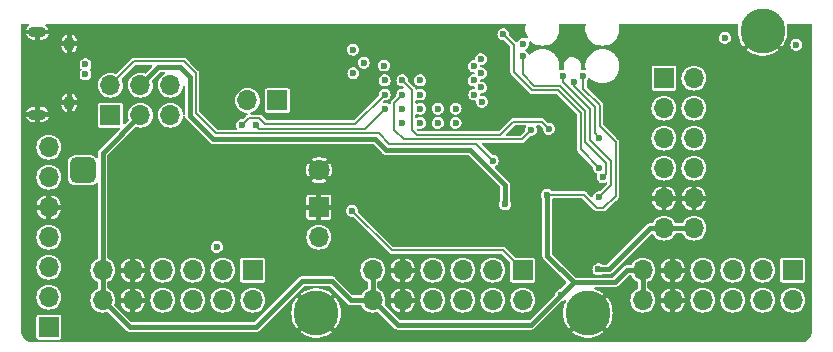
<source format=gbr>
%TF.GenerationSoftware,KiCad,Pcbnew,7.0.5.1-1-g8f565ef7f0-dirty-deb11*%
%TF.CreationDate,2023-06-14T12:44:05+00:00*%
%TF.ProjectId,kite-nrf52840,6b697465-2d6e-4726-9635-323834302e6b,rev?*%
%TF.SameCoordinates,Original*%
%TF.FileFunction,Copper,L3,Inr*%
%TF.FilePolarity,Positive*%
%FSLAX46Y46*%
G04 Gerber Fmt 4.6, Leading zero omitted, Abs format (unit mm)*
G04 Created by KiCad (PCBNEW 7.0.5.1-1-g8f565ef7f0-dirty-deb11) date 2023-06-14 12:44:05*
%MOMM*%
%LPD*%
G01*
G04 APERTURE LIST*
G04 Aperture macros list*
%AMRoundRect*
0 Rectangle with rounded corners*
0 $1 Rounding radius*
0 $2 $3 $4 $5 $6 $7 $8 $9 X,Y pos of 4 corners*
0 Add a 4 corners polygon primitive as box body*
4,1,4,$2,$3,$4,$5,$6,$7,$8,$9,$2,$3,0*
0 Add four circle primitives for the rounded corners*
1,1,$1+$1,$2,$3*
1,1,$1+$1,$4,$5*
1,1,$1+$1,$6,$7*
1,1,$1+$1,$8,$9*
0 Add four rect primitives between the rounded corners*
20,1,$1+$1,$2,$3,$4,$5,0*
20,1,$1+$1,$4,$5,$6,$7,0*
20,1,$1+$1,$6,$7,$8,$9,0*
20,1,$1+$1,$8,$9,$2,$3,0*%
G04 Aperture macros list end*
%TA.AperFunction,ComponentPad*%
%ADD10O,1.550000X0.890000*%
%TD*%
%TA.AperFunction,ComponentPad*%
%ADD11O,0.950000X1.250000*%
%TD*%
%TA.AperFunction,ComponentPad*%
%ADD12R,1.700000X1.700000*%
%TD*%
%TA.AperFunction,ComponentPad*%
%ADD13O,1.700000X1.700000*%
%TD*%
%TA.AperFunction,ComponentPad*%
%ADD14C,3.800000*%
%TD*%
%TA.AperFunction,ComponentPad*%
%ADD15RoundRect,0.550000X0.550000X0.550000X-0.550000X0.550000X-0.550000X-0.550000X0.550000X-0.550000X0*%
%TD*%
%TA.AperFunction,ComponentPad*%
%ADD16C,1.800000*%
%TD*%
%TA.AperFunction,ViaPad*%
%ADD17C,0.600000*%
%TD*%
%TA.AperFunction,Conductor*%
%ADD18C,0.200000*%
%TD*%
%TA.AperFunction,Conductor*%
%ADD19C,0.400000*%
%TD*%
G04 APERTURE END LIST*
D10*
%TO.N,GND*%
%TO.C,J6*%
X73400000Y-65700000D03*
D11*
X76100000Y-66700000D03*
X76100000Y-71700000D03*
D10*
X73400000Y-72700000D03*
%TD*%
D12*
%TO.N,/P0.05A*%
%TO.C,J12*%
X74365000Y-90700000D03*
D13*
%TO.N,/P0.04A*%
X74365000Y-88160000D03*
%TO.N,/P0.28A\u002A*%
X74365000Y-85620000D03*
%TO.N,/P0.26*%
X74365000Y-83080000D03*
%TO.N,GND*%
X74365000Y-80540000D03*
%TO.N,/Power/PPMOD_VDD*%
X74365000Y-78000000D03*
%TO.N,/I/O/PMOD5_VDD_HV*%
X74365000Y-75460000D03*
%TD*%
D12*
%TO.N,Net-(J3-Pin_1)*%
%TO.C,J3*%
X79575000Y-72750000D03*
D13*
%TO.N,VBUS*%
X79575000Y-70210000D03*
%TO.N,VDD*%
X82115000Y-72750000D03*
%TO.N,VDD_HV*%
X82115000Y-70210000D03*
%TO.N,/Power/PPMOD_VDD*%
X84655000Y-72750000D03*
%TO.N,/I/O/PMOD5_VDD_HV*%
X84655000Y-70210000D03*
%TD*%
D12*
%TO.N,/P0.03A\u002A*%
%TO.C,J4*%
X91630000Y-85875000D03*
D13*
%TO.N,/P0.17*%
X89090000Y-85875000D03*
%TO.N,/P0.22*%
X86550000Y-85875000D03*
%TO.N,/P0.27*%
X84010000Y-85875000D03*
%TO.N,GND*%
X81470000Y-85875000D03*
%TO.N,VDD*%
X78930000Y-85875000D03*
%TO.N,/P1.14\u002A*%
X91630000Y-88415000D03*
%TO.N,/P1.13\u002A*%
X89090000Y-88415000D03*
%TO.N,/P1.11\u002A*%
X86550000Y-88415000D03*
%TO.N,/P1.12\u002A*%
X84010000Y-88415000D03*
%TO.N,GND*%
X81470000Y-88415000D03*
%TO.N,VDD*%
X78930000Y-88415000D03*
%TD*%
D12*
%TO.N,/P0.31A\u002A*%
%TO.C,J2*%
X137350000Y-85875000D03*
D13*
%TO.N,/P0.14*%
X134810000Y-85875000D03*
%TO.N,/P0.12*%
X132270000Y-85875000D03*
%TO.N,/P0.15*%
X129730000Y-85875000D03*
%TO.N,GND*%
X127190000Y-85875000D03*
%TO.N,VDD*%
X124650000Y-85875000D03*
%TO.N,/P1.02\u002A*%
X137350000Y-88415000D03*
%TO.N,/P1.05\u002A*%
X134810000Y-88415000D03*
%TO.N,/P0.25*%
X132270000Y-88415000D03*
%TO.N,/P1.01\u002A*%
X129730000Y-88415000D03*
%TO.N,GND*%
X127190000Y-88415000D03*
%TO.N,VDD*%
X124650000Y-88415000D03*
%TD*%
D12*
%TO.N,/P0.30A\u002A*%
%TO.C,J1*%
X126445000Y-69619000D03*
D13*
%TO.N,/P0.20*%
X126445000Y-72159000D03*
%TO.N,/P0.21*%
X126445000Y-74699000D03*
%TO.N,/P1.09*%
X126445000Y-77239000D03*
%TO.N,GND*%
X126445000Y-79779000D03*
%TO.N,/I/O/VDD_PMOD1*%
X126445000Y-82319000D03*
%TO.N,/P0.29A\u002A*%
X128985000Y-69619000D03*
%TO.N,/P0.11*%
X128985000Y-72159000D03*
%TO.N,/P0.23*%
X128985000Y-74699000D03*
%TO.N,/P0.19*%
X128985000Y-77239000D03*
%TO.N,GND*%
X128985000Y-79779000D03*
%TO.N,/I/O/VDD_PMOD1*%
X128985000Y-82319000D03*
%TD*%
D12*
%TO.N,GND*%
%TO.C,J7*%
X97225000Y-80540000D03*
D13*
%TO.N,unconnected-(J7-Pin_2-Pad2)*%
X97225000Y-83080000D03*
%TD*%
D12*
%TO.N,/P0.02A\u002A*%
%TO.C,J5*%
X114490000Y-85875000D03*
D13*
%TO.N,/P0.08*%
X111950000Y-85875000D03*
%TO.N,/P0.07*%
X109410000Y-85875000D03*
%TO.N,/P1.08*%
X106870000Y-85875000D03*
%TO.N,GND*%
X104330000Y-85875000D03*
%TO.N,VDD*%
X101790000Y-85875000D03*
%TO.N,/P1.03\u002A*%
X114490000Y-88415000D03*
%TO.N,/P1.15\u002A*%
X111950000Y-88415000D03*
%TO.N,/P1.06\u002A*%
X109410000Y-88415000D03*
%TO.N,/P1.10\u002A*%
X106870000Y-88415000D03*
%TO.N,GND*%
X104330000Y-88415000D03*
%TO.N,VDD*%
X101790000Y-88415000D03*
%TD*%
D14*
%TO.N,GND*%
%TO.C,H3*%
X120000000Y-89500000D03*
%TD*%
%TO.N,GND*%
%TO.C,H1*%
X134800000Y-65600000D03*
%TD*%
%TO.N,GND*%
%TO.C,H2*%
X97000000Y-89500000D03*
%TD*%
D12*
%TO.N,/NFC1*%
%TO.C,J11*%
X93725000Y-71500000D03*
D13*
%TO.N,/NFC2*%
X91185000Y-71500000D03*
%TD*%
D15*
%TO.N,/Power/PPMOD_VDD*%
%TO.C,BT1*%
X77250000Y-77400000D03*
D16*
%TO.N,GND*%
X97250000Y-77400000D03*
%TD*%
D17*
%TO.N,GND*%
X114800000Y-80800000D03*
X89600000Y-91500000D03*
X104300000Y-68550000D03*
X87000000Y-75300000D03*
X92500000Y-67700000D03*
X112750000Y-76700000D03*
X132200000Y-69500000D03*
X89500000Y-65500000D03*
X131200000Y-82900000D03*
X88800000Y-72600000D03*
X81000000Y-67500000D03*
X138500000Y-89400000D03*
X106900000Y-77500000D03*
X124600000Y-91500000D03*
X132800000Y-74700000D03*
X78500000Y-66100000D03*
X76600000Y-91200000D03*
X117300000Y-75950000D03*
X95600000Y-76700000D03*
X82300000Y-75300000D03*
X110700000Y-66850000D03*
X77800000Y-79700000D03*
X95200000Y-71900000D03*
X123900000Y-67400000D03*
X123500000Y-65475000D03*
X133000000Y-80000000D03*
X110900000Y-91500000D03*
X135300000Y-77400000D03*
X107300000Y-91500000D03*
X136400000Y-91500000D03*
X94300000Y-83200000D03*
X83500000Y-65500000D03*
X94700000Y-72900000D03*
X138400000Y-68800000D03*
X110250000Y-80300000D03*
X90540000Y-75550000D03*
X72700000Y-90500000D03*
X72800000Y-75500000D03*
X95500000Y-65500000D03*
X85900000Y-91500000D03*
X79800000Y-91300000D03*
X130100000Y-91500000D03*
X99000000Y-76300000D03*
X93800000Y-79600000D03*
X89500000Y-67500000D03*
X118000000Y-73550000D03*
X86500000Y-65500000D03*
X124000000Y-73200000D03*
X98000000Y-65500000D03*
X81000000Y-65500000D03*
X138400000Y-71700000D03*
X138400000Y-79800000D03*
X88100000Y-69500000D03*
X91800000Y-81800000D03*
X103550000Y-67150000D03*
X92500000Y-65500000D03*
X135600000Y-82300000D03*
X77400000Y-74500000D03*
X104000000Y-91500000D03*
X115300000Y-91500000D03*
X110700000Y-65550000D03*
X82700000Y-91400000D03*
X108050000Y-67150000D03*
X101400000Y-91400000D03*
X134800000Y-72300000D03*
X138400000Y-77100000D03*
X80290000Y-78270000D03*
X101200000Y-66824500D03*
X72600000Y-85700000D03*
X92900000Y-91300000D03*
X83500000Y-67500000D03*
X86000000Y-78800000D03*
X138500000Y-65700000D03*
X105700000Y-81200000D03*
X138400000Y-84100000D03*
X138400000Y-74500000D03*
X133600000Y-91500000D03*
X127400000Y-66100000D03*
X114300000Y-74000000D03*
X97700000Y-75700000D03*
X86500000Y-67500000D03*
X103100000Y-80500000D03*
%TO.N,/Microcontroller/SWDCLK*%
X114500000Y-67750000D03*
X121252920Y-77989300D03*
%TO.N,/Microcontroller/SWDIO*%
X114550000Y-66700000D03*
X120950000Y-79700000D03*
X117900000Y-69400000D03*
%TO.N,VBUS*%
X111950000Y-76600000D03*
%TO.N,/USB_D+*%
X77468416Y-69300000D03*
X108800000Y-72200000D03*
%TO.N,/USB_D-*%
X77468416Y-68450000D03*
X108800000Y-73400000D03*
%TO.N,/P1.09*%
X111035932Y-71608441D03*
%TO.N,/P0.23*%
X110350000Y-69800000D03*
%TO.N,/P0.21*%
X110950000Y-70400000D03*
%TO.N,/P0.19*%
X110400000Y-71000000D03*
%TO.N,/P0.22*%
X88600000Y-83900000D03*
X105800000Y-71000000D03*
%TO.N,/P0.25*%
X105800000Y-69800000D03*
%TO.N,/P0.27*%
X101020000Y-68300000D03*
%TO.N,/P0.06*%
X104300000Y-73400000D03*
%TO.N,/P0.26*%
X100100000Y-67200000D03*
%TO.N,/P0.24*%
X137650000Y-66799500D03*
X110355968Y-68599500D03*
%TO.N,/P0.20*%
X110950000Y-69200000D03*
%TO.N,/P0.17*%
X105800000Y-72200000D03*
%TO.N,/P0.15*%
X105800000Y-73400000D03*
%TO.N,/P0.14*%
X107300000Y-73400000D03*
%TO.N,/P0.16*%
X107300000Y-72200000D03*
%TO.N,/P1.11\u002A*%
X102750000Y-68550000D03*
%TO.N,/P0.02A\u002A*%
X100050000Y-80850000D03*
%TO.N,/P0.28A\u002A*%
X102800000Y-69800000D03*
%TO.N,/P0.29A\u002A*%
X116700000Y-73900000D03*
X104300000Y-69800000D03*
%TO.N,/P0.30A\u002A*%
X115200000Y-74000000D03*
X104300000Y-71000000D03*
%TO.N,/P0.31A\u002A*%
X104300000Y-72200000D03*
%TO.N,/P0.04A*%
X90700000Y-73600000D03*
X102800000Y-71000000D03*
%TO.N,/P0.05A*%
X102800000Y-72200000D03*
X91900000Y-73600000D03*
%TO.N,/P1.12\u002A*%
X100150000Y-69200000D03*
%TO.N,/P1.07\u002A*%
X131600000Y-66200000D03*
X110950500Y-68000000D03*
%TO.N,VDD*%
X116550000Y-79500000D03*
X119600000Y-69400000D03*
X117700000Y-88000000D03*
%TO.N,/Microcontroller/P0.18_~{RESET}*%
X120950000Y-74650000D03*
X118800000Y-69900000D03*
%TO.N,VDD_HV*%
X113000000Y-80300000D03*
%TO.N,/I/O/VDD_PMOD1*%
X120900000Y-85800000D03*
%TO.N,/Microcontroller/P1.00_SWO*%
X112850000Y-65900000D03*
X120950000Y-77200000D03*
%TD*%
D18*
%TO.N,/Microcontroller/SWDCLK*%
X114500000Y-67750000D02*
X114500000Y-69300000D01*
X121550000Y-76765686D02*
X121550000Y-77692220D01*
X121550000Y-77692220D02*
X121252920Y-77989300D01*
X119800000Y-75015685D02*
X121550000Y-76765686D01*
X115450000Y-70250000D02*
X117634314Y-70250000D01*
X117634314Y-70250000D02*
X119800000Y-72415686D01*
X119800000Y-72415686D02*
X119800000Y-75015685D01*
X114500000Y-69300000D02*
X115450000Y-70250000D01*
%TO.N,/Microcontroller/SWDIO*%
X121950000Y-76600000D02*
X120200000Y-74850000D01*
X121950000Y-78700000D02*
X121950000Y-76600000D01*
X120200000Y-74850000D02*
X120200000Y-72250000D01*
X120950000Y-79700000D02*
X121950000Y-78700000D01*
X120200000Y-72250000D02*
X117900000Y-69950000D01*
X117900000Y-69950000D02*
X117900000Y-69400000D01*
%TO.N,VBUS*%
X86800000Y-72592894D02*
X88507106Y-74300000D01*
X85800000Y-68200000D02*
X86800000Y-69200000D01*
X79575000Y-70210000D02*
X81585000Y-68200000D01*
X103200000Y-75200000D02*
X110550000Y-75200000D01*
X88507106Y-74300000D02*
X102300000Y-74300000D01*
X102300000Y-74300000D02*
X103200000Y-75200000D01*
X81585000Y-68200000D02*
X85800000Y-68200000D01*
X110550000Y-75200000D02*
X111950000Y-76600000D01*
X86800000Y-69200000D02*
X86800000Y-72592894D01*
%TO.N,/P0.02A\u002A*%
X103400000Y-84200000D02*
X100050000Y-80850000D01*
X103400000Y-84200000D02*
X112815000Y-84200000D01*
X114490000Y-85875000D02*
X112815000Y-84200000D01*
%TO.N,/P0.29A\u002A*%
X105100000Y-70600000D02*
X105100000Y-74000000D01*
X105100000Y-74000000D02*
X105500000Y-74400000D01*
X116100000Y-73300000D02*
X116700000Y-73900000D01*
X113700000Y-73300000D02*
X116100000Y-73300000D01*
X105500000Y-74400000D02*
X112600000Y-74400000D01*
X105100000Y-70600000D02*
X104300000Y-69800000D01*
X112600000Y-74400000D02*
X113700000Y-73300000D01*
%TO.N,/P0.30A\u002A*%
X114400000Y-74800000D02*
X115200000Y-74000000D01*
X103600000Y-71700000D02*
X103600000Y-74000000D01*
X104400000Y-74800000D02*
X114400000Y-74800000D01*
X103600000Y-74000000D02*
X104400000Y-74800000D01*
X104300000Y-71000000D02*
X103600000Y-71700000D01*
%TO.N,/P0.04A*%
X92200000Y-73000000D02*
X91300000Y-73000000D01*
X92700000Y-73500000D02*
X92200000Y-73000000D01*
X102800000Y-71000000D02*
X100300000Y-73500000D01*
X100300000Y-73500000D02*
X92700000Y-73500000D01*
X91300000Y-73000000D02*
X90700000Y-73600000D01*
%TO.N,/P0.05A*%
X92200000Y-73900000D02*
X101100000Y-73900000D01*
X91900000Y-73600000D02*
X92200000Y-73900000D01*
X101100000Y-73900000D02*
X102800000Y-72200000D01*
%TO.N,VDD*%
X121000000Y-71918628D02*
X119600000Y-70518628D01*
X116550000Y-79500000D02*
X119700000Y-79500000D01*
D19*
X101807000Y-88415000D02*
X99915000Y-88415000D01*
D18*
X119600000Y-70518628D02*
X119600000Y-69400000D01*
X121000000Y-73700000D02*
X121000000Y-71918628D01*
X119700000Y-79500000D02*
X120800000Y-80600000D01*
D19*
X118800000Y-86900000D02*
X116550000Y-84650000D01*
X81215000Y-90700000D02*
X78930000Y-88415000D01*
X101790000Y-85875000D02*
X101790000Y-88415000D01*
X78930000Y-75935000D02*
X82115000Y-72750000D01*
X122300000Y-86900000D02*
X123325000Y-85875000D01*
X103892000Y-90500000D02*
X101807000Y-88415000D01*
X117700000Y-88000000D02*
X115200000Y-90500000D01*
X124650000Y-88415000D02*
X124650000Y-85875000D01*
X78930000Y-85875000D02*
X78930000Y-88415000D01*
D18*
X122350000Y-79550000D02*
X122350000Y-75050000D01*
D19*
X116550000Y-84650000D02*
X116550000Y-79500000D01*
D18*
X122350000Y-75050000D02*
X121000000Y-73700000D01*
D19*
X81215000Y-90700000D02*
X91900000Y-90700000D01*
X118800000Y-86900000D02*
X122300000Y-86900000D01*
X99915000Y-88415000D02*
X98300000Y-86800000D01*
X78930000Y-75935000D02*
X78930000Y-85875000D01*
X98300000Y-86800000D02*
X95800000Y-86800000D01*
X95800000Y-86800000D02*
X91900000Y-90700000D01*
X115200000Y-90500000D02*
X103892000Y-90500000D01*
D18*
X120800000Y-80600000D02*
X121300000Y-80600000D01*
X121300000Y-80600000D02*
X122350000Y-79550000D01*
D19*
X118800000Y-86900000D02*
X117700000Y-88000000D01*
X123325000Y-85875000D02*
X124650000Y-85875000D01*
D18*
%TO.N,/Microcontroller/P0.18_~{RESET}*%
X118800000Y-70284314D02*
X118800000Y-69900000D01*
X120600000Y-72084314D02*
X118800000Y-70284314D01*
X120600000Y-74300000D02*
X120600000Y-72084314D01*
X120950000Y-74650000D02*
X120600000Y-74300000D01*
D19*
%TO.N,VDD_HV*%
X85500000Y-68700000D02*
X86300000Y-69500000D01*
X86300000Y-72800000D02*
X88300000Y-74800000D01*
X82115000Y-70210000D02*
X83625000Y-68700000D01*
X83625000Y-68700000D02*
X85500000Y-68700000D01*
X113000000Y-78650000D02*
X113000000Y-80300000D01*
X110050000Y-75700000D02*
X113000000Y-78650000D01*
X86300000Y-69500000D02*
X86300000Y-72800000D01*
X102000000Y-74800000D02*
X102900000Y-75700000D01*
X88300000Y-74800000D02*
X102000000Y-74800000D01*
X102900000Y-75700000D02*
X110050000Y-75700000D01*
%TO.N,/I/O/VDD_PMOD1*%
X125281000Y-82319000D02*
X126445000Y-82319000D01*
X126445000Y-82319000D02*
X128985000Y-82319000D01*
X121800000Y-85800000D02*
X125281000Y-82319000D01*
X120900000Y-85800000D02*
X121800000Y-85800000D01*
D18*
%TO.N,/Microcontroller/P1.00_SWO*%
X119400000Y-75650000D02*
X119400000Y-72581372D01*
X120950000Y-77200000D02*
X119400000Y-75650000D01*
X115284314Y-70650000D02*
X113750000Y-69115686D01*
X117468628Y-70650000D02*
X115284314Y-70650000D01*
X113750000Y-66800000D02*
X112850000Y-65900000D01*
X119400000Y-72581372D02*
X117468628Y-70650000D01*
X113750000Y-69115686D02*
X113750000Y-66800000D01*
%TD*%
%TA.AperFunction,Conductor*%
%TO.N,GND*%
G36*
X114736367Y-73619407D02*
G01*
X114772331Y-73668907D01*
X114772331Y-73730093D01*
X114768229Y-73740627D01*
X114714834Y-73857543D01*
X114694353Y-73999996D01*
X114694353Y-73999997D01*
X114694353Y-74000000D01*
X114695937Y-74011016D01*
X114697442Y-74021483D01*
X114687007Y-74081772D01*
X114669453Y-74105574D01*
X114304526Y-74470503D01*
X114250009Y-74498281D01*
X114234522Y-74499500D01*
X113164479Y-74499500D01*
X113106288Y-74480593D01*
X113070324Y-74431093D01*
X113070324Y-74369907D01*
X113094475Y-74330496D01*
X113795475Y-73629496D01*
X113849992Y-73601719D01*
X113865479Y-73600500D01*
X114678176Y-73600500D01*
X114736367Y-73619407D01*
G37*
%TD.AperFunction*%
%TA.AperFunction,Conductor*%
G36*
X72689629Y-65018907D02*
G01*
X72725593Y-65068407D01*
X72725593Y-65129593D01*
X72689629Y-65179092D01*
X72624960Y-65226077D01*
X72624959Y-65226078D01*
X72521079Y-65351645D01*
X72451692Y-65499102D01*
X72451691Y-65499104D01*
X72451520Y-65499999D01*
X72451521Y-65500000D01*
X72924333Y-65500000D01*
X72894760Y-65519760D01*
X72839505Y-65602455D01*
X72820102Y-65700000D01*
X72839505Y-65797545D01*
X72894760Y-65880240D01*
X72924333Y-65900000D01*
X72456791Y-65900000D01*
X72481748Y-65976812D01*
X72569064Y-66114399D01*
X72569070Y-66114406D01*
X72687865Y-66225963D01*
X72830670Y-66304471D01*
X72988516Y-66344999D01*
X72988519Y-66345000D01*
X73199999Y-66345000D01*
X73200000Y-66344999D01*
X73200000Y-65950000D01*
X73600000Y-65950000D01*
X73600000Y-66344999D01*
X73600001Y-66345000D01*
X73770576Y-66345000D01*
X73891675Y-66329702D01*
X73891681Y-66329700D01*
X74043198Y-66269710D01*
X74043209Y-66269704D01*
X74175039Y-66173922D01*
X74175040Y-66173921D01*
X74278920Y-66048354D01*
X74348307Y-65900897D01*
X74348308Y-65900895D01*
X74348480Y-65900000D01*
X73875667Y-65900000D01*
X73905240Y-65880240D01*
X73960495Y-65797545D01*
X73979898Y-65700000D01*
X73960495Y-65602455D01*
X73905240Y-65519760D01*
X73875667Y-65500000D01*
X74343209Y-65500000D01*
X74343208Y-65499999D01*
X74318251Y-65423187D01*
X74230935Y-65285600D01*
X74230929Y-65285593D01*
X74109080Y-65171168D01*
X74079603Y-65117550D01*
X74087272Y-65056847D01*
X74129157Y-65012245D01*
X74176850Y-65000000D01*
X98800000Y-65000000D01*
X112800000Y-65000000D01*
X114654529Y-65000000D01*
X114712720Y-65018907D01*
X114748684Y-65068407D01*
X114752179Y-65115295D01*
X114722050Y-65295847D01*
X114722050Y-65534152D01*
X114761273Y-65769204D01*
X114838652Y-65994600D01*
X114901053Y-66109906D01*
X114912120Y-66170082D01*
X114885703Y-66225271D01*
X114831892Y-66254392D01*
X114771241Y-66246322D01*
X114760467Y-66240312D01*
X114760061Y-66240051D01*
X114760054Y-66240048D01*
X114760053Y-66240047D01*
X114760050Y-66240046D01*
X114621964Y-66199500D01*
X114621961Y-66199500D01*
X114478039Y-66199500D01*
X114478035Y-66199500D01*
X114339949Y-66240046D01*
X114339942Y-66240049D01*
X114218873Y-66317855D01*
X114124621Y-66426628D01*
X114082583Y-66518678D01*
X114041210Y-66563756D01*
X113981243Y-66575906D01*
X113925588Y-66550487D01*
X113922526Y-66547555D01*
X113380546Y-66005575D01*
X113352769Y-65951058D01*
X113352558Y-65921482D01*
X113355647Y-65900000D01*
X113353722Y-65886614D01*
X113335165Y-65757543D01*
X113327174Y-65740046D01*
X113275377Y-65626627D01*
X113181128Y-65517857D01*
X113181127Y-65517856D01*
X113181126Y-65517855D01*
X113060057Y-65440049D01*
X113060054Y-65440047D01*
X113060053Y-65440047D01*
X113060050Y-65440046D01*
X112921964Y-65399500D01*
X112921961Y-65399500D01*
X112778039Y-65399500D01*
X112778035Y-65399500D01*
X112639949Y-65440046D01*
X112639942Y-65440049D01*
X112518873Y-65517855D01*
X112424622Y-65626628D01*
X112364834Y-65757543D01*
X112344353Y-65899997D01*
X112344353Y-65900000D01*
X112364834Y-66042456D01*
X112395638Y-66109906D01*
X112424623Y-66173373D01*
X112494826Y-66254392D01*
X112518873Y-66282144D01*
X112627161Y-66351736D01*
X112639947Y-66359953D01*
X112732971Y-66387267D01*
X112778035Y-66400499D01*
X112778036Y-66400499D01*
X112778039Y-66400500D01*
X112778041Y-66400500D01*
X112884521Y-66400500D01*
X112942712Y-66419407D01*
X112954524Y-66429496D01*
X113420503Y-66895474D01*
X113448281Y-66949991D01*
X113449500Y-66965478D01*
X113449500Y-69050521D01*
X113447280Y-69064199D01*
X113448494Y-69064369D01*
X113447226Y-69073452D01*
X113448940Y-69110512D01*
X113449351Y-69119407D01*
X113449447Y-69121469D01*
X113449500Y-69123755D01*
X113449500Y-69143528D01*
X113450152Y-69147018D01*
X113450943Y-69153835D01*
X113452414Y-69185673D01*
X113452415Y-69185680D01*
X113456384Y-69194668D01*
X113463133Y-69216459D01*
X113464939Y-69226119D01*
X113481717Y-69253219D01*
X113484915Y-69259286D01*
X113496592Y-69285730D01*
X113497794Y-69288451D01*
X113504745Y-69295402D01*
X113518907Y-69313282D01*
X113523461Y-69320637D01*
X113524081Y-69321638D01*
X113549511Y-69340842D01*
X113554690Y-69345348D01*
X115025751Y-70816409D01*
X115033851Y-70827648D01*
X115034830Y-70826909D01*
X115040355Y-70834226D01*
X115040356Y-70834228D01*
X115068571Y-70859950D01*
X115075873Y-70866606D01*
X115077525Y-70868184D01*
X115091514Y-70882172D01*
X115091517Y-70882175D01*
X115093768Y-70883717D01*
X115094444Y-70884180D01*
X115099826Y-70888443D01*
X115113051Y-70900499D01*
X115123381Y-70909916D01*
X115132542Y-70913464D01*
X115152730Y-70924105D01*
X115160834Y-70929657D01*
X115191872Y-70936957D01*
X115198410Y-70938982D01*
X115228141Y-70950500D01*
X115237966Y-70950500D01*
X115260630Y-70953129D01*
X115270195Y-70955379D01*
X115294808Y-70951945D01*
X115301767Y-70950975D01*
X115308613Y-70950500D01*
X117303149Y-70950500D01*
X117361340Y-70969407D01*
X117373153Y-70979496D01*
X119070503Y-72676846D01*
X119098280Y-72731363D01*
X119099499Y-72746850D01*
X119099500Y-75584835D01*
X119097280Y-75598513D01*
X119098494Y-75598683D01*
X119097226Y-75607766D01*
X119099447Y-75655783D01*
X119099500Y-75658069D01*
X119099500Y-75677842D01*
X119100152Y-75681332D01*
X119100943Y-75688149D01*
X119102414Y-75719987D01*
X119102415Y-75719994D01*
X119106384Y-75728982D01*
X119113132Y-75750772D01*
X119113845Y-75754583D01*
X119114939Y-75760433D01*
X119131717Y-75787533D01*
X119134915Y-75793600D01*
X119142021Y-75809691D01*
X119147794Y-75822765D01*
X119154745Y-75829716D01*
X119168907Y-75847596D01*
X119169544Y-75848624D01*
X119174081Y-75855952D01*
X119199511Y-75875156D01*
X119204690Y-75879662D01*
X120419453Y-77094424D01*
X120447230Y-77148941D01*
X120447442Y-77178515D01*
X120444353Y-77200002D01*
X120464834Y-77342456D01*
X120491114Y-77399999D01*
X120524623Y-77473373D01*
X120593374Y-77552716D01*
X120618873Y-77582144D01*
X120651309Y-77602989D01*
X120739947Y-77659953D01*
X120739955Y-77659955D01*
X120743519Y-77661583D01*
X120788598Y-77702953D01*
X120800752Y-77762919D01*
X120792451Y-77792764D01*
X120767754Y-77846843D01*
X120747273Y-77989297D01*
X120747273Y-77989302D01*
X120767754Y-78131756D01*
X120801631Y-78205934D01*
X120827543Y-78262673D01*
X120921792Y-78371443D01*
X120921793Y-78371444D01*
X121042862Y-78449250D01*
X121042867Y-78449253D01*
X121133722Y-78475930D01*
X121180955Y-78489799D01*
X121180956Y-78489799D01*
X121180959Y-78489800D01*
X121180961Y-78489800D01*
X121324879Y-78489800D01*
X121324881Y-78489800D01*
X121462973Y-78449253D01*
X121496977Y-78427399D01*
X121556151Y-78411845D01*
X121613168Y-78434044D01*
X121646247Y-78485516D01*
X121649500Y-78510684D01*
X121649500Y-78534520D01*
X121630593Y-78592711D01*
X121620504Y-78604524D01*
X121054524Y-79170504D01*
X121000007Y-79198281D01*
X120984520Y-79199500D01*
X120878035Y-79199500D01*
X120739949Y-79240046D01*
X120739942Y-79240049D01*
X120618873Y-79317855D01*
X120524622Y-79426628D01*
X120464834Y-79557543D01*
X120457492Y-79608610D01*
X120430496Y-79663518D01*
X120376382Y-79692071D01*
X120315819Y-79683363D01*
X120289496Y-79664525D01*
X119958565Y-79333594D01*
X119950479Y-79322344D01*
X119949487Y-79323094D01*
X119943958Y-79315772D01*
X119943957Y-79315772D01*
X119908423Y-79283377D01*
X119906775Y-79281804D01*
X119892797Y-79267826D01*
X119889859Y-79265813D01*
X119884496Y-79261564D01*
X119860933Y-79240084D01*
X119851762Y-79236531D01*
X119831586Y-79225895D01*
X119823484Y-79220345D01*
X119823479Y-79220343D01*
X119792457Y-79213046D01*
X119785902Y-79211016D01*
X119756177Y-79199501D01*
X119756174Y-79199500D01*
X119756173Y-79199500D01*
X119756172Y-79199500D01*
X119746348Y-79199500D01*
X119723683Y-79196870D01*
X119714119Y-79194621D01*
X119714118Y-79194621D01*
X119682547Y-79199025D01*
X119675701Y-79199500D01*
X116997083Y-79199500D01*
X116938892Y-79180593D01*
X116922264Y-79165331D01*
X116881128Y-79117857D01*
X116784228Y-79055583D01*
X116760057Y-79040049D01*
X116760054Y-79040047D01*
X116760053Y-79040047D01*
X116760050Y-79040046D01*
X116621964Y-78999500D01*
X116621961Y-78999500D01*
X116478039Y-78999500D01*
X116478035Y-78999500D01*
X116339949Y-79040046D01*
X116339942Y-79040049D01*
X116218873Y-79117855D01*
X116124622Y-79226628D01*
X116064834Y-79357543D01*
X116044353Y-79499997D01*
X116044353Y-79500002D01*
X116064834Y-79642455D01*
X116064833Y-79642455D01*
X116124623Y-79773373D01*
X116125316Y-79774173D01*
X116125660Y-79774989D01*
X116128453Y-79779334D01*
X116127701Y-79779816D01*
X116149136Y-79830531D01*
X116149500Y-79839008D01*
X116149500Y-84713437D01*
X116156953Y-84736374D01*
X116160579Y-84751474D01*
X116164354Y-84775306D01*
X116175301Y-84796788D01*
X116181247Y-84811142D01*
X116188703Y-84834088D01*
X116188702Y-84834088D01*
X116202884Y-84853608D01*
X116210997Y-84866847D01*
X116221950Y-84888342D01*
X116221951Y-84888343D01*
X116242030Y-84908423D01*
X116242031Y-84908423D01*
X116244513Y-84910905D01*
X116244516Y-84910909D01*
X118163604Y-86829997D01*
X118191380Y-86884512D01*
X118181809Y-86944944D01*
X118163603Y-86970003D01*
X117654496Y-87479110D01*
X117612384Y-87504096D01*
X117489947Y-87540047D01*
X117489942Y-87540049D01*
X117368873Y-87617855D01*
X117274622Y-87726628D01*
X117214834Y-87857543D01*
X117209242Y-87896437D01*
X117182246Y-87951344D01*
X117181254Y-87952351D01*
X115063103Y-90070504D01*
X115008586Y-90098281D01*
X114993099Y-90099500D01*
X104098900Y-90099500D01*
X104040709Y-90080593D01*
X104028896Y-90070504D01*
X102810009Y-88851616D01*
X102782232Y-88797099D01*
X102785275Y-88752875D01*
X102825300Y-88620934D01*
X102825300Y-88620930D01*
X102825301Y-88620929D01*
X102825885Y-88615000D01*
X103294617Y-88615000D01*
X103295192Y-88620834D01*
X103295194Y-88620844D01*
X103355232Y-88818762D01*
X103355234Y-88818767D01*
X103452724Y-89001160D01*
X103452731Y-89001170D01*
X103583940Y-89161050D01*
X103583949Y-89161059D01*
X103743829Y-89292268D01*
X103743839Y-89292275D01*
X103926232Y-89389765D01*
X103926237Y-89389767D01*
X104124158Y-89449806D01*
X104124160Y-89449807D01*
X104130000Y-89450381D01*
X104130000Y-88873335D01*
X104187685Y-88899680D01*
X104294237Y-88915000D01*
X104365763Y-88915000D01*
X104472315Y-88899680D01*
X104530000Y-88873335D01*
X104530000Y-89450381D01*
X104535839Y-89449807D01*
X104535841Y-89449806D01*
X104733762Y-89389767D01*
X104733767Y-89389765D01*
X104916160Y-89292275D01*
X104916170Y-89292268D01*
X105076050Y-89161059D01*
X105076059Y-89161050D01*
X105207268Y-89001170D01*
X105207275Y-89001160D01*
X105304765Y-88818767D01*
X105304767Y-88818762D01*
X105364805Y-88620844D01*
X105364807Y-88620834D01*
X105365383Y-88615000D01*
X104792383Y-88615000D01*
X104830000Y-88486889D01*
X104830000Y-88415003D01*
X105814417Y-88415003D01*
X105834698Y-88620929D01*
X105834699Y-88620934D01*
X105894768Y-88818954D01*
X105992316Y-89001452D01*
X106123302Y-89161059D01*
X106123590Y-89161410D01*
X106123595Y-89161414D01*
X106283547Y-89292683D01*
X106283548Y-89292683D01*
X106283550Y-89292685D01*
X106466046Y-89390232D01*
X106587572Y-89427096D01*
X106664065Y-89450300D01*
X106664070Y-89450301D01*
X106869997Y-89470583D01*
X106870000Y-89470583D01*
X106870003Y-89470583D01*
X107075929Y-89450301D01*
X107075934Y-89450300D01*
X107077559Y-89449807D01*
X107273954Y-89390232D01*
X107456450Y-89292685D01*
X107616410Y-89161410D01*
X107747685Y-89001450D01*
X107845232Y-88818954D01*
X107905300Y-88620934D01*
X107905301Y-88620929D01*
X107925583Y-88415003D01*
X108354417Y-88415003D01*
X108374698Y-88620929D01*
X108374699Y-88620934D01*
X108434768Y-88818954D01*
X108532316Y-89001452D01*
X108663302Y-89161059D01*
X108663590Y-89161410D01*
X108663595Y-89161414D01*
X108823547Y-89292683D01*
X108823548Y-89292683D01*
X108823550Y-89292685D01*
X109006046Y-89390232D01*
X109127572Y-89427096D01*
X109204065Y-89450300D01*
X109204070Y-89450301D01*
X109409997Y-89470583D01*
X109410000Y-89470583D01*
X109410003Y-89470583D01*
X109615929Y-89450301D01*
X109615934Y-89450300D01*
X109617559Y-89449807D01*
X109813954Y-89390232D01*
X109996450Y-89292685D01*
X110156410Y-89161410D01*
X110287685Y-89001450D01*
X110385232Y-88818954D01*
X110445300Y-88620934D01*
X110445301Y-88620929D01*
X110465583Y-88415003D01*
X110894417Y-88415003D01*
X110914698Y-88620929D01*
X110914699Y-88620934D01*
X110974768Y-88818954D01*
X111072316Y-89001452D01*
X111203302Y-89161059D01*
X111203590Y-89161410D01*
X111203595Y-89161414D01*
X111363547Y-89292683D01*
X111363548Y-89292683D01*
X111363550Y-89292685D01*
X111546046Y-89390232D01*
X111667572Y-89427096D01*
X111744065Y-89450300D01*
X111744070Y-89450301D01*
X111949997Y-89470583D01*
X111950000Y-89470583D01*
X111950003Y-89470583D01*
X112155929Y-89450301D01*
X112155934Y-89450300D01*
X112157559Y-89449807D01*
X112353954Y-89390232D01*
X112536450Y-89292685D01*
X112696410Y-89161410D01*
X112827685Y-89001450D01*
X112925232Y-88818954D01*
X112985300Y-88620934D01*
X112985301Y-88620929D01*
X113005583Y-88415003D01*
X113434417Y-88415003D01*
X113454698Y-88620929D01*
X113454699Y-88620934D01*
X113514768Y-88818954D01*
X113612316Y-89001452D01*
X113743302Y-89161059D01*
X113743590Y-89161410D01*
X113743595Y-89161414D01*
X113903547Y-89292683D01*
X113903548Y-89292683D01*
X113903550Y-89292685D01*
X114086046Y-89390232D01*
X114207572Y-89427096D01*
X114284065Y-89450300D01*
X114284070Y-89450301D01*
X114489997Y-89470583D01*
X114490000Y-89470583D01*
X114490003Y-89470583D01*
X114695929Y-89450301D01*
X114695934Y-89450300D01*
X114697559Y-89449807D01*
X114893954Y-89390232D01*
X115076450Y-89292685D01*
X115236410Y-89161410D01*
X115367685Y-89001450D01*
X115465232Y-88818954D01*
X115525300Y-88620934D01*
X115525301Y-88620929D01*
X115545583Y-88415003D01*
X115545583Y-88414996D01*
X115525301Y-88209070D01*
X115525300Y-88209065D01*
X115483402Y-88070946D01*
X115465232Y-88011046D01*
X115367685Y-87828550D01*
X115318825Y-87769014D01*
X115236414Y-87668595D01*
X115236410Y-87668590D01*
X115190706Y-87631082D01*
X115076452Y-87537316D01*
X114893954Y-87439768D01*
X114695934Y-87379699D01*
X114695929Y-87379698D01*
X114490003Y-87359417D01*
X114489997Y-87359417D01*
X114284070Y-87379698D01*
X114284065Y-87379699D01*
X114086045Y-87439768D01*
X113903547Y-87537316D01*
X113743595Y-87668585D01*
X113743585Y-87668595D01*
X113612316Y-87828547D01*
X113514768Y-88011045D01*
X113454699Y-88209065D01*
X113454698Y-88209070D01*
X113434417Y-88414996D01*
X113434417Y-88415003D01*
X113005583Y-88415003D01*
X113005583Y-88414996D01*
X112985301Y-88209070D01*
X112985300Y-88209065D01*
X112943402Y-88070946D01*
X112925232Y-88011046D01*
X112827685Y-87828550D01*
X112778825Y-87769014D01*
X112696414Y-87668595D01*
X112696410Y-87668590D01*
X112650706Y-87631082D01*
X112536452Y-87537316D01*
X112353954Y-87439768D01*
X112155934Y-87379699D01*
X112155929Y-87379698D01*
X111950003Y-87359417D01*
X111949997Y-87359417D01*
X111744070Y-87379698D01*
X111744065Y-87379699D01*
X111546045Y-87439768D01*
X111363547Y-87537316D01*
X111203595Y-87668585D01*
X111203585Y-87668595D01*
X111072316Y-87828547D01*
X110974768Y-88011045D01*
X110914699Y-88209065D01*
X110914698Y-88209070D01*
X110894417Y-88414996D01*
X110894417Y-88415003D01*
X110465583Y-88415003D01*
X110465583Y-88414996D01*
X110445301Y-88209070D01*
X110445300Y-88209065D01*
X110403402Y-88070946D01*
X110385232Y-88011046D01*
X110287685Y-87828550D01*
X110238825Y-87769014D01*
X110156414Y-87668595D01*
X110156410Y-87668590D01*
X110110706Y-87631082D01*
X109996452Y-87537316D01*
X109813954Y-87439768D01*
X109615934Y-87379699D01*
X109615929Y-87379698D01*
X109410003Y-87359417D01*
X109409997Y-87359417D01*
X109204070Y-87379698D01*
X109204065Y-87379699D01*
X109006045Y-87439768D01*
X108823547Y-87537316D01*
X108663595Y-87668585D01*
X108663585Y-87668595D01*
X108532316Y-87828547D01*
X108434768Y-88011045D01*
X108374699Y-88209065D01*
X108374698Y-88209070D01*
X108354417Y-88414996D01*
X108354417Y-88415003D01*
X107925583Y-88415003D01*
X107925583Y-88414996D01*
X107905301Y-88209070D01*
X107905300Y-88209065D01*
X107863402Y-88070946D01*
X107845232Y-88011046D01*
X107747685Y-87828550D01*
X107698825Y-87769014D01*
X107616414Y-87668595D01*
X107616410Y-87668590D01*
X107570706Y-87631082D01*
X107456452Y-87537316D01*
X107273954Y-87439768D01*
X107075934Y-87379699D01*
X107075929Y-87379698D01*
X106870003Y-87359417D01*
X106869997Y-87359417D01*
X106664070Y-87379698D01*
X106664065Y-87379699D01*
X106466045Y-87439768D01*
X106283547Y-87537316D01*
X106123595Y-87668585D01*
X106123585Y-87668595D01*
X105992316Y-87828547D01*
X105894768Y-88011045D01*
X105834699Y-88209065D01*
X105834698Y-88209070D01*
X105814417Y-88414996D01*
X105814417Y-88415003D01*
X104830000Y-88415003D01*
X104830000Y-88343111D01*
X104792383Y-88215000D01*
X105365382Y-88215000D01*
X105364807Y-88209165D01*
X105364805Y-88209155D01*
X105304767Y-88011237D01*
X105304765Y-88011232D01*
X105207275Y-87828839D01*
X105207268Y-87828829D01*
X105076059Y-87668949D01*
X105076050Y-87668940D01*
X104916170Y-87537731D01*
X104916160Y-87537724D01*
X104733767Y-87440234D01*
X104733762Y-87440232D01*
X104535844Y-87380194D01*
X104535834Y-87380192D01*
X104530000Y-87379617D01*
X104530000Y-87956664D01*
X104472315Y-87930320D01*
X104365763Y-87915000D01*
X104294237Y-87915000D01*
X104187685Y-87930320D01*
X104129999Y-87956664D01*
X104130000Y-87379617D01*
X104124165Y-87380192D01*
X104124155Y-87380194D01*
X103926237Y-87440232D01*
X103926232Y-87440234D01*
X103743839Y-87537724D01*
X103743829Y-87537731D01*
X103583949Y-87668940D01*
X103583940Y-87668949D01*
X103452731Y-87828829D01*
X103452724Y-87828839D01*
X103355234Y-88011232D01*
X103355232Y-88011237D01*
X103295194Y-88209155D01*
X103295192Y-88209165D01*
X103294617Y-88215000D01*
X103867617Y-88215000D01*
X103830000Y-88343111D01*
X103830000Y-88486889D01*
X103867617Y-88615000D01*
X103294617Y-88615000D01*
X102825885Y-88615000D01*
X102845583Y-88415003D01*
X102845583Y-88414996D01*
X102825301Y-88209070D01*
X102825300Y-88209065D01*
X102783402Y-88070946D01*
X102765232Y-88011046D01*
X102667685Y-87828550D01*
X102618825Y-87769014D01*
X102536414Y-87668595D01*
X102536410Y-87668590D01*
X102490706Y-87631082D01*
X102376452Y-87537316D01*
X102242831Y-87465893D01*
X102200425Y-87421787D01*
X102190500Y-87378583D01*
X102190500Y-86911416D01*
X102209407Y-86853225D01*
X102242829Y-86824107D01*
X102376450Y-86752685D01*
X102536410Y-86621410D01*
X102667685Y-86461450D01*
X102765232Y-86278954D01*
X102825300Y-86080934D01*
X102825301Y-86080929D01*
X102825885Y-86075000D01*
X103294617Y-86075000D01*
X103295192Y-86080834D01*
X103295194Y-86080844D01*
X103355232Y-86278762D01*
X103355234Y-86278767D01*
X103452724Y-86461160D01*
X103452731Y-86461170D01*
X103583940Y-86621050D01*
X103583949Y-86621059D01*
X103743829Y-86752268D01*
X103743839Y-86752275D01*
X103926232Y-86849765D01*
X103926237Y-86849767D01*
X104124158Y-86909806D01*
X104124160Y-86909807D01*
X104130000Y-86910381D01*
X104130000Y-86333335D01*
X104187685Y-86359680D01*
X104294237Y-86375000D01*
X104365763Y-86375000D01*
X104472315Y-86359680D01*
X104530000Y-86333335D01*
X104530000Y-86910381D01*
X104535839Y-86909807D01*
X104535841Y-86909806D01*
X104733762Y-86849767D01*
X104733767Y-86849765D01*
X104916160Y-86752275D01*
X104916170Y-86752268D01*
X105076050Y-86621059D01*
X105076059Y-86621050D01*
X105207268Y-86461170D01*
X105207275Y-86461160D01*
X105304765Y-86278767D01*
X105304767Y-86278762D01*
X105364805Y-86080844D01*
X105364807Y-86080834D01*
X105365383Y-86075000D01*
X104792383Y-86075000D01*
X104830000Y-85946889D01*
X104830000Y-85875003D01*
X105814417Y-85875003D01*
X105834698Y-86080929D01*
X105834699Y-86080934D01*
X105894768Y-86278954D01*
X105992316Y-86461452D01*
X106123302Y-86621059D01*
X106123590Y-86621410D01*
X106123595Y-86621414D01*
X106283547Y-86752683D01*
X106283548Y-86752683D01*
X106283550Y-86752685D01*
X106466046Y-86850232D01*
X106603997Y-86892078D01*
X106664065Y-86910300D01*
X106664070Y-86910301D01*
X106869997Y-86930583D01*
X106870000Y-86930583D01*
X106870003Y-86930583D01*
X107075929Y-86910301D01*
X107075934Y-86910300D01*
X107077559Y-86909807D01*
X107273954Y-86850232D01*
X107456450Y-86752685D01*
X107616410Y-86621410D01*
X107747685Y-86461450D01*
X107845232Y-86278954D01*
X107905300Y-86080934D01*
X107905301Y-86080929D01*
X107925583Y-85875003D01*
X108354417Y-85875003D01*
X108374698Y-86080929D01*
X108374699Y-86080934D01*
X108434768Y-86278954D01*
X108532316Y-86461452D01*
X108663302Y-86621059D01*
X108663590Y-86621410D01*
X108663595Y-86621414D01*
X108823547Y-86752683D01*
X108823548Y-86752683D01*
X108823550Y-86752685D01*
X109006046Y-86850232D01*
X109143997Y-86892078D01*
X109204065Y-86910300D01*
X109204070Y-86910301D01*
X109409997Y-86930583D01*
X109410000Y-86930583D01*
X109410003Y-86930583D01*
X109615929Y-86910301D01*
X109615934Y-86910300D01*
X109617559Y-86909807D01*
X109813954Y-86850232D01*
X109996450Y-86752685D01*
X110156410Y-86621410D01*
X110287685Y-86461450D01*
X110385232Y-86278954D01*
X110445300Y-86080934D01*
X110445301Y-86080929D01*
X110465583Y-85875003D01*
X110894417Y-85875003D01*
X110914698Y-86080929D01*
X110914699Y-86080934D01*
X110974768Y-86278954D01*
X111072316Y-86461452D01*
X111203302Y-86621059D01*
X111203590Y-86621410D01*
X111203595Y-86621414D01*
X111363547Y-86752683D01*
X111363548Y-86752683D01*
X111363550Y-86752685D01*
X111546046Y-86850232D01*
X111683997Y-86892078D01*
X111744065Y-86910300D01*
X111744070Y-86910301D01*
X111949997Y-86930583D01*
X111950000Y-86930583D01*
X111950003Y-86930583D01*
X112155929Y-86910301D01*
X112155934Y-86910300D01*
X112157559Y-86909807D01*
X112353954Y-86850232D01*
X112536450Y-86752685D01*
X112696410Y-86621410D01*
X112827685Y-86461450D01*
X112925232Y-86278954D01*
X112985300Y-86080934D01*
X112985301Y-86080929D01*
X113005583Y-85875003D01*
X113005583Y-85874996D01*
X112985301Y-85669070D01*
X112985300Y-85669065D01*
X112942092Y-85526627D01*
X112925232Y-85471046D01*
X112827685Y-85288550D01*
X112816558Y-85274992D01*
X112696414Y-85128595D01*
X112696410Y-85128590D01*
X112580603Y-85033550D01*
X112536452Y-84997316D01*
X112353954Y-84899768D01*
X112155934Y-84839699D01*
X112155929Y-84839698D01*
X111950003Y-84819417D01*
X111949997Y-84819417D01*
X111744070Y-84839698D01*
X111744065Y-84839699D01*
X111546045Y-84899768D01*
X111363547Y-84997316D01*
X111203595Y-85128585D01*
X111203585Y-85128595D01*
X111072316Y-85288547D01*
X110974768Y-85471045D01*
X110914699Y-85669065D01*
X110914698Y-85669070D01*
X110894417Y-85874996D01*
X110894417Y-85875003D01*
X110465583Y-85875003D01*
X110465583Y-85874996D01*
X110445301Y-85669070D01*
X110445300Y-85669065D01*
X110402092Y-85526627D01*
X110385232Y-85471046D01*
X110287685Y-85288550D01*
X110276558Y-85274992D01*
X110156414Y-85128595D01*
X110156410Y-85128590D01*
X110040603Y-85033550D01*
X109996452Y-84997316D01*
X109813954Y-84899768D01*
X109615934Y-84839699D01*
X109615929Y-84839698D01*
X109410003Y-84819417D01*
X109409997Y-84819417D01*
X109204070Y-84839698D01*
X109204065Y-84839699D01*
X109006045Y-84899768D01*
X108823547Y-84997316D01*
X108663595Y-85128585D01*
X108663585Y-85128595D01*
X108532316Y-85288547D01*
X108434768Y-85471045D01*
X108374699Y-85669065D01*
X108374698Y-85669070D01*
X108354417Y-85874996D01*
X108354417Y-85875003D01*
X107925583Y-85875003D01*
X107925583Y-85874996D01*
X107905301Y-85669070D01*
X107905300Y-85669065D01*
X107862092Y-85526627D01*
X107845232Y-85471046D01*
X107747685Y-85288550D01*
X107736558Y-85274992D01*
X107616414Y-85128595D01*
X107616410Y-85128590D01*
X107500603Y-85033550D01*
X107456452Y-84997316D01*
X107273954Y-84899768D01*
X107075934Y-84839699D01*
X107075929Y-84839698D01*
X106870003Y-84819417D01*
X106869997Y-84819417D01*
X106664070Y-84839698D01*
X106664065Y-84839699D01*
X106466045Y-84899768D01*
X106283547Y-84997316D01*
X106123595Y-85128585D01*
X106123585Y-85128595D01*
X105992316Y-85288547D01*
X105894768Y-85471045D01*
X105834699Y-85669065D01*
X105834698Y-85669070D01*
X105814417Y-85874996D01*
X105814417Y-85875003D01*
X104830000Y-85875003D01*
X104830000Y-85803111D01*
X104792383Y-85675000D01*
X105365382Y-85675000D01*
X105364807Y-85669165D01*
X105364805Y-85669155D01*
X105304767Y-85471237D01*
X105304765Y-85471232D01*
X105207275Y-85288839D01*
X105207268Y-85288829D01*
X105076059Y-85128949D01*
X105076050Y-85128940D01*
X104916170Y-84997731D01*
X104916160Y-84997724D01*
X104733767Y-84900234D01*
X104733762Y-84900232D01*
X104535844Y-84840194D01*
X104535834Y-84840192D01*
X104530000Y-84839617D01*
X104530000Y-85416664D01*
X104472315Y-85390320D01*
X104365763Y-85375000D01*
X104294237Y-85375000D01*
X104187685Y-85390320D01*
X104129999Y-85416664D01*
X104130000Y-84839617D01*
X104124165Y-84840192D01*
X104124155Y-84840194D01*
X103926237Y-84900232D01*
X103926232Y-84900234D01*
X103743839Y-84997724D01*
X103743829Y-84997731D01*
X103583949Y-85128940D01*
X103583940Y-85128949D01*
X103452731Y-85288829D01*
X103452724Y-85288839D01*
X103355234Y-85471232D01*
X103355232Y-85471237D01*
X103295194Y-85669155D01*
X103295192Y-85669165D01*
X103294617Y-85675000D01*
X103867617Y-85675000D01*
X103830000Y-85803111D01*
X103830000Y-85946889D01*
X103867617Y-86075000D01*
X103294617Y-86075000D01*
X102825885Y-86075000D01*
X102845583Y-85875003D01*
X102845583Y-85874996D01*
X102825301Y-85669070D01*
X102825300Y-85669065D01*
X102782092Y-85526627D01*
X102765232Y-85471046D01*
X102667685Y-85288550D01*
X102656558Y-85274992D01*
X102536414Y-85128595D01*
X102536410Y-85128590D01*
X102420603Y-85033550D01*
X102376452Y-84997316D01*
X102193954Y-84899768D01*
X101995934Y-84839699D01*
X101995929Y-84839698D01*
X101790003Y-84819417D01*
X101789997Y-84819417D01*
X101584070Y-84839698D01*
X101584065Y-84839699D01*
X101386045Y-84899768D01*
X101203547Y-84997316D01*
X101043595Y-85128585D01*
X101043585Y-85128595D01*
X100912316Y-85288547D01*
X100814768Y-85471045D01*
X100754699Y-85669065D01*
X100754698Y-85669070D01*
X100734417Y-85874996D01*
X100734417Y-85875003D01*
X100754698Y-86080929D01*
X100754699Y-86080934D01*
X100814768Y-86278954D01*
X100912316Y-86461452D01*
X101043302Y-86621059D01*
X101043590Y-86621410D01*
X101043595Y-86621414D01*
X101203547Y-86752683D01*
X101203548Y-86752683D01*
X101203550Y-86752685D01*
X101337169Y-86824106D01*
X101379575Y-86868212D01*
X101389500Y-86911416D01*
X101389500Y-87378583D01*
X101370593Y-87436774D01*
X101337169Y-87465893D01*
X101203547Y-87537316D01*
X101043595Y-87668585D01*
X101043585Y-87668595D01*
X100912316Y-87828547D01*
X100877720Y-87893272D01*
X100845226Y-87954065D01*
X100840894Y-87962169D01*
X100796788Y-88004575D01*
X100753584Y-88014500D01*
X100121901Y-88014500D01*
X100063710Y-87995593D01*
X100051897Y-87985504D01*
X99305391Y-87238998D01*
X98560909Y-86494516D01*
X98560905Y-86494513D01*
X98558423Y-86492031D01*
X98558423Y-86492030D01*
X98538343Y-86471951D01*
X98538342Y-86471950D01*
X98516847Y-86460997D01*
X98503608Y-86452884D01*
X98497581Y-86448505D01*
X98484090Y-86438704D01*
X98484088Y-86438703D01*
X98461142Y-86431247D01*
X98446788Y-86425301D01*
X98425306Y-86414354D01*
X98401474Y-86410579D01*
X98386374Y-86406953D01*
X98363437Y-86399500D01*
X98363433Y-86399500D01*
X98331519Y-86399500D01*
X95863433Y-86399500D01*
X95736567Y-86399500D01*
X95736565Y-86399500D01*
X95736562Y-86399501D01*
X95713624Y-86406953D01*
X95698529Y-86410577D01*
X95674701Y-86414352D01*
X95674691Y-86414355D01*
X95653202Y-86425305D01*
X95638852Y-86431249D01*
X95615915Y-86438701D01*
X95615906Y-86438706D01*
X95596385Y-86452887D01*
X95583151Y-86460997D01*
X95561660Y-86471948D01*
X95561658Y-86471950D01*
X95539094Y-86494513D01*
X95539092Y-86494515D01*
X95539090Y-86494515D01*
X95539091Y-86494516D01*
X91763103Y-90270504D01*
X91708586Y-90298281D01*
X91693099Y-90299500D01*
X81421901Y-90299500D01*
X81363710Y-90280593D01*
X81351897Y-90270504D01*
X79946053Y-88864660D01*
X79918276Y-88810143D01*
X79921320Y-88765918D01*
X79927226Y-88746450D01*
X79965300Y-88620934D01*
X79965301Y-88620929D01*
X79965885Y-88615000D01*
X80434617Y-88615000D01*
X80435192Y-88620834D01*
X80435194Y-88620844D01*
X80495232Y-88818762D01*
X80495234Y-88818767D01*
X80592724Y-89001160D01*
X80592731Y-89001170D01*
X80723940Y-89161050D01*
X80723949Y-89161059D01*
X80883829Y-89292268D01*
X80883839Y-89292275D01*
X81066232Y-89389765D01*
X81066237Y-89389767D01*
X81264158Y-89449806D01*
X81264160Y-89449807D01*
X81270000Y-89450381D01*
X81270000Y-88873335D01*
X81327685Y-88899680D01*
X81434237Y-88915000D01*
X81505763Y-88915000D01*
X81612315Y-88899680D01*
X81670000Y-88873335D01*
X81670000Y-89450381D01*
X81675839Y-89449807D01*
X81675841Y-89449806D01*
X81873762Y-89389767D01*
X81873767Y-89389765D01*
X82056160Y-89292275D01*
X82056170Y-89292268D01*
X82216050Y-89161059D01*
X82216059Y-89161050D01*
X82347268Y-89001170D01*
X82347275Y-89001160D01*
X82444765Y-88818767D01*
X82444767Y-88818762D01*
X82504805Y-88620844D01*
X82504807Y-88620834D01*
X82505383Y-88615000D01*
X81932383Y-88615000D01*
X81970000Y-88486889D01*
X81970000Y-88415003D01*
X82954417Y-88415003D01*
X82974698Y-88620929D01*
X82974699Y-88620934D01*
X83034768Y-88818954D01*
X83132316Y-89001452D01*
X83263302Y-89161059D01*
X83263590Y-89161410D01*
X83263595Y-89161414D01*
X83423547Y-89292683D01*
X83423548Y-89292683D01*
X83423550Y-89292685D01*
X83606046Y-89390232D01*
X83727572Y-89427096D01*
X83804065Y-89450300D01*
X83804070Y-89450301D01*
X84009997Y-89470583D01*
X84010000Y-89470583D01*
X84010003Y-89470583D01*
X84215929Y-89450301D01*
X84215934Y-89450300D01*
X84217559Y-89449807D01*
X84413954Y-89390232D01*
X84596450Y-89292685D01*
X84756410Y-89161410D01*
X84887685Y-89001450D01*
X84985232Y-88818954D01*
X85045300Y-88620934D01*
X85045301Y-88620929D01*
X85065583Y-88415003D01*
X85494417Y-88415003D01*
X85514698Y-88620929D01*
X85514699Y-88620934D01*
X85574768Y-88818954D01*
X85672316Y-89001452D01*
X85803302Y-89161059D01*
X85803590Y-89161410D01*
X85803595Y-89161414D01*
X85963547Y-89292683D01*
X85963548Y-89292683D01*
X85963550Y-89292685D01*
X86146046Y-89390232D01*
X86267572Y-89427096D01*
X86344065Y-89450300D01*
X86344070Y-89450301D01*
X86549997Y-89470583D01*
X86550000Y-89470583D01*
X86550003Y-89470583D01*
X86755929Y-89450301D01*
X86755934Y-89450300D01*
X86757559Y-89449807D01*
X86953954Y-89390232D01*
X87136450Y-89292685D01*
X87296410Y-89161410D01*
X87427685Y-89001450D01*
X87525232Y-88818954D01*
X87585300Y-88620934D01*
X87585301Y-88620929D01*
X87605583Y-88415003D01*
X88034417Y-88415003D01*
X88054698Y-88620929D01*
X88054699Y-88620934D01*
X88114768Y-88818954D01*
X88212316Y-89001452D01*
X88343302Y-89161059D01*
X88343590Y-89161410D01*
X88343595Y-89161414D01*
X88503547Y-89292683D01*
X88503548Y-89292683D01*
X88503550Y-89292685D01*
X88686046Y-89390232D01*
X88807572Y-89427096D01*
X88884065Y-89450300D01*
X88884070Y-89450301D01*
X89089997Y-89470583D01*
X89090000Y-89470583D01*
X89090003Y-89470583D01*
X89295929Y-89450301D01*
X89295934Y-89450300D01*
X89297559Y-89449807D01*
X89493954Y-89390232D01*
X89676450Y-89292685D01*
X89836410Y-89161410D01*
X89967685Y-89001450D01*
X90065232Y-88818954D01*
X90125300Y-88620934D01*
X90125301Y-88620929D01*
X90145583Y-88415003D01*
X90574417Y-88415003D01*
X90594698Y-88620929D01*
X90594699Y-88620934D01*
X90654768Y-88818954D01*
X90752316Y-89001452D01*
X90883302Y-89161059D01*
X90883590Y-89161410D01*
X90883595Y-89161414D01*
X91043547Y-89292683D01*
X91043548Y-89292683D01*
X91043550Y-89292685D01*
X91226046Y-89390232D01*
X91347572Y-89427096D01*
X91424065Y-89450300D01*
X91424070Y-89450301D01*
X91629997Y-89470583D01*
X91630000Y-89470583D01*
X91630003Y-89470583D01*
X91835929Y-89450301D01*
X91835934Y-89450300D01*
X91837559Y-89449807D01*
X92033954Y-89390232D01*
X92216450Y-89292685D01*
X92376410Y-89161410D01*
X92507685Y-89001450D01*
X92605232Y-88818954D01*
X92665300Y-88620934D01*
X92665301Y-88620929D01*
X92685583Y-88415003D01*
X92685583Y-88414996D01*
X92665301Y-88209070D01*
X92665300Y-88209065D01*
X92623402Y-88070946D01*
X92605232Y-88011046D01*
X92507685Y-87828550D01*
X92458825Y-87769014D01*
X92376414Y-87668595D01*
X92376410Y-87668590D01*
X92330706Y-87631082D01*
X92216452Y-87537316D01*
X92033954Y-87439768D01*
X91835934Y-87379699D01*
X91835929Y-87379698D01*
X91630003Y-87359417D01*
X91629997Y-87359417D01*
X91424070Y-87379698D01*
X91424065Y-87379699D01*
X91226045Y-87439768D01*
X91043547Y-87537316D01*
X90883595Y-87668585D01*
X90883585Y-87668595D01*
X90752316Y-87828547D01*
X90654768Y-88011045D01*
X90594699Y-88209065D01*
X90594698Y-88209070D01*
X90574417Y-88414996D01*
X90574417Y-88415003D01*
X90145583Y-88415003D01*
X90145583Y-88414996D01*
X90125301Y-88209070D01*
X90125300Y-88209065D01*
X90083402Y-88070946D01*
X90065232Y-88011046D01*
X89967685Y-87828550D01*
X89918825Y-87769014D01*
X89836414Y-87668595D01*
X89836410Y-87668590D01*
X89790706Y-87631082D01*
X89676452Y-87537316D01*
X89493954Y-87439768D01*
X89295934Y-87379699D01*
X89295929Y-87379698D01*
X89090003Y-87359417D01*
X89089997Y-87359417D01*
X88884070Y-87379698D01*
X88884065Y-87379699D01*
X88686045Y-87439768D01*
X88503547Y-87537316D01*
X88343595Y-87668585D01*
X88343585Y-87668595D01*
X88212316Y-87828547D01*
X88114768Y-88011045D01*
X88054699Y-88209065D01*
X88054698Y-88209070D01*
X88034417Y-88414996D01*
X88034417Y-88415003D01*
X87605583Y-88415003D01*
X87605583Y-88414996D01*
X87585301Y-88209070D01*
X87585300Y-88209065D01*
X87543402Y-88070946D01*
X87525232Y-88011046D01*
X87427685Y-87828550D01*
X87378825Y-87769014D01*
X87296414Y-87668595D01*
X87296410Y-87668590D01*
X87250706Y-87631082D01*
X87136452Y-87537316D01*
X86953954Y-87439768D01*
X86755934Y-87379699D01*
X86755929Y-87379698D01*
X86550003Y-87359417D01*
X86549997Y-87359417D01*
X86344070Y-87379698D01*
X86344065Y-87379699D01*
X86146045Y-87439768D01*
X85963547Y-87537316D01*
X85803595Y-87668585D01*
X85803585Y-87668595D01*
X85672316Y-87828547D01*
X85574768Y-88011045D01*
X85514699Y-88209065D01*
X85514698Y-88209070D01*
X85494417Y-88414996D01*
X85494417Y-88415003D01*
X85065583Y-88415003D01*
X85065583Y-88414996D01*
X85045301Y-88209070D01*
X85045300Y-88209065D01*
X85003402Y-88070946D01*
X84985232Y-88011046D01*
X84887685Y-87828550D01*
X84838825Y-87769014D01*
X84756414Y-87668595D01*
X84756410Y-87668590D01*
X84710706Y-87631082D01*
X84596452Y-87537316D01*
X84413954Y-87439768D01*
X84215934Y-87379699D01*
X84215929Y-87379698D01*
X84010003Y-87359417D01*
X84009997Y-87359417D01*
X83804070Y-87379698D01*
X83804065Y-87379699D01*
X83606045Y-87439768D01*
X83423547Y-87537316D01*
X83263595Y-87668585D01*
X83263585Y-87668595D01*
X83132316Y-87828547D01*
X83034768Y-88011045D01*
X82974699Y-88209065D01*
X82974698Y-88209070D01*
X82954417Y-88414996D01*
X82954417Y-88415003D01*
X81970000Y-88415003D01*
X81970000Y-88343111D01*
X81932383Y-88215000D01*
X82505382Y-88215000D01*
X82504807Y-88209165D01*
X82504805Y-88209155D01*
X82444767Y-88011237D01*
X82444765Y-88011232D01*
X82347275Y-87828839D01*
X82347268Y-87828829D01*
X82216059Y-87668949D01*
X82216050Y-87668940D01*
X82056170Y-87537731D01*
X82056160Y-87537724D01*
X81873767Y-87440234D01*
X81873762Y-87440232D01*
X81675844Y-87380194D01*
X81675834Y-87380192D01*
X81670000Y-87379617D01*
X81670000Y-87956664D01*
X81612315Y-87930320D01*
X81505763Y-87915000D01*
X81434237Y-87915000D01*
X81327685Y-87930320D01*
X81270000Y-87956664D01*
X81270000Y-87379617D01*
X81264165Y-87380192D01*
X81264155Y-87380194D01*
X81066237Y-87440232D01*
X81066232Y-87440234D01*
X80883839Y-87537724D01*
X80883829Y-87537731D01*
X80723949Y-87668940D01*
X80723940Y-87668949D01*
X80592731Y-87828829D01*
X80592724Y-87828839D01*
X80495234Y-88011232D01*
X80495232Y-88011237D01*
X80435194Y-88209155D01*
X80435192Y-88209165D01*
X80434617Y-88215000D01*
X81007617Y-88215000D01*
X80970000Y-88343111D01*
X80970000Y-88486889D01*
X81007617Y-88615000D01*
X80434617Y-88615000D01*
X79965885Y-88615000D01*
X79985583Y-88415003D01*
X79985583Y-88414996D01*
X79965301Y-88209070D01*
X79965300Y-88209065D01*
X79923402Y-88070946D01*
X79905232Y-88011046D01*
X79807685Y-87828550D01*
X79758825Y-87769014D01*
X79676414Y-87668595D01*
X79676410Y-87668590D01*
X79630706Y-87631082D01*
X79516452Y-87537316D01*
X79382830Y-87465893D01*
X79340424Y-87421787D01*
X79330499Y-87378583D01*
X79330499Y-86911416D01*
X79349406Y-86853225D01*
X79382829Y-86824107D01*
X79516450Y-86752685D01*
X79676410Y-86621410D01*
X79807685Y-86461450D01*
X79905232Y-86278954D01*
X79965300Y-86080934D01*
X79965301Y-86080929D01*
X79965885Y-86075000D01*
X80434617Y-86075000D01*
X80435192Y-86080834D01*
X80435194Y-86080844D01*
X80495232Y-86278762D01*
X80495234Y-86278767D01*
X80592724Y-86461160D01*
X80592731Y-86461170D01*
X80723940Y-86621050D01*
X80723949Y-86621059D01*
X80883829Y-86752268D01*
X80883839Y-86752275D01*
X81066232Y-86849765D01*
X81066237Y-86849767D01*
X81264158Y-86909806D01*
X81264160Y-86909807D01*
X81270000Y-86910381D01*
X81270000Y-86333335D01*
X81327685Y-86359680D01*
X81434237Y-86375000D01*
X81505763Y-86375000D01*
X81612315Y-86359680D01*
X81670000Y-86333335D01*
X81670000Y-86910381D01*
X81675839Y-86909807D01*
X81675841Y-86909806D01*
X81873762Y-86849767D01*
X81873767Y-86849765D01*
X82056160Y-86752275D01*
X82056170Y-86752268D01*
X82216050Y-86621059D01*
X82216059Y-86621050D01*
X82347268Y-86461170D01*
X82347275Y-86461160D01*
X82444765Y-86278767D01*
X82444767Y-86278762D01*
X82504805Y-86080844D01*
X82504807Y-86080834D01*
X82505383Y-86075000D01*
X81932383Y-86075000D01*
X81970000Y-85946889D01*
X81970000Y-85875003D01*
X82954417Y-85875003D01*
X82974698Y-86080929D01*
X82974699Y-86080934D01*
X83034768Y-86278954D01*
X83132316Y-86461452D01*
X83263302Y-86621059D01*
X83263590Y-86621410D01*
X83263595Y-86621414D01*
X83423547Y-86752683D01*
X83423548Y-86752683D01*
X83423550Y-86752685D01*
X83606046Y-86850232D01*
X83743996Y-86892078D01*
X83804065Y-86910300D01*
X83804070Y-86910301D01*
X84009997Y-86930583D01*
X84010000Y-86930583D01*
X84010003Y-86930583D01*
X84215929Y-86910301D01*
X84215934Y-86910300D01*
X84217559Y-86909807D01*
X84413954Y-86850232D01*
X84596450Y-86752685D01*
X84756410Y-86621410D01*
X84887685Y-86461450D01*
X84985232Y-86278954D01*
X85045300Y-86080934D01*
X85045301Y-86080929D01*
X85065583Y-85875003D01*
X85494417Y-85875003D01*
X85514698Y-86080929D01*
X85514699Y-86080934D01*
X85574768Y-86278954D01*
X85672316Y-86461452D01*
X85803302Y-86621059D01*
X85803590Y-86621410D01*
X85803595Y-86621414D01*
X85963547Y-86752683D01*
X85963548Y-86752683D01*
X85963550Y-86752685D01*
X86146046Y-86850232D01*
X86283996Y-86892078D01*
X86344065Y-86910300D01*
X86344070Y-86910301D01*
X86549997Y-86930583D01*
X86550000Y-86930583D01*
X86550003Y-86930583D01*
X86755929Y-86910301D01*
X86755934Y-86910300D01*
X86757559Y-86909807D01*
X86953954Y-86850232D01*
X87136450Y-86752685D01*
X87296410Y-86621410D01*
X87427685Y-86461450D01*
X87525232Y-86278954D01*
X87585300Y-86080934D01*
X87585301Y-86080929D01*
X87605583Y-85875003D01*
X88034417Y-85875003D01*
X88054698Y-86080929D01*
X88054699Y-86080934D01*
X88114768Y-86278954D01*
X88212316Y-86461452D01*
X88343302Y-86621059D01*
X88343590Y-86621410D01*
X88343595Y-86621414D01*
X88503547Y-86752683D01*
X88503548Y-86752683D01*
X88503550Y-86752685D01*
X88686046Y-86850232D01*
X88823996Y-86892078D01*
X88884065Y-86910300D01*
X88884070Y-86910301D01*
X89089997Y-86930583D01*
X89090000Y-86930583D01*
X89090003Y-86930583D01*
X89295929Y-86910301D01*
X89295934Y-86910300D01*
X89297559Y-86909807D01*
X89493954Y-86850232D01*
X89676450Y-86752685D01*
X89686124Y-86744746D01*
X90579500Y-86744746D01*
X90579501Y-86744758D01*
X90591132Y-86803227D01*
X90591134Y-86803233D01*
X90635445Y-86869548D01*
X90635448Y-86869552D01*
X90701769Y-86913867D01*
X90746231Y-86922711D01*
X90760241Y-86925498D01*
X90760246Y-86925498D01*
X90760252Y-86925500D01*
X90760253Y-86925500D01*
X92499747Y-86925500D01*
X92499748Y-86925500D01*
X92558231Y-86913867D01*
X92624552Y-86869552D01*
X92668867Y-86803231D01*
X92680500Y-86744748D01*
X92680500Y-85005252D01*
X92678921Y-84997316D01*
X92677711Y-84991231D01*
X92668867Y-84946769D01*
X92624552Y-84880448D01*
X92614296Y-84873595D01*
X92558233Y-84836134D01*
X92558231Y-84836133D01*
X92558228Y-84836132D01*
X92558227Y-84836132D01*
X92499758Y-84824501D01*
X92499748Y-84824500D01*
X90760252Y-84824500D01*
X90760251Y-84824500D01*
X90760241Y-84824501D01*
X90701772Y-84836132D01*
X90701766Y-84836134D01*
X90635451Y-84880445D01*
X90635445Y-84880451D01*
X90591134Y-84946766D01*
X90591132Y-84946772D01*
X90579501Y-85005241D01*
X90579500Y-85005253D01*
X90579500Y-86744746D01*
X89686124Y-86744746D01*
X89836410Y-86621410D01*
X89967685Y-86461450D01*
X90065232Y-86278954D01*
X90125300Y-86080934D01*
X90125301Y-86080929D01*
X90145583Y-85875003D01*
X90145583Y-85874996D01*
X90125301Y-85669070D01*
X90125300Y-85669065D01*
X90082092Y-85526627D01*
X90065232Y-85471046D01*
X89967685Y-85288550D01*
X89956558Y-85274992D01*
X89836414Y-85128595D01*
X89836410Y-85128590D01*
X89720603Y-85033550D01*
X89676452Y-84997316D01*
X89493954Y-84899768D01*
X89295934Y-84839699D01*
X89295929Y-84839698D01*
X89090003Y-84819417D01*
X89089997Y-84819417D01*
X88884070Y-84839698D01*
X88884065Y-84839699D01*
X88686045Y-84899768D01*
X88503547Y-84997316D01*
X88343595Y-85128585D01*
X88343585Y-85128595D01*
X88212316Y-85288547D01*
X88114768Y-85471045D01*
X88054699Y-85669065D01*
X88054698Y-85669070D01*
X88034417Y-85874996D01*
X88034417Y-85875003D01*
X87605583Y-85875003D01*
X87605583Y-85874996D01*
X87585301Y-85669070D01*
X87585300Y-85669065D01*
X87542092Y-85526627D01*
X87525232Y-85471046D01*
X87427685Y-85288550D01*
X87416558Y-85274992D01*
X87296414Y-85128595D01*
X87296410Y-85128590D01*
X87180603Y-85033550D01*
X87136452Y-84997316D01*
X86953954Y-84899768D01*
X86755934Y-84839699D01*
X86755929Y-84839698D01*
X86550003Y-84819417D01*
X86549997Y-84819417D01*
X86344070Y-84839698D01*
X86344065Y-84839699D01*
X86146045Y-84899768D01*
X85963547Y-84997316D01*
X85803595Y-85128585D01*
X85803585Y-85128595D01*
X85672316Y-85288547D01*
X85574768Y-85471045D01*
X85514699Y-85669065D01*
X85514698Y-85669070D01*
X85494417Y-85874996D01*
X85494417Y-85875003D01*
X85065583Y-85875003D01*
X85065583Y-85874996D01*
X85045301Y-85669070D01*
X85045300Y-85669065D01*
X85002092Y-85526627D01*
X84985232Y-85471046D01*
X84887685Y-85288550D01*
X84876558Y-85274992D01*
X84756414Y-85128595D01*
X84756410Y-85128590D01*
X84640603Y-85033550D01*
X84596452Y-84997316D01*
X84413954Y-84899768D01*
X84215934Y-84839699D01*
X84215929Y-84839698D01*
X84010003Y-84819417D01*
X84009997Y-84819417D01*
X83804070Y-84839698D01*
X83804065Y-84839699D01*
X83606045Y-84899768D01*
X83423547Y-84997316D01*
X83263595Y-85128585D01*
X83263585Y-85128595D01*
X83132316Y-85288547D01*
X83034768Y-85471045D01*
X82974699Y-85669065D01*
X82974698Y-85669070D01*
X82954417Y-85874996D01*
X82954417Y-85875003D01*
X81970000Y-85875003D01*
X81970000Y-85803111D01*
X81932383Y-85675000D01*
X82505382Y-85675000D01*
X82504807Y-85669165D01*
X82504805Y-85669155D01*
X82444767Y-85471237D01*
X82444765Y-85471232D01*
X82347275Y-85288839D01*
X82347268Y-85288829D01*
X82216059Y-85128949D01*
X82216050Y-85128940D01*
X82056170Y-84997731D01*
X82056160Y-84997724D01*
X81873767Y-84900234D01*
X81873762Y-84900232D01*
X81675844Y-84840194D01*
X81675834Y-84840192D01*
X81670000Y-84839617D01*
X81670000Y-85416664D01*
X81612315Y-85390320D01*
X81505763Y-85375000D01*
X81434237Y-85375000D01*
X81327685Y-85390320D01*
X81270000Y-85416664D01*
X81270000Y-84839617D01*
X81264165Y-84840192D01*
X81264155Y-84840194D01*
X81066237Y-84900232D01*
X81066232Y-84900234D01*
X80883839Y-84997724D01*
X80883829Y-84997731D01*
X80723949Y-85128940D01*
X80723940Y-85128949D01*
X80592731Y-85288829D01*
X80592724Y-85288839D01*
X80495234Y-85471232D01*
X80495232Y-85471237D01*
X80435194Y-85669155D01*
X80435192Y-85669165D01*
X80434617Y-85675000D01*
X81007617Y-85675000D01*
X80970000Y-85803111D01*
X80970000Y-85946889D01*
X81007617Y-86075000D01*
X80434617Y-86075000D01*
X79965885Y-86075000D01*
X79985583Y-85875003D01*
X79985583Y-85874996D01*
X79965301Y-85669070D01*
X79965300Y-85669065D01*
X79922092Y-85526627D01*
X79905232Y-85471046D01*
X79807685Y-85288550D01*
X79796558Y-85274992D01*
X79676414Y-85128595D01*
X79676410Y-85128590D01*
X79560603Y-85033550D01*
X79516452Y-84997316D01*
X79382831Y-84925893D01*
X79340425Y-84881787D01*
X79330500Y-84838583D01*
X79330500Y-83900002D01*
X88094353Y-83900002D01*
X88114834Y-84042456D01*
X88174622Y-84173371D01*
X88174623Y-84173373D01*
X88268872Y-84282143D01*
X88268873Y-84282144D01*
X88389942Y-84359950D01*
X88389947Y-84359953D01*
X88472621Y-84384228D01*
X88528035Y-84400499D01*
X88528036Y-84400499D01*
X88528039Y-84400500D01*
X88528041Y-84400500D01*
X88671959Y-84400500D01*
X88671961Y-84400500D01*
X88810053Y-84359953D01*
X88931128Y-84282143D01*
X89025377Y-84173373D01*
X89085165Y-84042457D01*
X89093770Y-83982606D01*
X89105647Y-83900002D01*
X89105647Y-83899997D01*
X89085165Y-83757543D01*
X89085164Y-83757543D01*
X89025377Y-83626627D01*
X88931128Y-83517857D01*
X88931127Y-83517856D01*
X88931126Y-83517855D01*
X88810057Y-83440049D01*
X88810054Y-83440047D01*
X88810053Y-83440047D01*
X88810050Y-83440046D01*
X88671964Y-83399500D01*
X88671961Y-83399500D01*
X88528039Y-83399500D01*
X88528035Y-83399500D01*
X88389949Y-83440046D01*
X88389942Y-83440049D01*
X88268873Y-83517855D01*
X88174622Y-83626628D01*
X88114834Y-83757543D01*
X88094353Y-83899997D01*
X88094353Y-83900002D01*
X79330500Y-83900002D01*
X79330500Y-83080003D01*
X96169417Y-83080003D01*
X96189698Y-83285929D01*
X96189699Y-83285934D01*
X96249768Y-83483954D01*
X96347316Y-83666452D01*
X96478585Y-83826404D01*
X96478590Y-83826410D01*
X96478595Y-83826414D01*
X96638547Y-83957683D01*
X96638548Y-83957683D01*
X96638550Y-83957685D01*
X96821046Y-84055232D01*
X96958997Y-84097078D01*
X97019065Y-84115300D01*
X97019070Y-84115301D01*
X97224997Y-84135583D01*
X97225000Y-84135583D01*
X97225003Y-84135583D01*
X97430929Y-84115301D01*
X97430934Y-84115300D01*
X97430934Y-84115299D01*
X97628954Y-84055232D01*
X97811450Y-83957685D01*
X97971410Y-83826410D01*
X98102685Y-83666450D01*
X98200232Y-83483954D01*
X98260300Y-83285934D01*
X98260301Y-83285929D01*
X98280583Y-83080003D01*
X98280583Y-83079996D01*
X98260301Y-82874070D01*
X98260300Y-82874065D01*
X98229288Y-82771831D01*
X98200232Y-82676046D01*
X98102685Y-82493550D01*
X97971410Y-82333590D01*
X97953627Y-82318996D01*
X97811452Y-82202316D01*
X97628954Y-82104768D01*
X97430934Y-82044699D01*
X97430929Y-82044698D01*
X97225003Y-82024417D01*
X97224997Y-82024417D01*
X97019070Y-82044698D01*
X97019065Y-82044699D01*
X96821045Y-82104768D01*
X96638547Y-82202316D01*
X96478595Y-82333585D01*
X96478585Y-82333595D01*
X96347316Y-82493547D01*
X96249768Y-82676045D01*
X96189699Y-82874065D01*
X96189698Y-82874070D01*
X96169417Y-83079996D01*
X96169417Y-83080003D01*
X79330500Y-83080003D01*
X79330500Y-81409700D01*
X96175000Y-81409700D01*
X96186603Y-81468036D01*
X96230806Y-81534189D01*
X96230810Y-81534193D01*
X96296963Y-81578396D01*
X96355299Y-81589999D01*
X96355303Y-81590000D01*
X97024999Y-81590000D01*
X97025000Y-81589999D01*
X97025000Y-80998335D01*
X97082685Y-81024680D01*
X97189237Y-81040000D01*
X97260763Y-81040000D01*
X97367315Y-81024680D01*
X97425000Y-80998335D01*
X97425000Y-81589999D01*
X97425001Y-81590000D01*
X98094697Y-81590000D01*
X98094700Y-81589999D01*
X98153036Y-81578396D01*
X98219189Y-81534193D01*
X98219193Y-81534189D01*
X98263396Y-81468036D01*
X98274999Y-81409700D01*
X98275000Y-81409697D01*
X98275000Y-80850002D01*
X99544353Y-80850002D01*
X99564834Y-80992456D01*
X99586547Y-81040000D01*
X99624623Y-81123373D01*
X99627047Y-81126170D01*
X99718873Y-81232144D01*
X99799096Y-81283700D01*
X99839947Y-81309953D01*
X99946403Y-81341211D01*
X99978035Y-81350499D01*
X99978036Y-81350499D01*
X99978039Y-81350500D01*
X99978041Y-81350500D01*
X100084521Y-81350500D01*
X100142712Y-81369407D01*
X100154525Y-81379496D01*
X103141436Y-84366407D01*
X103149537Y-84377647D01*
X103150516Y-84376909D01*
X103156044Y-84384230D01*
X103191569Y-84416616D01*
X103193223Y-84418195D01*
X103207201Y-84432172D01*
X103207203Y-84432174D01*
X103210128Y-84434178D01*
X103215505Y-84438437D01*
X103239064Y-84459914D01*
X103239065Y-84459914D01*
X103239067Y-84459916D01*
X103248230Y-84463466D01*
X103268416Y-84474105D01*
X103276519Y-84479656D01*
X103307553Y-84486955D01*
X103314090Y-84488979D01*
X103343827Y-84500500D01*
X103353652Y-84500500D01*
X103376316Y-84503129D01*
X103385881Y-84505379D01*
X103410494Y-84501945D01*
X103417453Y-84500975D01*
X103424299Y-84500500D01*
X112649521Y-84500500D01*
X112707712Y-84519407D01*
X112719525Y-84529496D01*
X113410504Y-85220475D01*
X113438281Y-85274992D01*
X113439500Y-85290479D01*
X113439500Y-86744746D01*
X113439501Y-86744758D01*
X113451132Y-86803227D01*
X113451134Y-86803233D01*
X113495445Y-86869548D01*
X113495448Y-86869552D01*
X113561769Y-86913867D01*
X113606231Y-86922711D01*
X113620241Y-86925498D01*
X113620246Y-86925498D01*
X113620252Y-86925500D01*
X113620253Y-86925500D01*
X115359747Y-86925500D01*
X115359748Y-86925500D01*
X115418231Y-86913867D01*
X115484552Y-86869552D01*
X115528867Y-86803231D01*
X115540500Y-86744748D01*
X115540500Y-85005252D01*
X115538921Y-84997316D01*
X115537711Y-84991231D01*
X115528867Y-84946769D01*
X115484552Y-84880448D01*
X115474296Y-84873595D01*
X115418233Y-84836134D01*
X115418231Y-84836133D01*
X115418228Y-84836132D01*
X115418227Y-84836132D01*
X115359758Y-84824501D01*
X115359748Y-84824500D01*
X115359747Y-84824500D01*
X113905479Y-84824500D01*
X113847288Y-84805593D01*
X113835475Y-84795504D01*
X113073565Y-84033594D01*
X113065479Y-84022344D01*
X113064487Y-84023094D01*
X113058958Y-84015772D01*
X113023428Y-83983382D01*
X113021775Y-83981804D01*
X113007797Y-83967826D01*
X113004859Y-83965813D01*
X112999496Y-83961564D01*
X112975933Y-83940084D01*
X112966762Y-83936531D01*
X112946586Y-83925895D01*
X112938484Y-83920345D01*
X112938479Y-83920343D01*
X112907457Y-83913046D01*
X112900902Y-83911016D01*
X112871177Y-83899501D01*
X112871174Y-83899500D01*
X112871173Y-83899500D01*
X112871172Y-83899500D01*
X112861348Y-83899500D01*
X112838683Y-83896870D01*
X112829119Y-83894621D01*
X112829118Y-83894621D01*
X112797547Y-83899025D01*
X112790701Y-83899500D01*
X103565480Y-83899500D01*
X103507289Y-83880593D01*
X103495476Y-83870504D01*
X100580546Y-80955575D01*
X100552769Y-80901058D01*
X100552558Y-80871482D01*
X100555647Y-80850000D01*
X100553371Y-80834173D01*
X100535165Y-80707543D01*
X100535164Y-80707543D01*
X100475377Y-80576627D01*
X100381128Y-80467857D01*
X100381127Y-80467856D01*
X100381126Y-80467855D01*
X100260057Y-80390049D01*
X100260054Y-80390047D01*
X100260053Y-80390047D01*
X100260050Y-80390046D01*
X100121964Y-80349500D01*
X100121961Y-80349500D01*
X99978039Y-80349500D01*
X99978035Y-80349500D01*
X99839949Y-80390046D01*
X99839942Y-80390049D01*
X99718873Y-80467855D01*
X99624622Y-80576628D01*
X99564834Y-80707543D01*
X99544353Y-80849997D01*
X99544353Y-80850002D01*
X98275000Y-80850002D01*
X98275000Y-80740001D01*
X98274999Y-80740000D01*
X97687383Y-80740000D01*
X97725000Y-80611889D01*
X97725000Y-80468111D01*
X97687383Y-80340000D01*
X98274999Y-80340000D01*
X98275000Y-80339999D01*
X98275000Y-79670302D01*
X98274999Y-79670299D01*
X98263396Y-79611963D01*
X98219193Y-79545810D01*
X98219189Y-79545806D01*
X98153036Y-79501603D01*
X98094700Y-79490000D01*
X97425000Y-79490000D01*
X97425000Y-80081664D01*
X97367315Y-80055320D01*
X97260763Y-80040000D01*
X97189237Y-80040000D01*
X97082685Y-80055320D01*
X97025000Y-80081664D01*
X97025000Y-79490001D01*
X97024999Y-79490000D01*
X96355299Y-79490000D01*
X96296963Y-79501603D01*
X96230810Y-79545806D01*
X96230806Y-79545810D01*
X96186603Y-79611963D01*
X96175000Y-79670299D01*
X96175000Y-80339998D01*
X96175001Y-80340000D01*
X96762617Y-80340000D01*
X96725000Y-80468111D01*
X96725000Y-80611889D01*
X96762617Y-80740000D01*
X96175001Y-80740000D01*
X96175000Y-80740001D01*
X96175000Y-81409700D01*
X79330500Y-81409700D01*
X79330500Y-77400000D01*
X96145287Y-77400000D01*
X96164097Y-77602989D01*
X96219887Y-77799070D01*
X96310752Y-77981552D01*
X96310761Y-77981567D01*
X96342955Y-78024198D01*
X96719416Y-77647737D01*
X96739003Y-77695024D01*
X96832773Y-77817227D01*
X96954976Y-77910997D01*
X97002259Y-77930582D01*
X96625641Y-78307201D01*
X96757581Y-78388895D01*
X96757586Y-78388898D01*
X96947683Y-78462541D01*
X97148070Y-78500000D01*
X97351930Y-78500000D01*
X97552316Y-78462541D01*
X97742415Y-78388897D01*
X97742421Y-78388894D01*
X97874357Y-78307201D01*
X97497739Y-77930583D01*
X97545024Y-77910997D01*
X97667227Y-77817227D01*
X97760997Y-77695024D01*
X97780583Y-77647739D01*
X98157042Y-78024198D01*
X98189243Y-77981559D01*
X98189249Y-77981549D01*
X98280112Y-77799070D01*
X98335902Y-77602989D01*
X98354712Y-77399999D01*
X98335902Y-77197010D01*
X98280112Y-77000929D01*
X98189247Y-76818447D01*
X98189242Y-76818438D01*
X98157042Y-76775800D01*
X97780582Y-77152259D01*
X97760997Y-77104976D01*
X97667227Y-76982773D01*
X97545024Y-76889003D01*
X97497737Y-76869416D01*
X97874357Y-76492797D01*
X97742418Y-76411104D01*
X97742413Y-76411101D01*
X97552316Y-76337458D01*
X97351930Y-76300000D01*
X97148070Y-76300000D01*
X96947683Y-76337458D01*
X96757586Y-76411101D01*
X96757584Y-76411102D01*
X96625641Y-76492797D01*
X97002260Y-76869416D01*
X96954976Y-76889003D01*
X96832773Y-76982773D01*
X96739003Y-77104976D01*
X96719416Y-77152260D01*
X96342957Y-76775801D01*
X96310755Y-76818442D01*
X96310750Y-76818451D01*
X96219887Y-77000929D01*
X96164097Y-77197010D01*
X96145287Y-77400000D01*
X79330500Y-77400000D01*
X79330500Y-76141900D01*
X79349407Y-76083709D01*
X79359496Y-76071896D01*
X80508021Y-74923371D01*
X81665341Y-73766050D01*
X81719856Y-73738275D01*
X81764077Y-73741318D01*
X81869245Y-73773220D01*
X81909065Y-73785300D01*
X81909070Y-73785301D01*
X82114997Y-73805583D01*
X82115000Y-73805583D01*
X82115003Y-73805583D01*
X82320929Y-73785301D01*
X82320934Y-73785300D01*
X82331341Y-73782143D01*
X82518954Y-73725232D01*
X82701450Y-73627685D01*
X82861410Y-73496410D01*
X82992685Y-73336450D01*
X83090232Y-73153954D01*
X83150300Y-72955934D01*
X83150301Y-72955929D01*
X83170583Y-72750003D01*
X83170583Y-72749996D01*
X83150301Y-72544070D01*
X83150300Y-72544065D01*
X83099829Y-72377685D01*
X83090232Y-72346046D01*
X82992685Y-72163550D01*
X82988953Y-72159003D01*
X82861414Y-72003595D01*
X82861410Y-72003590D01*
X82820422Y-71969952D01*
X82701452Y-71872316D01*
X82518954Y-71774768D01*
X82320934Y-71714699D01*
X82320929Y-71714698D01*
X82115003Y-71694417D01*
X82114997Y-71694417D01*
X81909070Y-71714698D01*
X81909065Y-71714699D01*
X81711045Y-71774768D01*
X81528547Y-71872316D01*
X81368595Y-72003585D01*
X81368585Y-72003595D01*
X81237316Y-72163547D01*
X81139768Y-72346045D01*
X81079699Y-72544065D01*
X81079698Y-72544070D01*
X81059417Y-72749996D01*
X81059417Y-72750003D01*
X81079698Y-72955929D01*
X81079699Y-72955934D01*
X81123679Y-73100917D01*
X81122478Y-73162091D01*
X81098946Y-73199658D01*
X80794504Y-73504101D01*
X80739987Y-73531879D01*
X80679555Y-73522308D01*
X80636290Y-73479043D01*
X80625500Y-73434098D01*
X80625500Y-71880253D01*
X80625498Y-71880241D01*
X80619211Y-71848634D01*
X80613867Y-71821769D01*
X80569552Y-71755448D01*
X80569548Y-71755445D01*
X80503233Y-71711134D01*
X80503231Y-71711133D01*
X80503228Y-71711132D01*
X80503227Y-71711132D01*
X80444758Y-71699501D01*
X80444748Y-71699500D01*
X78705252Y-71699500D01*
X78705251Y-71699500D01*
X78705241Y-71699501D01*
X78646772Y-71711132D01*
X78646766Y-71711134D01*
X78580451Y-71755445D01*
X78580445Y-71755451D01*
X78536134Y-71821766D01*
X78536132Y-71821772D01*
X78524501Y-71880241D01*
X78524500Y-71880253D01*
X78524500Y-73619746D01*
X78524501Y-73619758D01*
X78536132Y-73678227D01*
X78536134Y-73678233D01*
X78579047Y-73742456D01*
X78580448Y-73744552D01*
X78646769Y-73788867D01*
X78691231Y-73797711D01*
X78705241Y-73800498D01*
X78705246Y-73800498D01*
X78705252Y-73800500D01*
X78705253Y-73800500D01*
X80259099Y-73800500D01*
X80317290Y-73819407D01*
X80353254Y-73868907D01*
X80353254Y-73930093D01*
X80329103Y-73969504D01*
X78624515Y-75674092D01*
X78601950Y-75696658D01*
X78601948Y-75696660D01*
X78590997Y-75718151D01*
X78582887Y-75731385D01*
X78568706Y-75750906D01*
X78568701Y-75750915D01*
X78561249Y-75773852D01*
X78555305Y-75788202D01*
X78544355Y-75809691D01*
X78544352Y-75809701D01*
X78540577Y-75833530D01*
X78536953Y-75848624D01*
X78529499Y-75871567D01*
X78529498Y-75944462D01*
X78529500Y-75944488D01*
X78529500Y-76279125D01*
X78510593Y-76337316D01*
X78461093Y-76373280D01*
X78399907Y-76373280D01*
X78360498Y-76349130D01*
X78268656Y-76257288D01*
X78268653Y-76257286D01*
X78268652Y-76257285D01*
X78119336Y-76165187D01*
X78119335Y-76165186D01*
X78119334Y-76165186D01*
X77952797Y-76110001D01*
X77952794Y-76110000D01*
X77850016Y-76099500D01*
X76649983Y-76099500D01*
X76547211Y-76109999D01*
X76547199Y-76110002D01*
X76380663Y-76165187D01*
X76231347Y-76257285D01*
X76107285Y-76381347D01*
X76015187Y-76530663D01*
X75960000Y-76697205D01*
X75949500Y-76799983D01*
X75949500Y-78000016D01*
X75959999Y-78102788D01*
X75960002Y-78102800D01*
X76015187Y-78269336D01*
X76107285Y-78418652D01*
X76107286Y-78418653D01*
X76107288Y-78418656D01*
X76231344Y-78542712D01*
X76231346Y-78542713D01*
X76231347Y-78542714D01*
X76253236Y-78556215D01*
X76380666Y-78634814D01*
X76547203Y-78689999D01*
X76649991Y-78700500D01*
X77850008Y-78700499D01*
X77850016Y-78700499D01*
X77952788Y-78690000D01*
X77952788Y-78689999D01*
X77952797Y-78689999D01*
X78119334Y-78634814D01*
X78268656Y-78542712D01*
X78360498Y-78450869D01*
X78415013Y-78423094D01*
X78475445Y-78432665D01*
X78518710Y-78475930D01*
X78529500Y-78520875D01*
X78529500Y-84838583D01*
X78510593Y-84896774D01*
X78477169Y-84925893D01*
X78343547Y-84997316D01*
X78183595Y-85128585D01*
X78183585Y-85128595D01*
X78052316Y-85288547D01*
X77954768Y-85471045D01*
X77894699Y-85669065D01*
X77894698Y-85669070D01*
X77874417Y-85874996D01*
X77874417Y-85875003D01*
X77894698Y-86080929D01*
X77894699Y-86080934D01*
X77954768Y-86278954D01*
X78052316Y-86461452D01*
X78183302Y-86621059D01*
X78183590Y-86621410D01*
X78183595Y-86621414D01*
X78343547Y-86752683D01*
X78343548Y-86752683D01*
X78343550Y-86752685D01*
X78477169Y-86824106D01*
X78519575Y-86868212D01*
X78529500Y-86911416D01*
X78529500Y-87378583D01*
X78510593Y-87436774D01*
X78477169Y-87465893D01*
X78343547Y-87537316D01*
X78183595Y-87668585D01*
X78183585Y-87668595D01*
X78052316Y-87828547D01*
X77954768Y-88011045D01*
X77894699Y-88209065D01*
X77894698Y-88209070D01*
X77874417Y-88414996D01*
X77874417Y-88415003D01*
X77894698Y-88620929D01*
X77894699Y-88620934D01*
X77954768Y-88818954D01*
X78052316Y-89001452D01*
X78183302Y-89161059D01*
X78183590Y-89161410D01*
X78183595Y-89161414D01*
X78343547Y-89292683D01*
X78343548Y-89292683D01*
X78343550Y-89292685D01*
X78526046Y-89390232D01*
X78647572Y-89427096D01*
X78724065Y-89450300D01*
X78724070Y-89450301D01*
X78929997Y-89470583D01*
X78930000Y-89470583D01*
X78930003Y-89470583D01*
X79135929Y-89450301D01*
X79135934Y-89450300D01*
X79145422Y-89447422D01*
X79280918Y-89406320D01*
X79342091Y-89407521D01*
X79379660Y-89431053D01*
X80954092Y-91005485D01*
X80976656Y-91028048D01*
X80976658Y-91028050D01*
X80998147Y-91038999D01*
X81011392Y-91047115D01*
X81030910Y-91061296D01*
X81053851Y-91068749D01*
X81068201Y-91074694D01*
X81089691Y-91085644D01*
X81089693Y-91085644D01*
X81089696Y-91085646D01*
X81113517Y-91089418D01*
X81128613Y-91093042D01*
X81151567Y-91100500D01*
X81151569Y-91100500D01*
X91963432Y-91100500D01*
X91963433Y-91100500D01*
X91986382Y-91093043D01*
X92001465Y-91089421D01*
X92025304Y-91085646D01*
X92046802Y-91074690D01*
X92061151Y-91068748D01*
X92084090Y-91061296D01*
X92103612Y-91047111D01*
X92116849Y-91039000D01*
X92138342Y-91028050D01*
X92155261Y-91011129D01*
X92155265Y-91011127D01*
X92160907Y-91005484D01*
X92160909Y-91005484D01*
X93666390Y-89500003D01*
X94895093Y-89500003D01*
X94914697Y-89786614D01*
X94914699Y-89786623D01*
X94973147Y-90067893D01*
X95069358Y-90338602D01*
X95201525Y-90593674D01*
X95367193Y-90828372D01*
X95367206Y-90828387D01*
X95377618Y-90839536D01*
X96093619Y-90123534D01*
X96164894Y-90223624D01*
X96316932Y-90368592D01*
X96376176Y-90406665D01*
X95663209Y-91119633D01*
X95663208Y-91119633D01*
X95786132Y-91219638D01*
X95786148Y-91219649D01*
X96031601Y-91368913D01*
X96031608Y-91368917D01*
X96295107Y-91483370D01*
X96571740Y-91560879D01*
X96571749Y-91560881D01*
X96856356Y-91599999D01*
X96856362Y-91600000D01*
X97143638Y-91600000D01*
X97143643Y-91599999D01*
X97428250Y-91560881D01*
X97428259Y-91560879D01*
X97704892Y-91483370D01*
X97968391Y-91368917D01*
X97968398Y-91368913D01*
X98213851Y-91219649D01*
X98213867Y-91219638D01*
X98336789Y-91119633D01*
X97625026Y-90407870D01*
X97762540Y-90299729D01*
X97900110Y-90140965D01*
X97908784Y-90125940D01*
X98622380Y-90839536D01*
X98622381Y-90839536D01*
X98632796Y-90828386D01*
X98632797Y-90828385D01*
X98798474Y-90593674D01*
X98930641Y-90338602D01*
X99026852Y-90067893D01*
X99085300Y-89786623D01*
X99085302Y-89786614D01*
X99104907Y-89500003D01*
X99104907Y-89499996D01*
X99085302Y-89213385D01*
X99085300Y-89213376D01*
X99026852Y-88932106D01*
X98930641Y-88661397D01*
X98798474Y-88406325D01*
X98632806Y-88171627D01*
X98632793Y-88171612D01*
X98622380Y-88160462D01*
X97906378Y-88876463D01*
X97835106Y-88776376D01*
X97683068Y-88631408D01*
X97623822Y-88593332D01*
X98336789Y-87880366D01*
X98213857Y-87780354D01*
X98213851Y-87780350D01*
X97968398Y-87631086D01*
X97968391Y-87631082D01*
X97704892Y-87516629D01*
X97428259Y-87439120D01*
X97428250Y-87439118D01*
X97143643Y-87400000D01*
X96856356Y-87400000D01*
X96571749Y-87439118D01*
X96571740Y-87439120D01*
X96295107Y-87516629D01*
X96031608Y-87631082D01*
X96031601Y-87631086D01*
X95786148Y-87780350D01*
X95786134Y-87780360D01*
X95663208Y-87880365D01*
X96374972Y-88592129D01*
X96237460Y-88700271D01*
X96099890Y-88859035D01*
X96091215Y-88874059D01*
X95377619Y-88160462D01*
X95367199Y-88171619D01*
X95201525Y-88406325D01*
X95069358Y-88661397D01*
X94973147Y-88932106D01*
X94914699Y-89213376D01*
X94914697Y-89213385D01*
X94895093Y-89499996D01*
X94895093Y-89500003D01*
X93666390Y-89500003D01*
X95936897Y-87229496D01*
X95991414Y-87201719D01*
X96006901Y-87200500D01*
X98093099Y-87200500D01*
X98151290Y-87219407D01*
X98163103Y-87229496D01*
X99654092Y-88720485D01*
X99676656Y-88743048D01*
X99676658Y-88743050D01*
X99698147Y-88753999D01*
X99711392Y-88762115D01*
X99730910Y-88776296D01*
X99753851Y-88783749D01*
X99768201Y-88789694D01*
X99789691Y-88800644D01*
X99789693Y-88800644D01*
X99789696Y-88800646D01*
X99813517Y-88804418D01*
X99828613Y-88808042D01*
X99851567Y-88815500D01*
X99883481Y-88815500D01*
X100753584Y-88815500D01*
X100811775Y-88834407D01*
X100840892Y-88867829D01*
X100861515Y-88906410D01*
X100912316Y-89001452D01*
X101043302Y-89161059D01*
X101043590Y-89161410D01*
X101043595Y-89161414D01*
X101203547Y-89292683D01*
X101203548Y-89292683D01*
X101203550Y-89292685D01*
X101386046Y-89390232D01*
X101507572Y-89427096D01*
X101584065Y-89450300D01*
X101584070Y-89450301D01*
X101789997Y-89470583D01*
X101790000Y-89470583D01*
X101790003Y-89470583D01*
X101995929Y-89450301D01*
X101995934Y-89450300D01*
X102005422Y-89447422D01*
X102153962Y-89402363D01*
X102215135Y-89403564D01*
X102252704Y-89427096D01*
X103563950Y-90738342D01*
X103563949Y-90738342D01*
X103653657Y-90828049D01*
X103653658Y-90828050D01*
X103675149Y-90839000D01*
X103688395Y-90847117D01*
X103707910Y-90861296D01*
X103707912Y-90861296D01*
X103707913Y-90861297D01*
X103730852Y-90868750D01*
X103745195Y-90874690D01*
X103766696Y-90885646D01*
X103790524Y-90889419D01*
X103805633Y-90893047D01*
X103814194Y-90895828D01*
X103828567Y-90900499D01*
X103858437Y-90900499D01*
X103858461Y-90900500D01*
X103860481Y-90900500D01*
X115263432Y-90900500D01*
X115263433Y-90900500D01*
X115286382Y-90893043D01*
X115301465Y-90889421D01*
X115325304Y-90885646D01*
X115346802Y-90874690D01*
X115361151Y-90868748D01*
X115384090Y-90861296D01*
X115403612Y-90847111D01*
X115416849Y-90839000D01*
X115438342Y-90828050D01*
X115455261Y-90811129D01*
X115455265Y-90811127D01*
X115460907Y-90805485D01*
X115460909Y-90805484D01*
X117745505Y-88520887D01*
X117787614Y-88495903D01*
X117910053Y-88459953D01*
X117993274Y-88406469D01*
X118052445Y-88390916D01*
X118109461Y-88413114D01*
X118142541Y-88464586D01*
X118139049Y-88525672D01*
X118134695Y-88535301D01*
X118069358Y-88661397D01*
X117973147Y-88932106D01*
X117914699Y-89213376D01*
X117914697Y-89213385D01*
X117895093Y-89499996D01*
X117895093Y-89500003D01*
X117914697Y-89786614D01*
X117914699Y-89786623D01*
X117973147Y-90067893D01*
X118069358Y-90338602D01*
X118201525Y-90593674D01*
X118367193Y-90828372D01*
X118367206Y-90828387D01*
X118377618Y-90839536D01*
X119093620Y-90123534D01*
X119164894Y-90223624D01*
X119316932Y-90368592D01*
X119376176Y-90406665D01*
X118663209Y-91119633D01*
X118663208Y-91119633D01*
X118786132Y-91219638D01*
X118786148Y-91219649D01*
X119031601Y-91368913D01*
X119031608Y-91368917D01*
X119295107Y-91483370D01*
X119571740Y-91560879D01*
X119571749Y-91560881D01*
X119856356Y-91599999D01*
X119856362Y-91600000D01*
X120143638Y-91600000D01*
X120143643Y-91599999D01*
X120428250Y-91560881D01*
X120428259Y-91560879D01*
X120704892Y-91483370D01*
X120968391Y-91368917D01*
X120968398Y-91368913D01*
X121213851Y-91219649D01*
X121213867Y-91219638D01*
X121336789Y-91119633D01*
X120625026Y-90407870D01*
X120762540Y-90299729D01*
X120900110Y-90140965D01*
X120908784Y-90125940D01*
X121622380Y-90839536D01*
X121622381Y-90839536D01*
X121632796Y-90828386D01*
X121632797Y-90828385D01*
X121798474Y-90593674D01*
X121930641Y-90338602D01*
X122026852Y-90067893D01*
X122085300Y-89786623D01*
X122085302Y-89786614D01*
X122104907Y-89500003D01*
X122104907Y-89499996D01*
X122085302Y-89213385D01*
X122085300Y-89213376D01*
X122026852Y-88932106D01*
X121930641Y-88661397D01*
X121798474Y-88406325D01*
X121632806Y-88171627D01*
X121632793Y-88171612D01*
X121622380Y-88160462D01*
X120906378Y-88876463D01*
X120835106Y-88776376D01*
X120683068Y-88631408D01*
X120623822Y-88593333D01*
X121336789Y-87880366D01*
X121213857Y-87780354D01*
X121213851Y-87780350D01*
X120968398Y-87631086D01*
X120968391Y-87631082D01*
X120704892Y-87516629D01*
X120627086Y-87494829D01*
X120576154Y-87460923D01*
X120554879Y-87403556D01*
X120571387Y-87344639D01*
X120619372Y-87306678D01*
X120653796Y-87300500D01*
X122363432Y-87300500D01*
X122363433Y-87300500D01*
X122386382Y-87293043D01*
X122401465Y-87289421D01*
X122425304Y-87285646D01*
X122446802Y-87274690D01*
X122461151Y-87268748D01*
X122484090Y-87261296D01*
X122503612Y-87247111D01*
X122516849Y-87239000D01*
X122538342Y-87228050D01*
X122555261Y-87211129D01*
X122555265Y-87211127D01*
X122560907Y-87205484D01*
X122560909Y-87205484D01*
X123461896Y-86304496D01*
X123516414Y-86276719D01*
X123531901Y-86275500D01*
X123613584Y-86275500D01*
X123671775Y-86294407D01*
X123700892Y-86327829D01*
X123747142Y-86414355D01*
X123772316Y-86461452D01*
X123903302Y-86621059D01*
X123903590Y-86621410D01*
X123903595Y-86621414D01*
X124063547Y-86752683D01*
X124063548Y-86752683D01*
X124063550Y-86752685D01*
X124197169Y-86824106D01*
X124239575Y-86868212D01*
X124249500Y-86911416D01*
X124249500Y-87378583D01*
X124230593Y-87436774D01*
X124197169Y-87465893D01*
X124063547Y-87537316D01*
X123903595Y-87668585D01*
X123903585Y-87668595D01*
X123772316Y-87828547D01*
X123674768Y-88011045D01*
X123614699Y-88209065D01*
X123614698Y-88209070D01*
X123594417Y-88414996D01*
X123594417Y-88415003D01*
X123614698Y-88620929D01*
X123614699Y-88620934D01*
X123674768Y-88818954D01*
X123772316Y-89001452D01*
X123903302Y-89161059D01*
X123903590Y-89161410D01*
X123903595Y-89161414D01*
X124063547Y-89292683D01*
X124063548Y-89292683D01*
X124063550Y-89292685D01*
X124246046Y-89390232D01*
X124367572Y-89427096D01*
X124444065Y-89450300D01*
X124444070Y-89450301D01*
X124649997Y-89470583D01*
X124650000Y-89470583D01*
X124650003Y-89470583D01*
X124855929Y-89450301D01*
X124855934Y-89450300D01*
X124857559Y-89449807D01*
X125053954Y-89390232D01*
X125236450Y-89292685D01*
X125396410Y-89161410D01*
X125527685Y-89001450D01*
X125625232Y-88818954D01*
X125685300Y-88620934D01*
X125685301Y-88620929D01*
X125685885Y-88615000D01*
X126154617Y-88615000D01*
X126155192Y-88620834D01*
X126155194Y-88620844D01*
X126215232Y-88818762D01*
X126215234Y-88818767D01*
X126312724Y-89001160D01*
X126312731Y-89001170D01*
X126443940Y-89161050D01*
X126443949Y-89161059D01*
X126603829Y-89292268D01*
X126603839Y-89292275D01*
X126786232Y-89389765D01*
X126786237Y-89389767D01*
X126984158Y-89449806D01*
X126984160Y-89449807D01*
X126990000Y-89450381D01*
X126989999Y-88873335D01*
X127047685Y-88899680D01*
X127154237Y-88915000D01*
X127225763Y-88915000D01*
X127332315Y-88899680D01*
X127390000Y-88873335D01*
X127390000Y-89450381D01*
X127395839Y-89449807D01*
X127395841Y-89449806D01*
X127593762Y-89389767D01*
X127593767Y-89389765D01*
X127776160Y-89292275D01*
X127776170Y-89292268D01*
X127936050Y-89161059D01*
X127936059Y-89161050D01*
X128067268Y-89001170D01*
X128067275Y-89001160D01*
X128164765Y-88818767D01*
X128164767Y-88818762D01*
X128224805Y-88620844D01*
X128224807Y-88620834D01*
X128225383Y-88615000D01*
X127652383Y-88615000D01*
X127690000Y-88486889D01*
X127690000Y-88415003D01*
X128674417Y-88415003D01*
X128694698Y-88620929D01*
X128694699Y-88620934D01*
X128754768Y-88818954D01*
X128852316Y-89001452D01*
X128983302Y-89161059D01*
X128983590Y-89161410D01*
X128983595Y-89161414D01*
X129143547Y-89292683D01*
X129143548Y-89292683D01*
X129143550Y-89292685D01*
X129326046Y-89390232D01*
X129447572Y-89427096D01*
X129524065Y-89450300D01*
X129524070Y-89450301D01*
X129729997Y-89470583D01*
X129730000Y-89470583D01*
X129730003Y-89470583D01*
X129935929Y-89450301D01*
X129935934Y-89450300D01*
X129937559Y-89449807D01*
X130133954Y-89390232D01*
X130316450Y-89292685D01*
X130476410Y-89161410D01*
X130607685Y-89001450D01*
X130705232Y-88818954D01*
X130765300Y-88620934D01*
X130765301Y-88620929D01*
X130785583Y-88415003D01*
X131214417Y-88415003D01*
X131234698Y-88620929D01*
X131234699Y-88620934D01*
X131294768Y-88818954D01*
X131392316Y-89001452D01*
X131523302Y-89161059D01*
X131523590Y-89161410D01*
X131523595Y-89161414D01*
X131683547Y-89292683D01*
X131683548Y-89292683D01*
X131683550Y-89292685D01*
X131866046Y-89390232D01*
X131987572Y-89427096D01*
X132064065Y-89450300D01*
X132064070Y-89450301D01*
X132269997Y-89470583D01*
X132270000Y-89470583D01*
X132270003Y-89470583D01*
X132475929Y-89450301D01*
X132475934Y-89450300D01*
X132477559Y-89449807D01*
X132673954Y-89390232D01*
X132856450Y-89292685D01*
X133016410Y-89161410D01*
X133147685Y-89001450D01*
X133245232Y-88818954D01*
X133305300Y-88620934D01*
X133305301Y-88620929D01*
X133325583Y-88415003D01*
X133754417Y-88415003D01*
X133774698Y-88620929D01*
X133774699Y-88620934D01*
X133834768Y-88818954D01*
X133932316Y-89001452D01*
X134063302Y-89161059D01*
X134063590Y-89161410D01*
X134063595Y-89161414D01*
X134223547Y-89292683D01*
X134223548Y-89292683D01*
X134223550Y-89292685D01*
X134406046Y-89390232D01*
X134527572Y-89427096D01*
X134604065Y-89450300D01*
X134604070Y-89450301D01*
X134809997Y-89470583D01*
X134810000Y-89470583D01*
X134810003Y-89470583D01*
X135015929Y-89450301D01*
X135015934Y-89450300D01*
X135017559Y-89449807D01*
X135213954Y-89390232D01*
X135396450Y-89292685D01*
X135556410Y-89161410D01*
X135687685Y-89001450D01*
X135785232Y-88818954D01*
X135845300Y-88620934D01*
X135845301Y-88620929D01*
X135865583Y-88415003D01*
X136294417Y-88415003D01*
X136314698Y-88620929D01*
X136314699Y-88620934D01*
X136374768Y-88818954D01*
X136472316Y-89001452D01*
X136603302Y-89161059D01*
X136603590Y-89161410D01*
X136603595Y-89161414D01*
X136763547Y-89292683D01*
X136763548Y-89292683D01*
X136763550Y-89292685D01*
X136946046Y-89390232D01*
X137067572Y-89427096D01*
X137144065Y-89450300D01*
X137144070Y-89450301D01*
X137349997Y-89470583D01*
X137350000Y-89470583D01*
X137350003Y-89470583D01*
X137555929Y-89450301D01*
X137555934Y-89450300D01*
X137557559Y-89449807D01*
X137753954Y-89390232D01*
X137936450Y-89292685D01*
X138096410Y-89161410D01*
X138227685Y-89001450D01*
X138325232Y-88818954D01*
X138385300Y-88620934D01*
X138385301Y-88620929D01*
X138405583Y-88415003D01*
X138405583Y-88414996D01*
X138385301Y-88209070D01*
X138385300Y-88209065D01*
X138343402Y-88070946D01*
X138325232Y-88011046D01*
X138227685Y-87828550D01*
X138178825Y-87769014D01*
X138096414Y-87668595D01*
X138096410Y-87668590D01*
X138050706Y-87631082D01*
X137936452Y-87537316D01*
X137753954Y-87439768D01*
X137555934Y-87379699D01*
X137555929Y-87379698D01*
X137350003Y-87359417D01*
X137349997Y-87359417D01*
X137144070Y-87379698D01*
X137144065Y-87379699D01*
X136946045Y-87439768D01*
X136763547Y-87537316D01*
X136603595Y-87668585D01*
X136603585Y-87668595D01*
X136472316Y-87828547D01*
X136374768Y-88011045D01*
X136314699Y-88209065D01*
X136314698Y-88209070D01*
X136294417Y-88414996D01*
X136294417Y-88415003D01*
X135865583Y-88415003D01*
X135865583Y-88414996D01*
X135845301Y-88209070D01*
X135845300Y-88209065D01*
X135803402Y-88070946D01*
X135785232Y-88011046D01*
X135687685Y-87828550D01*
X135638825Y-87769014D01*
X135556414Y-87668595D01*
X135556410Y-87668590D01*
X135510706Y-87631082D01*
X135396452Y-87537316D01*
X135213954Y-87439768D01*
X135015934Y-87379699D01*
X135015929Y-87379698D01*
X134810003Y-87359417D01*
X134809997Y-87359417D01*
X134604070Y-87379698D01*
X134604065Y-87379699D01*
X134406045Y-87439768D01*
X134223547Y-87537316D01*
X134063595Y-87668585D01*
X134063585Y-87668595D01*
X133932316Y-87828547D01*
X133834768Y-88011045D01*
X133774699Y-88209065D01*
X133774698Y-88209070D01*
X133754417Y-88414996D01*
X133754417Y-88415003D01*
X133325583Y-88415003D01*
X133325583Y-88414996D01*
X133305301Y-88209070D01*
X133305300Y-88209065D01*
X133263402Y-88070946D01*
X133245232Y-88011046D01*
X133147685Y-87828550D01*
X133098825Y-87769014D01*
X133016414Y-87668595D01*
X133016410Y-87668590D01*
X132970706Y-87631082D01*
X132856452Y-87537316D01*
X132673954Y-87439768D01*
X132475934Y-87379699D01*
X132475929Y-87379698D01*
X132270003Y-87359417D01*
X132269997Y-87359417D01*
X132064070Y-87379698D01*
X132064065Y-87379699D01*
X131866045Y-87439768D01*
X131683547Y-87537316D01*
X131523595Y-87668585D01*
X131523585Y-87668595D01*
X131392316Y-87828547D01*
X131294768Y-88011045D01*
X131234699Y-88209065D01*
X131234698Y-88209070D01*
X131214417Y-88414996D01*
X131214417Y-88415003D01*
X130785583Y-88415003D01*
X130785583Y-88414996D01*
X130765301Y-88209070D01*
X130765300Y-88209065D01*
X130723402Y-88070946D01*
X130705232Y-88011046D01*
X130607685Y-87828550D01*
X130558825Y-87769014D01*
X130476414Y-87668595D01*
X130476410Y-87668590D01*
X130430706Y-87631082D01*
X130316452Y-87537316D01*
X130133954Y-87439768D01*
X129935934Y-87379699D01*
X129935929Y-87379698D01*
X129730003Y-87359417D01*
X129729997Y-87359417D01*
X129524070Y-87379698D01*
X129524065Y-87379699D01*
X129326045Y-87439768D01*
X129143547Y-87537316D01*
X128983595Y-87668585D01*
X128983585Y-87668595D01*
X128852316Y-87828547D01*
X128754768Y-88011045D01*
X128694699Y-88209065D01*
X128694698Y-88209070D01*
X128674417Y-88414996D01*
X128674417Y-88415003D01*
X127690000Y-88415003D01*
X127690000Y-88343111D01*
X127652383Y-88215000D01*
X128225382Y-88215000D01*
X128224807Y-88209165D01*
X128224805Y-88209155D01*
X128164767Y-88011237D01*
X128164765Y-88011232D01*
X128067275Y-87828839D01*
X128067268Y-87828829D01*
X127936059Y-87668949D01*
X127936050Y-87668940D01*
X127776170Y-87537731D01*
X127776160Y-87537724D01*
X127593767Y-87440234D01*
X127593762Y-87440232D01*
X127395844Y-87380194D01*
X127395834Y-87380192D01*
X127390000Y-87379617D01*
X127390000Y-87956664D01*
X127332315Y-87930320D01*
X127225763Y-87915000D01*
X127154237Y-87915000D01*
X127047685Y-87930320D01*
X126990000Y-87956664D01*
X126990000Y-87379617D01*
X126984165Y-87380192D01*
X126984155Y-87380194D01*
X126786237Y-87440232D01*
X126786232Y-87440234D01*
X126603839Y-87537724D01*
X126603829Y-87537731D01*
X126443949Y-87668940D01*
X126443940Y-87668949D01*
X126312731Y-87828829D01*
X126312724Y-87828839D01*
X126215234Y-88011232D01*
X126215232Y-88011237D01*
X126155194Y-88209155D01*
X126155192Y-88209165D01*
X126154617Y-88215000D01*
X126727617Y-88215000D01*
X126690000Y-88343111D01*
X126690000Y-88486889D01*
X126727617Y-88615000D01*
X126154617Y-88615000D01*
X125685885Y-88615000D01*
X125705583Y-88415003D01*
X125705583Y-88414996D01*
X125685301Y-88209070D01*
X125685300Y-88209065D01*
X125643402Y-88070946D01*
X125625232Y-88011046D01*
X125527685Y-87828550D01*
X125478825Y-87769014D01*
X125396414Y-87668595D01*
X125396410Y-87668590D01*
X125350706Y-87631082D01*
X125236452Y-87537316D01*
X125102831Y-87465893D01*
X125060425Y-87421787D01*
X125050500Y-87378583D01*
X125050500Y-86911416D01*
X125069407Y-86853225D01*
X125102829Y-86824107D01*
X125236450Y-86752685D01*
X125396410Y-86621410D01*
X125527685Y-86461450D01*
X125625232Y-86278954D01*
X125685300Y-86080934D01*
X125685301Y-86080929D01*
X125685885Y-86075000D01*
X126154617Y-86075000D01*
X126155192Y-86080834D01*
X126155194Y-86080844D01*
X126215232Y-86278762D01*
X126215234Y-86278767D01*
X126312724Y-86461160D01*
X126312731Y-86461170D01*
X126443940Y-86621050D01*
X126443949Y-86621059D01*
X126603829Y-86752268D01*
X126603839Y-86752275D01*
X126786232Y-86849765D01*
X126786237Y-86849767D01*
X126984158Y-86909806D01*
X126984160Y-86909807D01*
X126990000Y-86910381D01*
X126989999Y-86333335D01*
X127047685Y-86359680D01*
X127154237Y-86375000D01*
X127225763Y-86375000D01*
X127332315Y-86359680D01*
X127390000Y-86333335D01*
X127390000Y-86910381D01*
X127395839Y-86909807D01*
X127395841Y-86909806D01*
X127593762Y-86849767D01*
X127593767Y-86849765D01*
X127776160Y-86752275D01*
X127776170Y-86752268D01*
X127936050Y-86621059D01*
X127936059Y-86621050D01*
X128067268Y-86461170D01*
X128067275Y-86461160D01*
X128164765Y-86278767D01*
X128164767Y-86278762D01*
X128224805Y-86080844D01*
X128224807Y-86080834D01*
X128225383Y-86075000D01*
X127652383Y-86075000D01*
X127690000Y-85946889D01*
X127690000Y-85875003D01*
X128674417Y-85875003D01*
X128694698Y-86080929D01*
X128694699Y-86080934D01*
X128754768Y-86278954D01*
X128852316Y-86461452D01*
X128983302Y-86621059D01*
X128983590Y-86621410D01*
X128983595Y-86621414D01*
X129143547Y-86752683D01*
X129143548Y-86752683D01*
X129143550Y-86752685D01*
X129326046Y-86850232D01*
X129463997Y-86892078D01*
X129524065Y-86910300D01*
X129524070Y-86910301D01*
X129729997Y-86930583D01*
X129730000Y-86930583D01*
X129730003Y-86930583D01*
X129935929Y-86910301D01*
X129935934Y-86910300D01*
X129937559Y-86909807D01*
X130133954Y-86850232D01*
X130316450Y-86752685D01*
X130476410Y-86621410D01*
X130607685Y-86461450D01*
X130705232Y-86278954D01*
X130765300Y-86080934D01*
X130765301Y-86080929D01*
X130785583Y-85875003D01*
X131214417Y-85875003D01*
X131234698Y-86080929D01*
X131234699Y-86080934D01*
X131294768Y-86278954D01*
X131392316Y-86461452D01*
X131523302Y-86621059D01*
X131523590Y-86621410D01*
X131523595Y-86621414D01*
X131683547Y-86752683D01*
X131683548Y-86752683D01*
X131683550Y-86752685D01*
X131866046Y-86850232D01*
X132003997Y-86892078D01*
X132064065Y-86910300D01*
X132064070Y-86910301D01*
X132269997Y-86930583D01*
X132270000Y-86930583D01*
X132270003Y-86930583D01*
X132475929Y-86910301D01*
X132475934Y-86910300D01*
X132477559Y-86909807D01*
X132673954Y-86850232D01*
X132856450Y-86752685D01*
X133016410Y-86621410D01*
X133147685Y-86461450D01*
X133245232Y-86278954D01*
X133305300Y-86080934D01*
X133305301Y-86080929D01*
X133325583Y-85875003D01*
X133754417Y-85875003D01*
X133774698Y-86080929D01*
X133774699Y-86080934D01*
X133834768Y-86278954D01*
X133932316Y-86461452D01*
X134063302Y-86621059D01*
X134063590Y-86621410D01*
X134063595Y-86621414D01*
X134223547Y-86752683D01*
X134223548Y-86752683D01*
X134223550Y-86752685D01*
X134406046Y-86850232D01*
X134543997Y-86892078D01*
X134604065Y-86910300D01*
X134604070Y-86910301D01*
X134809997Y-86930583D01*
X134810000Y-86930583D01*
X134810003Y-86930583D01*
X135015929Y-86910301D01*
X135015934Y-86910300D01*
X135017559Y-86909807D01*
X135213954Y-86850232D01*
X135396450Y-86752685D01*
X135406124Y-86744746D01*
X136299500Y-86744746D01*
X136299501Y-86744758D01*
X136311132Y-86803227D01*
X136311134Y-86803233D01*
X136355445Y-86869548D01*
X136355448Y-86869552D01*
X136421769Y-86913867D01*
X136466231Y-86922711D01*
X136480241Y-86925498D01*
X136480246Y-86925498D01*
X136480252Y-86925500D01*
X136480253Y-86925500D01*
X138219747Y-86925500D01*
X138219748Y-86925500D01*
X138278231Y-86913867D01*
X138344552Y-86869552D01*
X138388867Y-86803231D01*
X138400500Y-86744748D01*
X138400500Y-85005252D01*
X138398921Y-84997316D01*
X138397711Y-84991231D01*
X138388867Y-84946769D01*
X138344552Y-84880448D01*
X138334296Y-84873595D01*
X138278233Y-84836134D01*
X138278231Y-84836133D01*
X138278228Y-84836132D01*
X138278227Y-84836132D01*
X138219758Y-84824501D01*
X138219748Y-84824500D01*
X136480252Y-84824500D01*
X136480251Y-84824500D01*
X136480241Y-84824501D01*
X136421772Y-84836132D01*
X136421766Y-84836134D01*
X136355451Y-84880445D01*
X136355445Y-84880451D01*
X136311134Y-84946766D01*
X136311132Y-84946772D01*
X136299501Y-85005241D01*
X136299500Y-85005253D01*
X136299500Y-86744746D01*
X135406124Y-86744746D01*
X135556410Y-86621410D01*
X135687685Y-86461450D01*
X135785232Y-86278954D01*
X135845300Y-86080934D01*
X135845301Y-86080929D01*
X135865583Y-85875003D01*
X135865583Y-85874996D01*
X135845301Y-85669070D01*
X135845300Y-85669065D01*
X135802092Y-85526627D01*
X135785232Y-85471046D01*
X135687685Y-85288550D01*
X135676558Y-85274992D01*
X135556414Y-85128595D01*
X135556410Y-85128590D01*
X135440603Y-85033550D01*
X135396452Y-84997316D01*
X135213954Y-84899768D01*
X135015934Y-84839699D01*
X135015929Y-84839698D01*
X134810003Y-84819417D01*
X134809997Y-84819417D01*
X134604070Y-84839698D01*
X134604065Y-84839699D01*
X134406045Y-84899768D01*
X134223547Y-84997316D01*
X134063595Y-85128585D01*
X134063585Y-85128595D01*
X133932316Y-85288547D01*
X133834768Y-85471045D01*
X133774699Y-85669065D01*
X133774698Y-85669070D01*
X133754417Y-85874996D01*
X133754417Y-85875003D01*
X133325583Y-85875003D01*
X133325583Y-85874996D01*
X133305301Y-85669070D01*
X133305300Y-85669065D01*
X133262092Y-85526627D01*
X133245232Y-85471046D01*
X133147685Y-85288550D01*
X133136558Y-85274992D01*
X133016414Y-85128595D01*
X133016410Y-85128590D01*
X132900603Y-85033550D01*
X132856452Y-84997316D01*
X132673954Y-84899768D01*
X132475934Y-84839699D01*
X132475929Y-84839698D01*
X132270003Y-84819417D01*
X132269997Y-84819417D01*
X132064070Y-84839698D01*
X132064065Y-84839699D01*
X131866045Y-84899768D01*
X131683547Y-84997316D01*
X131523595Y-85128585D01*
X131523585Y-85128595D01*
X131392316Y-85288547D01*
X131294768Y-85471045D01*
X131234699Y-85669065D01*
X131234698Y-85669070D01*
X131214417Y-85874996D01*
X131214417Y-85875003D01*
X130785583Y-85875003D01*
X130785583Y-85874996D01*
X130765301Y-85669070D01*
X130765300Y-85669065D01*
X130722092Y-85526627D01*
X130705232Y-85471046D01*
X130607685Y-85288550D01*
X130596558Y-85274992D01*
X130476414Y-85128595D01*
X130476410Y-85128590D01*
X130360603Y-85033550D01*
X130316452Y-84997316D01*
X130133954Y-84899768D01*
X129935934Y-84839699D01*
X129935929Y-84839698D01*
X129730003Y-84819417D01*
X129729997Y-84819417D01*
X129524070Y-84839698D01*
X129524065Y-84839699D01*
X129326045Y-84899768D01*
X129143547Y-84997316D01*
X128983595Y-85128585D01*
X128983585Y-85128595D01*
X128852316Y-85288547D01*
X128754768Y-85471045D01*
X128694699Y-85669065D01*
X128694698Y-85669070D01*
X128674417Y-85874996D01*
X128674417Y-85875003D01*
X127690000Y-85875003D01*
X127690000Y-85803111D01*
X127652383Y-85675000D01*
X128225382Y-85675000D01*
X128224807Y-85669165D01*
X128224805Y-85669155D01*
X128164767Y-85471237D01*
X128164765Y-85471232D01*
X128067275Y-85288839D01*
X128067268Y-85288829D01*
X127936059Y-85128949D01*
X127936050Y-85128940D01*
X127776170Y-84997731D01*
X127776160Y-84997724D01*
X127593767Y-84900234D01*
X127593762Y-84900232D01*
X127395844Y-84840194D01*
X127395834Y-84840192D01*
X127390000Y-84839617D01*
X127390000Y-85416664D01*
X127332315Y-85390320D01*
X127225763Y-85375000D01*
X127154237Y-85375000D01*
X127047685Y-85390320D01*
X126990000Y-85416664D01*
X126990000Y-84839617D01*
X126984165Y-84840192D01*
X126984155Y-84840194D01*
X126786237Y-84900232D01*
X126786232Y-84900234D01*
X126603839Y-84997724D01*
X126603829Y-84997731D01*
X126443949Y-85128940D01*
X126443940Y-85128949D01*
X126312731Y-85288829D01*
X126312724Y-85288839D01*
X126215234Y-85471232D01*
X126215232Y-85471237D01*
X126155194Y-85669155D01*
X126155192Y-85669165D01*
X126154617Y-85675000D01*
X126727617Y-85675000D01*
X126690000Y-85803111D01*
X126690000Y-85946889D01*
X126727617Y-86075000D01*
X126154617Y-86075000D01*
X125685885Y-86075000D01*
X125705583Y-85875003D01*
X125705583Y-85874996D01*
X125685301Y-85669070D01*
X125685300Y-85669065D01*
X125642092Y-85526627D01*
X125625232Y-85471046D01*
X125527685Y-85288550D01*
X125516558Y-85274992D01*
X125396414Y-85128595D01*
X125396410Y-85128590D01*
X125280603Y-85033550D01*
X125236452Y-84997316D01*
X125053954Y-84899768D01*
X124855934Y-84839699D01*
X124855929Y-84839698D01*
X124650003Y-84819417D01*
X124649997Y-84819417D01*
X124444070Y-84839698D01*
X124444065Y-84839699D01*
X124246045Y-84899768D01*
X124063547Y-84997316D01*
X123903595Y-85128585D01*
X123903585Y-85128595D01*
X123772316Y-85288547D01*
X123744789Y-85340047D01*
X123703199Y-85417857D01*
X123700894Y-85422169D01*
X123656788Y-85464575D01*
X123613584Y-85474500D01*
X123388433Y-85474500D01*
X123261567Y-85474500D01*
X123261565Y-85474500D01*
X123261562Y-85474501D01*
X123238624Y-85481953D01*
X123223529Y-85485577D01*
X123199701Y-85489352D01*
X123199691Y-85489355D01*
X123178202Y-85500305D01*
X123163852Y-85506249D01*
X123140915Y-85513701D01*
X123140906Y-85513706D01*
X123121385Y-85527887D01*
X123108151Y-85535997D01*
X123086660Y-85546948D01*
X123086658Y-85546950D01*
X123064094Y-85569513D01*
X123064092Y-85569515D01*
X123064090Y-85569515D01*
X123064091Y-85569516D01*
X122163103Y-86470504D01*
X122108586Y-86498281D01*
X122093099Y-86499500D01*
X119006901Y-86499500D01*
X118948710Y-86480593D01*
X118936897Y-86470504D01*
X118266395Y-85800002D01*
X120394353Y-85800002D01*
X120414834Y-85942456D01*
X120416859Y-85946889D01*
X120474623Y-86073373D01*
X120559353Y-86171157D01*
X120568873Y-86182144D01*
X120689942Y-86259950D01*
X120689947Y-86259953D01*
X120796403Y-86291211D01*
X120828035Y-86300499D01*
X120828036Y-86300499D01*
X120828039Y-86300500D01*
X120828041Y-86300500D01*
X120971959Y-86300500D01*
X120971961Y-86300500D01*
X121110053Y-86259953D01*
X121178110Y-86216215D01*
X121231632Y-86200500D01*
X121863432Y-86200500D01*
X121863433Y-86200500D01*
X121886382Y-86193043D01*
X121901465Y-86189421D01*
X121925304Y-86185646D01*
X121946802Y-86174690D01*
X121961151Y-86168748D01*
X121984090Y-86161296D01*
X122003612Y-86147111D01*
X122016849Y-86139000D01*
X122038342Y-86128050D01*
X122055261Y-86111129D01*
X122055265Y-86111127D01*
X122060906Y-86105485D01*
X122060909Y-86105484D01*
X125366209Y-82800182D01*
X125420724Y-82772407D01*
X125481156Y-82781978D01*
X125523521Y-82823519D01*
X125567316Y-82905451D01*
X125567316Y-82905452D01*
X125698585Y-83065404D01*
X125698590Y-83065410D01*
X125698595Y-83065414D01*
X125858547Y-83196683D01*
X125858548Y-83196683D01*
X125858550Y-83196685D01*
X126041046Y-83294232D01*
X126178996Y-83336078D01*
X126239065Y-83354300D01*
X126239070Y-83354301D01*
X126444997Y-83374583D01*
X126445000Y-83374583D01*
X126445003Y-83374583D01*
X126650929Y-83354301D01*
X126650934Y-83354300D01*
X126650933Y-83354300D01*
X126848954Y-83294232D01*
X127031450Y-83196685D01*
X127191410Y-83065410D01*
X127322685Y-82905450D01*
X127394106Y-82771830D01*
X127438212Y-82729425D01*
X127481416Y-82719500D01*
X127948584Y-82719500D01*
X128006775Y-82738407D01*
X128035892Y-82771829D01*
X128051049Y-82800184D01*
X128107316Y-82905452D01*
X128238585Y-83065404D01*
X128238590Y-83065410D01*
X128238595Y-83065414D01*
X128398547Y-83196683D01*
X128398548Y-83196683D01*
X128398550Y-83196685D01*
X128581046Y-83294232D01*
X128718997Y-83336078D01*
X128779065Y-83354300D01*
X128779070Y-83354301D01*
X128984997Y-83374583D01*
X128985000Y-83374583D01*
X128985003Y-83374583D01*
X129190929Y-83354301D01*
X129190934Y-83354300D01*
X129190933Y-83354300D01*
X129388954Y-83294232D01*
X129571450Y-83196685D01*
X129731410Y-83065410D01*
X129862685Y-82905450D01*
X129960232Y-82722954D01*
X130020300Y-82524934D01*
X130020301Y-82524929D01*
X130040583Y-82319003D01*
X130040583Y-82318996D01*
X130020301Y-82113070D01*
X130020300Y-82113065D01*
X129983257Y-81990950D01*
X129960232Y-81915046D01*
X129862685Y-81732550D01*
X129731410Y-81572590D01*
X129604010Y-81468036D01*
X129571452Y-81441316D01*
X129388954Y-81343768D01*
X129190934Y-81283699D01*
X129190929Y-81283698D01*
X128985003Y-81263417D01*
X128984997Y-81263417D01*
X128779070Y-81283698D01*
X128779065Y-81283699D01*
X128581045Y-81343768D01*
X128398547Y-81441316D01*
X128238595Y-81572585D01*
X128238585Y-81572595D01*
X128107316Y-81732547D01*
X128035894Y-81866169D01*
X127991788Y-81908575D01*
X127948584Y-81918500D01*
X127481416Y-81918500D01*
X127423225Y-81899593D01*
X127394106Y-81866169D01*
X127322683Y-81732547D01*
X127196175Y-81578396D01*
X127191410Y-81572590D01*
X127064010Y-81468036D01*
X127031452Y-81441316D01*
X126848954Y-81343768D01*
X126650934Y-81283699D01*
X126650929Y-81283698D01*
X126445003Y-81263417D01*
X126444997Y-81263417D01*
X126239070Y-81283698D01*
X126239065Y-81283699D01*
X126041045Y-81343768D01*
X125858547Y-81441316D01*
X125698595Y-81572585D01*
X125698585Y-81572595D01*
X125567316Y-81732547D01*
X125495894Y-81866169D01*
X125451788Y-81908575D01*
X125408584Y-81918500D01*
X125247461Y-81918500D01*
X125247437Y-81918501D01*
X125217563Y-81918501D01*
X125194626Y-81925954D01*
X125179524Y-81929580D01*
X125155693Y-81933354D01*
X125134198Y-81944306D01*
X125119853Y-81950248D01*
X125096910Y-81957703D01*
X125083244Y-81967632D01*
X125077391Y-81971885D01*
X125064148Y-81980000D01*
X125042657Y-81990949D01*
X125042657Y-81990950D01*
X124973332Y-82060271D01*
X124973315Y-82060292D01*
X121663103Y-85370504D01*
X121608586Y-85398281D01*
X121593099Y-85399500D01*
X121231632Y-85399500D01*
X121178110Y-85383784D01*
X121110053Y-85340047D01*
X121110050Y-85340046D01*
X120971964Y-85299500D01*
X120971961Y-85299500D01*
X120828039Y-85299500D01*
X120828035Y-85299500D01*
X120689949Y-85340046D01*
X120689942Y-85340049D01*
X120568873Y-85417855D01*
X120474622Y-85526628D01*
X120414834Y-85657543D01*
X120394353Y-85799997D01*
X120394353Y-85800002D01*
X118266395Y-85800002D01*
X116979496Y-84513103D01*
X116951719Y-84458586D01*
X116950500Y-84443099D01*
X116950500Y-79899500D01*
X116969407Y-79841309D01*
X117018907Y-79805345D01*
X117049500Y-79800500D01*
X119534521Y-79800500D01*
X119592712Y-79819407D01*
X119604525Y-79829496D01*
X120541436Y-80766407D01*
X120549537Y-80777647D01*
X120550516Y-80776909D01*
X120556044Y-80784230D01*
X120591569Y-80816616D01*
X120593223Y-80818195D01*
X120600947Y-80825918D01*
X120607203Y-80832174D01*
X120610128Y-80834178D01*
X120615505Y-80838437D01*
X120639064Y-80859914D01*
X120639065Y-80859914D01*
X120639067Y-80859916D01*
X120648225Y-80863463D01*
X120668412Y-80874103D01*
X120676519Y-80879657D01*
X120707552Y-80886955D01*
X120714095Y-80888982D01*
X120726065Y-80893619D01*
X120736302Y-80897585D01*
X120743827Y-80900500D01*
X120753652Y-80900500D01*
X120776316Y-80903129D01*
X120785881Y-80905379D01*
X120813645Y-80901506D01*
X120817453Y-80900975D01*
X120824299Y-80900500D01*
X121234836Y-80900500D01*
X121248511Y-80902732D01*
X121248683Y-80901506D01*
X121257764Y-80902772D01*
X121257765Y-80902773D01*
X121257765Y-80902772D01*
X121257766Y-80902773D01*
X121266507Y-80902368D01*
X121305793Y-80900552D01*
X121308070Y-80900500D01*
X121327841Y-80900500D01*
X121327844Y-80900500D01*
X121331337Y-80899846D01*
X121338141Y-80899056D01*
X121369992Y-80897585D01*
X121378976Y-80893617D01*
X121400777Y-80886865D01*
X121410433Y-80885061D01*
X121437543Y-80868274D01*
X121443589Y-80865088D01*
X121472765Y-80852206D01*
X121479709Y-80845260D01*
X121497601Y-80831089D01*
X121505952Y-80825919D01*
X121525165Y-80800474D01*
X121529662Y-80795308D01*
X121994814Y-80330156D01*
X122345969Y-79979000D01*
X125409617Y-79979000D01*
X125410192Y-79984834D01*
X125410194Y-79984844D01*
X125470232Y-80182762D01*
X125470234Y-80182767D01*
X125567724Y-80365160D01*
X125567731Y-80365170D01*
X125698940Y-80525050D01*
X125698949Y-80525059D01*
X125858829Y-80656268D01*
X125858839Y-80656275D01*
X126041232Y-80753765D01*
X126041237Y-80753767D01*
X126239158Y-80813806D01*
X126239160Y-80813807D01*
X126244999Y-80814381D01*
X126244999Y-80237335D01*
X126302685Y-80263680D01*
X126409237Y-80279000D01*
X126480763Y-80279000D01*
X126587315Y-80263680D01*
X126644999Y-80237335D01*
X126645000Y-80814381D01*
X126650839Y-80813807D01*
X126650841Y-80813806D01*
X126848762Y-80753767D01*
X126848767Y-80753765D01*
X127031160Y-80656275D01*
X127031170Y-80656268D01*
X127191050Y-80525059D01*
X127191059Y-80525050D01*
X127322268Y-80365170D01*
X127322275Y-80365160D01*
X127419765Y-80182767D01*
X127419767Y-80182762D01*
X127479805Y-79984844D01*
X127479807Y-79984834D01*
X127480383Y-79979000D01*
X127949617Y-79979000D01*
X127950192Y-79984834D01*
X127950194Y-79984844D01*
X128010232Y-80182762D01*
X128010234Y-80182767D01*
X128107724Y-80365160D01*
X128107731Y-80365170D01*
X128238940Y-80525050D01*
X128238949Y-80525059D01*
X128398829Y-80656268D01*
X128398839Y-80656275D01*
X128581232Y-80753765D01*
X128581237Y-80753767D01*
X128779158Y-80813806D01*
X128779160Y-80813807D01*
X128785000Y-80814381D01*
X128785000Y-80237335D01*
X128842685Y-80263680D01*
X128949237Y-80279000D01*
X129020763Y-80279000D01*
X129127315Y-80263680D01*
X129185000Y-80237335D01*
X129185000Y-80814381D01*
X129190839Y-80813807D01*
X129190841Y-80813806D01*
X129388762Y-80753767D01*
X129388767Y-80753765D01*
X129571160Y-80656275D01*
X129571170Y-80656268D01*
X129731050Y-80525059D01*
X129731059Y-80525050D01*
X129862268Y-80365170D01*
X129862275Y-80365160D01*
X129959765Y-80182767D01*
X129959767Y-80182762D01*
X130019805Y-79984844D01*
X130019807Y-79984834D01*
X130020383Y-79979000D01*
X129447383Y-79979000D01*
X129485000Y-79850889D01*
X129485000Y-79707111D01*
X129447383Y-79579000D01*
X130020382Y-79579000D01*
X130019807Y-79573165D01*
X130019805Y-79573155D01*
X129959767Y-79375237D01*
X129959765Y-79375232D01*
X129862275Y-79192839D01*
X129862268Y-79192829D01*
X129731059Y-79032949D01*
X129731050Y-79032940D01*
X129571170Y-78901731D01*
X129571160Y-78901724D01*
X129388767Y-78804234D01*
X129388762Y-78804232D01*
X129190844Y-78744194D01*
X129190834Y-78744192D01*
X129185000Y-78743617D01*
X129185000Y-79320664D01*
X129127315Y-79294320D01*
X129020763Y-79279000D01*
X128949237Y-79279000D01*
X128842685Y-79294320D01*
X128784999Y-79320664D01*
X128785000Y-78743617D01*
X128779165Y-78744192D01*
X128779155Y-78744194D01*
X128581237Y-78804232D01*
X128581232Y-78804234D01*
X128398839Y-78901724D01*
X128398829Y-78901731D01*
X128238949Y-79032940D01*
X128238940Y-79032949D01*
X128107731Y-79192829D01*
X128107724Y-79192839D01*
X128010234Y-79375232D01*
X128010232Y-79375237D01*
X127950194Y-79573155D01*
X127950192Y-79573165D01*
X127949617Y-79579000D01*
X128522617Y-79579000D01*
X128485000Y-79707111D01*
X128485000Y-79850889D01*
X128522617Y-79979000D01*
X127949617Y-79979000D01*
X127480383Y-79979000D01*
X126907383Y-79979000D01*
X126945000Y-79850889D01*
X126945000Y-79707111D01*
X126907383Y-79579000D01*
X127480382Y-79579000D01*
X127479807Y-79573165D01*
X127479805Y-79573155D01*
X127419767Y-79375237D01*
X127419765Y-79375232D01*
X127322275Y-79192839D01*
X127322268Y-79192829D01*
X127191059Y-79032949D01*
X127191050Y-79032940D01*
X127031170Y-78901731D01*
X127031160Y-78901724D01*
X126848767Y-78804234D01*
X126848762Y-78804232D01*
X126650844Y-78744194D01*
X126650834Y-78744192D01*
X126645000Y-78743617D01*
X126645000Y-79320664D01*
X126587315Y-79294320D01*
X126480763Y-79279000D01*
X126409237Y-79279000D01*
X126302685Y-79294320D01*
X126245000Y-79320664D01*
X126245000Y-78743617D01*
X126239165Y-78744192D01*
X126239155Y-78744194D01*
X126041237Y-78804232D01*
X126041232Y-78804234D01*
X125858839Y-78901724D01*
X125858829Y-78901731D01*
X125698949Y-79032940D01*
X125698940Y-79032949D01*
X125567731Y-79192829D01*
X125567724Y-79192839D01*
X125470234Y-79375232D01*
X125470232Y-79375237D01*
X125410194Y-79573155D01*
X125410192Y-79573165D01*
X125409617Y-79579000D01*
X125982617Y-79579000D01*
X125945000Y-79707111D01*
X125945000Y-79850889D01*
X125982617Y-79979000D01*
X125409617Y-79979000D01*
X122345969Y-79979000D01*
X122516405Y-79808564D01*
X122527664Y-79800493D01*
X122526905Y-79799487D01*
X122534221Y-79793961D01*
X122534228Y-79793958D01*
X122566632Y-79758411D01*
X122568186Y-79756783D01*
X122582174Y-79742797D01*
X122584181Y-79739865D01*
X122588440Y-79734490D01*
X122609916Y-79710933D01*
X122613465Y-79701770D01*
X122624106Y-79681582D01*
X122629656Y-79673481D01*
X122636955Y-79642443D01*
X122638977Y-79635914D01*
X122650500Y-79606173D01*
X122650500Y-79596348D01*
X122653129Y-79573683D01*
X122655379Y-79564119D01*
X122650973Y-79532533D01*
X122650499Y-79525714D01*
X122650499Y-77239003D01*
X125389417Y-77239003D01*
X125409698Y-77444929D01*
X125409699Y-77444934D01*
X125469768Y-77642954D01*
X125567316Y-77825452D01*
X125698585Y-77985404D01*
X125698590Y-77985410D01*
X125716363Y-77999996D01*
X125858547Y-78116683D01*
X125858548Y-78116683D01*
X125858550Y-78116685D01*
X126041046Y-78214232D01*
X126178996Y-78256078D01*
X126239065Y-78274300D01*
X126239070Y-78274301D01*
X126444997Y-78294583D01*
X126445000Y-78294583D01*
X126445003Y-78294583D01*
X126650929Y-78274301D01*
X126650934Y-78274300D01*
X126667305Y-78269334D01*
X126848954Y-78214232D01*
X127031450Y-78116685D01*
X127191410Y-77985410D01*
X127322685Y-77825450D01*
X127420232Y-77642954D01*
X127480300Y-77444934D01*
X127480301Y-77444929D01*
X127500583Y-77239003D01*
X127929417Y-77239003D01*
X127949698Y-77444929D01*
X127949699Y-77444934D01*
X128009768Y-77642954D01*
X128107316Y-77825452D01*
X128238585Y-77985404D01*
X128238590Y-77985410D01*
X128256363Y-77999996D01*
X128398547Y-78116683D01*
X128398548Y-78116683D01*
X128398550Y-78116685D01*
X128581046Y-78214232D01*
X128718997Y-78256078D01*
X128779065Y-78274300D01*
X128779070Y-78274301D01*
X128984997Y-78294583D01*
X128985000Y-78294583D01*
X128985003Y-78294583D01*
X129190929Y-78274301D01*
X129190934Y-78274300D01*
X129207305Y-78269334D01*
X129388954Y-78214232D01*
X129571450Y-78116685D01*
X129731410Y-77985410D01*
X129862685Y-77825450D01*
X129960232Y-77642954D01*
X130020300Y-77444934D01*
X130020301Y-77444929D01*
X130040583Y-77239003D01*
X130040583Y-77238996D01*
X130020301Y-77033070D01*
X130020300Y-77033065D01*
X129971858Y-76873373D01*
X129960232Y-76835046D01*
X129862685Y-76652550D01*
X129819560Y-76600002D01*
X129731414Y-76492595D01*
X129731410Y-76492590D01*
X129661519Y-76435232D01*
X129571452Y-76361316D01*
X129388954Y-76263768D01*
X129190934Y-76203699D01*
X129190929Y-76203698D01*
X128985003Y-76183417D01*
X128984997Y-76183417D01*
X128779070Y-76203698D01*
X128779065Y-76203699D01*
X128581045Y-76263768D01*
X128398547Y-76361316D01*
X128238595Y-76492585D01*
X128238585Y-76492595D01*
X128107316Y-76652547D01*
X128009768Y-76835045D01*
X127949699Y-77033065D01*
X127949698Y-77033070D01*
X127929417Y-77238996D01*
X127929417Y-77239003D01*
X127500583Y-77239003D01*
X127500583Y-77238996D01*
X127480301Y-77033070D01*
X127480300Y-77033065D01*
X127431858Y-76873373D01*
X127420232Y-76835046D01*
X127322685Y-76652550D01*
X127279560Y-76600002D01*
X127191414Y-76492595D01*
X127191410Y-76492590D01*
X127121519Y-76435232D01*
X127031452Y-76361316D01*
X126848954Y-76263768D01*
X126650934Y-76203699D01*
X126650929Y-76203698D01*
X126445003Y-76183417D01*
X126444997Y-76183417D01*
X126239070Y-76203698D01*
X126239065Y-76203699D01*
X126041045Y-76263768D01*
X125858547Y-76361316D01*
X125698595Y-76492585D01*
X125698585Y-76492595D01*
X125567316Y-76652547D01*
X125469768Y-76835045D01*
X125409699Y-77033065D01*
X125409698Y-77033070D01*
X125389417Y-77238996D01*
X125389417Y-77239003D01*
X122650499Y-77239003D01*
X122650499Y-75115173D01*
X122652731Y-75101498D01*
X122651504Y-75101327D01*
X122652773Y-75092233D01*
X122651100Y-75056045D01*
X122650552Y-75044207D01*
X122650500Y-75041928D01*
X122650500Y-75022160D01*
X122650500Y-75022156D01*
X122649846Y-75018664D01*
X122649056Y-75011859D01*
X122647585Y-74980008D01*
X122643615Y-74971017D01*
X122636864Y-74949215D01*
X122635061Y-74939568D01*
X122635061Y-74939567D01*
X122618276Y-74912458D01*
X122615084Y-74906401D01*
X122602206Y-74877235D01*
X122602205Y-74877233D01*
X122595256Y-74870284D01*
X122581090Y-74852399D01*
X122575919Y-74844048D01*
X122550483Y-74824839D01*
X122545306Y-74820334D01*
X122423975Y-74699003D01*
X125389417Y-74699003D01*
X125409698Y-74904929D01*
X125409699Y-74904934D01*
X125469768Y-75102954D01*
X125567316Y-75285452D01*
X125613031Y-75341156D01*
X125698590Y-75445410D01*
X125698595Y-75445414D01*
X125858547Y-75576683D01*
X125858548Y-75576683D01*
X125858550Y-75576685D01*
X126041046Y-75674232D01*
X126178996Y-75716078D01*
X126239065Y-75734300D01*
X126239070Y-75734301D01*
X126444997Y-75754583D01*
X126445000Y-75754583D01*
X126445003Y-75754583D01*
X126650929Y-75734301D01*
X126650934Y-75734300D01*
X126650934Y-75734299D01*
X126848954Y-75674232D01*
X127031450Y-75576685D01*
X127191410Y-75445410D01*
X127322685Y-75285450D01*
X127420232Y-75102954D01*
X127480300Y-74904934D01*
X127480301Y-74904929D01*
X127500583Y-74699003D01*
X127929417Y-74699003D01*
X127949698Y-74904929D01*
X127949699Y-74904934D01*
X128009768Y-75102954D01*
X128107316Y-75285452D01*
X128153031Y-75341156D01*
X128238590Y-75445410D01*
X128238595Y-75445414D01*
X128398547Y-75576683D01*
X128398548Y-75576683D01*
X128398550Y-75576685D01*
X128581046Y-75674232D01*
X128718997Y-75716078D01*
X128779065Y-75734300D01*
X128779070Y-75734301D01*
X128984997Y-75754583D01*
X128985000Y-75754583D01*
X128985003Y-75754583D01*
X129190929Y-75734301D01*
X129190934Y-75734300D01*
X129388954Y-75674232D01*
X129571450Y-75576685D01*
X129731410Y-75445410D01*
X129862685Y-75285450D01*
X129960232Y-75102954D01*
X130020300Y-74904934D01*
X130020301Y-74904929D01*
X130040583Y-74699003D01*
X130040583Y-74698996D01*
X130020301Y-74493070D01*
X130020300Y-74493065D01*
X129987523Y-74385013D01*
X129960232Y-74295046D01*
X129862685Y-74112550D01*
X129851975Y-74099500D01*
X129731414Y-73952595D01*
X129731410Y-73952590D01*
X129726442Y-73948513D01*
X129571452Y-73821316D01*
X129388954Y-73723768D01*
X129190934Y-73663699D01*
X129190929Y-73663698D01*
X128985003Y-73643417D01*
X128984997Y-73643417D01*
X128779070Y-73663698D01*
X128779065Y-73663699D01*
X128581045Y-73723768D01*
X128398547Y-73821316D01*
X128238595Y-73952585D01*
X128238585Y-73952595D01*
X128107316Y-74112547D01*
X128009768Y-74295045D01*
X127949699Y-74493065D01*
X127949698Y-74493070D01*
X127929417Y-74698996D01*
X127929417Y-74699003D01*
X127500583Y-74699003D01*
X127500583Y-74698996D01*
X127480301Y-74493070D01*
X127480300Y-74493065D01*
X127447523Y-74385013D01*
X127420232Y-74295046D01*
X127322685Y-74112550D01*
X127311975Y-74099500D01*
X127191414Y-73952595D01*
X127191410Y-73952590D01*
X127186442Y-73948513D01*
X127031452Y-73821316D01*
X126848954Y-73723768D01*
X126650934Y-73663699D01*
X126650929Y-73663698D01*
X126445003Y-73643417D01*
X126444997Y-73643417D01*
X126239070Y-73663698D01*
X126239065Y-73663699D01*
X126041045Y-73723768D01*
X125858547Y-73821316D01*
X125698595Y-73952585D01*
X125698585Y-73952595D01*
X125567316Y-74112547D01*
X125469768Y-74295045D01*
X125409699Y-74493065D01*
X125409698Y-74493070D01*
X125389417Y-74698996D01*
X125389417Y-74699003D01*
X122423975Y-74699003D01*
X121329496Y-73604525D01*
X121301719Y-73550008D01*
X121300500Y-73534521D01*
X121300500Y-72159003D01*
X125389417Y-72159003D01*
X125409698Y-72364929D01*
X125409699Y-72364934D01*
X125469768Y-72562954D01*
X125567316Y-72745452D01*
X125678140Y-72880492D01*
X125698590Y-72905410D01*
X125727838Y-72929413D01*
X125858547Y-73036683D01*
X125858548Y-73036683D01*
X125858550Y-73036685D01*
X126041046Y-73134232D01*
X126160620Y-73170504D01*
X126239065Y-73194300D01*
X126239070Y-73194301D01*
X126444997Y-73214583D01*
X126445000Y-73214583D01*
X126445003Y-73214583D01*
X126650929Y-73194301D01*
X126650934Y-73194300D01*
X126696120Y-73180593D01*
X126848954Y-73134232D01*
X127031450Y-73036685D01*
X127191410Y-72905410D01*
X127322685Y-72745450D01*
X127420232Y-72562954D01*
X127480300Y-72364934D01*
X127480301Y-72364929D01*
X127500583Y-72159003D01*
X127929417Y-72159003D01*
X127949698Y-72364929D01*
X127949699Y-72364934D01*
X128009768Y-72562954D01*
X128107316Y-72745452D01*
X128218140Y-72880492D01*
X128238590Y-72905410D01*
X128267838Y-72929413D01*
X128398547Y-73036683D01*
X128398548Y-73036683D01*
X128398550Y-73036685D01*
X128581046Y-73134232D01*
X128700620Y-73170504D01*
X128779065Y-73194300D01*
X128779070Y-73194301D01*
X128984997Y-73214583D01*
X128985000Y-73214583D01*
X128985003Y-73214583D01*
X129190929Y-73194301D01*
X129190934Y-73194300D01*
X129236120Y-73180593D01*
X129388954Y-73134232D01*
X129571450Y-73036685D01*
X129731410Y-72905410D01*
X129862685Y-72745450D01*
X129960232Y-72562954D01*
X130020300Y-72364934D01*
X130020301Y-72364929D01*
X130040583Y-72159003D01*
X130040583Y-72158996D01*
X130020301Y-71953070D01*
X130020300Y-71953065D01*
X129985895Y-71839648D01*
X129960232Y-71755046D01*
X129862685Y-71572550D01*
X129859695Y-71568907D01*
X129731414Y-71412595D01*
X129731410Y-71412590D01*
X129700554Y-71387267D01*
X129571452Y-71281316D01*
X129388954Y-71183768D01*
X129190934Y-71123699D01*
X129190929Y-71123698D01*
X128985003Y-71103417D01*
X128984997Y-71103417D01*
X128779070Y-71123698D01*
X128779065Y-71123699D01*
X128581045Y-71183768D01*
X128398547Y-71281316D01*
X128238595Y-71412585D01*
X128238585Y-71412595D01*
X128107316Y-71572547D01*
X128009768Y-71755045D01*
X127949699Y-71953065D01*
X127949698Y-71953070D01*
X127929417Y-72158996D01*
X127929417Y-72159003D01*
X127500583Y-72159003D01*
X127500583Y-72158996D01*
X127480301Y-71953070D01*
X127480300Y-71953065D01*
X127445895Y-71839648D01*
X127420232Y-71755046D01*
X127322685Y-71572550D01*
X127319695Y-71568907D01*
X127191414Y-71412595D01*
X127191410Y-71412590D01*
X127160554Y-71387267D01*
X127031452Y-71281316D01*
X126848954Y-71183768D01*
X126650934Y-71123699D01*
X126650929Y-71123698D01*
X126445003Y-71103417D01*
X126444997Y-71103417D01*
X126239070Y-71123698D01*
X126239065Y-71123699D01*
X126041045Y-71183768D01*
X125858547Y-71281316D01*
X125698595Y-71412585D01*
X125698585Y-71412595D01*
X125567316Y-71572547D01*
X125469768Y-71755045D01*
X125409699Y-71953065D01*
X125409698Y-71953070D01*
X125389417Y-72158996D01*
X125389417Y-72159003D01*
X121300500Y-72159003D01*
X121300500Y-71983796D01*
X121302731Y-71970123D01*
X121301505Y-71969952D01*
X121302773Y-71960860D01*
X121300553Y-71912843D01*
X121300500Y-71910556D01*
X121300500Y-71890788D01*
X121300500Y-71890784D01*
X121299846Y-71887292D01*
X121299056Y-71880487D01*
X121297585Y-71848636D01*
X121293615Y-71839645D01*
X121286864Y-71817843D01*
X121285061Y-71808196D01*
X121285061Y-71808195D01*
X121268276Y-71781086D01*
X121265084Y-71775029D01*
X121252206Y-71745863D01*
X121252205Y-71745861D01*
X121245256Y-71738912D01*
X121231090Y-71721027D01*
X121225919Y-71712676D01*
X121200483Y-71693467D01*
X121195306Y-71688962D01*
X119995089Y-70488746D01*
X125394500Y-70488746D01*
X125394501Y-70488758D01*
X125406132Y-70547227D01*
X125406134Y-70547233D01*
X125450445Y-70613548D01*
X125450448Y-70613552D01*
X125516769Y-70657867D01*
X125561231Y-70666711D01*
X125575241Y-70669498D01*
X125575246Y-70669498D01*
X125575252Y-70669500D01*
X125575253Y-70669500D01*
X127314747Y-70669500D01*
X127314748Y-70669500D01*
X127373231Y-70657867D01*
X127439552Y-70613552D01*
X127483867Y-70547231D01*
X127495500Y-70488748D01*
X127495500Y-69619003D01*
X127929417Y-69619003D01*
X127949698Y-69824929D01*
X127949699Y-69824934D01*
X128009768Y-70022954D01*
X128107316Y-70205452D01*
X128209116Y-70329496D01*
X128238590Y-70365410D01*
X128238595Y-70365414D01*
X128398547Y-70496683D01*
X128398548Y-70496683D01*
X128398550Y-70496685D01*
X128581046Y-70594232D01*
X128699793Y-70630253D01*
X128779065Y-70654300D01*
X128779070Y-70654301D01*
X128984997Y-70674583D01*
X128985000Y-70674583D01*
X128985003Y-70674583D01*
X129190929Y-70654301D01*
X129190934Y-70654300D01*
X129208350Y-70649017D01*
X129388954Y-70594232D01*
X129571450Y-70496685D01*
X129731410Y-70365410D01*
X129862685Y-70205450D01*
X129960232Y-70022954D01*
X130020300Y-69824934D01*
X130020301Y-69824929D01*
X130040583Y-69619003D01*
X130040583Y-69618996D01*
X130020301Y-69413070D01*
X130020300Y-69413065D01*
X129987565Y-69305153D01*
X129960232Y-69215046D01*
X129862685Y-69032550D01*
X129858323Y-69027235D01*
X129731414Y-68872595D01*
X129731410Y-68872590D01*
X129709003Y-68854201D01*
X129571452Y-68741316D01*
X129388954Y-68643768D01*
X129190934Y-68583699D01*
X129190929Y-68583698D01*
X128985003Y-68563417D01*
X128984997Y-68563417D01*
X128779070Y-68583698D01*
X128779065Y-68583699D01*
X128581045Y-68643768D01*
X128398547Y-68741316D01*
X128238595Y-68872585D01*
X128238585Y-68872595D01*
X128107316Y-69032547D01*
X128009768Y-69215045D01*
X127949699Y-69413065D01*
X127949698Y-69413070D01*
X127929417Y-69618996D01*
X127929417Y-69619003D01*
X127495500Y-69619003D01*
X127495500Y-68749252D01*
X127493921Y-68741316D01*
X127489760Y-68720396D01*
X127483867Y-68690769D01*
X127439552Y-68624448D01*
X127403712Y-68600500D01*
X127373233Y-68580134D01*
X127373231Y-68580133D01*
X127373228Y-68580132D01*
X127373227Y-68580132D01*
X127314758Y-68568501D01*
X127314748Y-68568500D01*
X125575252Y-68568500D01*
X125575251Y-68568500D01*
X125575241Y-68568501D01*
X125516772Y-68580132D01*
X125516766Y-68580134D01*
X125450451Y-68624445D01*
X125450445Y-68624451D01*
X125406134Y-68690766D01*
X125406132Y-68690772D01*
X125394501Y-68749241D01*
X125394500Y-68749253D01*
X125394500Y-70488746D01*
X119995089Y-70488746D01*
X119929496Y-70423153D01*
X119901719Y-70368636D01*
X119900500Y-70353149D01*
X119900500Y-70112914D01*
X119900499Y-69853889D01*
X119919406Y-69795702D01*
X119926742Y-69787711D01*
X119926491Y-69787494D01*
X119950356Y-69759953D01*
X120025377Y-69673373D01*
X120048112Y-69623590D01*
X120089482Y-69578515D01*
X120149449Y-69566364D01*
X120205103Y-69591780D01*
X120353766Y-69728633D01*
X120553266Y-69858973D01*
X120771498Y-69954699D01*
X121002510Y-70013199D01*
X121180528Y-70027950D01*
X121180536Y-70027950D01*
X121299464Y-70027950D01*
X121299472Y-70027950D01*
X121477490Y-70013199D01*
X121708502Y-69954699D01*
X121926734Y-69858973D01*
X122126234Y-69728633D01*
X122301560Y-69567235D01*
X122447929Y-69379179D01*
X122561349Y-69169597D01*
X122638726Y-68944206D01*
X122677950Y-68709152D01*
X122677950Y-68470848D01*
X122676131Y-68459950D01*
X122650699Y-68307543D01*
X122638726Y-68235794D01*
X122561349Y-68010403D01*
X122558258Y-68004692D01*
X122512612Y-67920345D01*
X122447929Y-67800821D01*
X122301560Y-67612765D01*
X122295887Y-67607543D01*
X122126233Y-67451366D01*
X122062293Y-67409592D01*
X121926734Y-67321027D01*
X121708502Y-67225301D01*
X121686120Y-67219633D01*
X121477488Y-67166800D01*
X121299481Y-67152050D01*
X121299472Y-67152050D01*
X121180528Y-67152050D01*
X121180518Y-67152050D01*
X121002511Y-67166800D01*
X120771497Y-67225301D01*
X120553268Y-67321026D01*
X120353766Y-67451366D01*
X120178442Y-67612762D01*
X120178437Y-67612768D01*
X120032073Y-67800817D01*
X120032071Y-67800820D01*
X119918652Y-68010399D01*
X119841273Y-68235795D01*
X119802050Y-68470847D01*
X119802050Y-68709152D01*
X119816157Y-68793692D01*
X119807085Y-68854201D01*
X119764180Y-68897822D01*
X119703829Y-68907893D01*
X119690617Y-68904977D01*
X119671966Y-68899501D01*
X119671962Y-68899500D01*
X119671961Y-68899500D01*
X119528039Y-68899500D01*
X119520958Y-68899500D01*
X119520958Y-68896762D01*
X119472517Y-68888372D01*
X119429881Y-68844488D01*
X119421182Y-68783924D01*
X119423890Y-68772425D01*
X119439467Y-68720396D01*
X119439467Y-68720393D01*
X119439469Y-68720388D01*
X119448032Y-68573373D01*
X119449607Y-68546343D01*
X119449607Y-68546340D01*
X119419333Y-68374649D01*
X119419332Y-68374646D01*
X119350279Y-68214562D01*
X119246168Y-68074717D01*
X119237993Y-68067857D01*
X119112616Y-67962652D01*
X118956816Y-67884406D01*
X118914404Y-67874354D01*
X118787171Y-67844200D01*
X118656564Y-67844200D01*
X118591699Y-67851781D01*
X118526833Y-67859363D01*
X118526828Y-67859365D01*
X118363008Y-67918991D01*
X118362998Y-67918996D01*
X118217351Y-68014790D01*
X118217345Y-68014795D01*
X118097705Y-68141605D01*
X118097704Y-68141605D01*
X118010533Y-68292592D01*
X117960531Y-68459608D01*
X117960530Y-68459616D01*
X117950392Y-68633656D01*
X117976780Y-68783309D01*
X117968265Y-68843899D01*
X117925761Y-68887912D01*
X117879284Y-68899500D01*
X117828035Y-68899500D01*
X117704231Y-68935852D01*
X117643070Y-68934104D01*
X117594618Y-68896741D01*
X117577380Y-68838034D01*
X117578690Y-68824567D01*
X117578806Y-68823876D01*
X117597950Y-68709152D01*
X117597950Y-68470848D01*
X117596131Y-68459950D01*
X117570699Y-68307543D01*
X117558726Y-68235794D01*
X117481349Y-68010403D01*
X117478258Y-68004692D01*
X117432612Y-67920345D01*
X117367929Y-67800821D01*
X117221560Y-67612765D01*
X117215887Y-67607543D01*
X117046233Y-67451366D01*
X116982293Y-67409592D01*
X116846734Y-67321027D01*
X116628502Y-67225301D01*
X116606120Y-67219633D01*
X116397488Y-67166800D01*
X116219481Y-67152050D01*
X116219472Y-67152050D01*
X116100528Y-67152050D01*
X116100518Y-67152050D01*
X115922511Y-67166800D01*
X115691497Y-67225301D01*
X115473268Y-67321026D01*
X115473266Y-67321027D01*
X115273768Y-67451366D01*
X115273763Y-67451369D01*
X115120779Y-67592199D01*
X115065161Y-67617700D01*
X115005176Y-67605639D01*
X114963737Y-67560623D01*
X114963676Y-67560488D01*
X114925378Y-67476629D01*
X114925377Y-67476628D01*
X114925377Y-67476627D01*
X114831128Y-67367857D01*
X114831127Y-67367856D01*
X114831126Y-67367855D01*
X114763430Y-67324350D01*
X114724699Y-67276984D01*
X114721205Y-67215899D01*
X114754285Y-67164426D01*
X114763421Y-67157788D01*
X114881128Y-67082143D01*
X114975377Y-66973373D01*
X115035165Y-66842457D01*
X115055575Y-66700500D01*
X115055647Y-66700002D01*
X115055647Y-66699997D01*
X115037701Y-66575178D01*
X115048134Y-66514889D01*
X115092012Y-66472246D01*
X115152575Y-66463539D01*
X115202741Y-66488250D01*
X115273766Y-66553633D01*
X115473266Y-66683973D01*
X115691498Y-66779699D01*
X115922510Y-66838199D01*
X116100528Y-66852950D01*
X116100536Y-66852950D01*
X116219464Y-66852950D01*
X116219472Y-66852950D01*
X116397490Y-66838199D01*
X116628502Y-66779699D01*
X116846734Y-66683973D01*
X117046234Y-66553633D01*
X117221560Y-66392235D01*
X117367929Y-66204179D01*
X117481349Y-65994597D01*
X117558726Y-65769206D01*
X117597950Y-65534152D01*
X117597950Y-65295848D01*
X117588395Y-65238589D01*
X117567821Y-65115295D01*
X117576893Y-65054786D01*
X117619798Y-65011165D01*
X117665471Y-65000000D01*
X119734529Y-65000000D01*
X119792720Y-65018907D01*
X119828684Y-65068407D01*
X119832179Y-65115295D01*
X119802050Y-65295847D01*
X119802050Y-65534152D01*
X119841273Y-65769204D01*
X119918652Y-65994600D01*
X120032071Y-66204179D01*
X120032073Y-66204182D01*
X120178437Y-66392231D01*
X120178442Y-66392237D01*
X120320394Y-66522912D01*
X120353766Y-66553633D01*
X120553266Y-66683973D01*
X120771498Y-66779699D01*
X121002510Y-66838199D01*
X121180528Y-66852950D01*
X121180536Y-66852950D01*
X121299464Y-66852950D01*
X121299472Y-66852950D01*
X121477490Y-66838199D01*
X121708502Y-66779699D01*
X121926734Y-66683973D01*
X122126234Y-66553633D01*
X122301560Y-66392235D01*
X122447929Y-66204179D01*
X122450191Y-66200000D01*
X131094353Y-66200000D01*
X131114834Y-66342456D01*
X131174108Y-66472246D01*
X131174623Y-66473373D01*
X131223334Y-66529589D01*
X131268873Y-66582144D01*
X131389942Y-66659950D01*
X131389947Y-66659953D01*
X131490804Y-66689567D01*
X131528035Y-66700499D01*
X131528036Y-66700499D01*
X131528039Y-66700500D01*
X131528041Y-66700500D01*
X131671959Y-66700500D01*
X131671961Y-66700500D01*
X131810053Y-66659953D01*
X131931128Y-66582143D01*
X132025377Y-66473373D01*
X132085165Y-66342457D01*
X132105647Y-66200000D01*
X132105575Y-66199500D01*
X132085165Y-66057543D01*
X132061432Y-66005575D01*
X132025377Y-65926627D01*
X131931128Y-65817857D01*
X131931127Y-65817856D01*
X131931126Y-65817855D01*
X131810057Y-65740049D01*
X131810054Y-65740047D01*
X131810053Y-65740047D01*
X131810050Y-65740046D01*
X131671964Y-65699500D01*
X131671961Y-65699500D01*
X131528039Y-65699500D01*
X131528035Y-65699500D01*
X131389949Y-65740046D01*
X131389942Y-65740049D01*
X131268873Y-65817855D01*
X131174622Y-65926628D01*
X131114834Y-66057543D01*
X131094353Y-66199997D01*
X131094353Y-66200000D01*
X122450191Y-66200000D01*
X122561349Y-65994597D01*
X122638726Y-65769206D01*
X122677950Y-65534152D01*
X122677950Y-65295848D01*
X122668395Y-65238589D01*
X122647821Y-65115295D01*
X122656893Y-65054786D01*
X122699798Y-65011165D01*
X122745471Y-65000000D01*
X132658133Y-65000000D01*
X132716324Y-65018907D01*
X132752288Y-65068407D01*
X132755062Y-65119142D01*
X132714699Y-65313376D01*
X132714697Y-65313385D01*
X132695093Y-65599996D01*
X132695093Y-65600003D01*
X132714697Y-65886614D01*
X132714699Y-65886623D01*
X132773147Y-66167893D01*
X132869358Y-66438602D01*
X133001525Y-66693674D01*
X133167193Y-66928372D01*
X133167206Y-66928387D01*
X133177618Y-66939536D01*
X133893620Y-66223534D01*
X133964894Y-66323624D01*
X134116932Y-66468592D01*
X134176176Y-66506665D01*
X133463209Y-67219633D01*
X133463208Y-67219633D01*
X133586132Y-67319638D01*
X133586148Y-67319649D01*
X133831601Y-67468913D01*
X133831608Y-67468917D01*
X134095107Y-67583370D01*
X134371740Y-67660879D01*
X134371749Y-67660881D01*
X134656356Y-67699999D01*
X134656362Y-67700000D01*
X134943638Y-67700000D01*
X134943643Y-67699999D01*
X135228250Y-67660881D01*
X135228259Y-67660879D01*
X135504892Y-67583370D01*
X135768391Y-67468917D01*
X135768398Y-67468913D01*
X136013851Y-67319649D01*
X136013867Y-67319638D01*
X136136789Y-67219633D01*
X135425026Y-66507870D01*
X135562540Y-66399729D01*
X135700110Y-66240965D01*
X135708784Y-66225941D01*
X136422379Y-66939536D01*
X136422381Y-66939536D01*
X136432796Y-66928386D01*
X136432797Y-66928385D01*
X136523774Y-66799500D01*
X137144353Y-66799500D01*
X137164834Y-66941956D01*
X137179181Y-66973371D01*
X137224623Y-67072873D01*
X137311396Y-67173015D01*
X137318873Y-67181644D01*
X137439942Y-67259450D01*
X137439947Y-67259453D01*
X137528905Y-67285573D01*
X137578035Y-67299999D01*
X137578036Y-67299999D01*
X137578039Y-67300000D01*
X137578041Y-67300000D01*
X137721959Y-67300000D01*
X137721961Y-67300000D01*
X137860053Y-67259453D01*
X137981128Y-67181643D01*
X138075377Y-67072873D01*
X138135165Y-66941957D01*
X138155647Y-66799500D01*
X138147099Y-66740049D01*
X138135165Y-66657043D01*
X138100959Y-66582143D01*
X138075377Y-66526127D01*
X137981128Y-66417357D01*
X137981127Y-66417356D01*
X137981126Y-66417355D01*
X137860057Y-66339549D01*
X137860054Y-66339547D01*
X137860053Y-66339547D01*
X137860050Y-66339546D01*
X137721964Y-66299000D01*
X137721961Y-66299000D01*
X137578039Y-66299000D01*
X137578035Y-66299000D01*
X137439949Y-66339546D01*
X137439942Y-66339549D01*
X137318873Y-66417355D01*
X137224622Y-66526128D01*
X137164834Y-66657043D01*
X137144353Y-66799497D01*
X137144353Y-66799500D01*
X136523774Y-66799500D01*
X136598474Y-66693674D01*
X136730641Y-66438602D01*
X136826852Y-66167893D01*
X136885300Y-65886623D01*
X136885302Y-65886614D01*
X136904907Y-65600003D01*
X136904907Y-65599996D01*
X136885302Y-65313385D01*
X136885300Y-65313376D01*
X136844938Y-65119142D01*
X136851610Y-65058322D01*
X136892758Y-65013039D01*
X136941867Y-65000000D01*
X138890500Y-65000000D01*
X138948691Y-65018907D01*
X138984655Y-65068407D01*
X138989500Y-65099000D01*
X138989500Y-90997840D01*
X138989312Y-91002140D01*
X138980707Y-91100500D01*
X138975222Y-91163194D01*
X138972226Y-91180188D01*
X138932066Y-91330067D01*
X138926163Y-91346284D01*
X138860593Y-91486898D01*
X138851965Y-91501842D01*
X138762971Y-91628939D01*
X138751879Y-91642159D01*
X138642159Y-91751879D01*
X138628939Y-91762971D01*
X138501842Y-91851965D01*
X138486898Y-91860593D01*
X138346284Y-91926163D01*
X138330067Y-91932066D01*
X138180188Y-91972226D01*
X138163194Y-91975222D01*
X138138823Y-91977354D01*
X138002140Y-91989312D01*
X137997840Y-91989500D01*
X73002160Y-91989500D01*
X72997859Y-91989312D01*
X72836805Y-91975222D01*
X72819811Y-91972226D01*
X72669932Y-91932066D01*
X72653718Y-91926164D01*
X72513100Y-91860592D01*
X72498157Y-91851965D01*
X72371060Y-91762971D01*
X72357840Y-91751879D01*
X72248120Y-91642159D01*
X72237028Y-91628939D01*
X72236529Y-91628227D01*
X72195581Y-91569746D01*
X73314500Y-91569746D01*
X73314501Y-91569758D01*
X73326132Y-91628227D01*
X73326134Y-91628233D01*
X73370445Y-91694548D01*
X73370448Y-91694552D01*
X73436769Y-91738867D01*
X73481231Y-91747711D01*
X73495241Y-91750498D01*
X73495246Y-91750498D01*
X73495252Y-91750500D01*
X73495253Y-91750500D01*
X75234747Y-91750500D01*
X75234748Y-91750500D01*
X75293231Y-91738867D01*
X75359552Y-91694552D01*
X75403867Y-91628231D01*
X75415500Y-91569748D01*
X75415500Y-89830252D01*
X75403867Y-89771769D01*
X75359552Y-89705448D01*
X75359548Y-89705445D01*
X75293233Y-89661134D01*
X75293231Y-89661133D01*
X75293228Y-89661132D01*
X75293227Y-89661132D01*
X75234758Y-89649501D01*
X75234748Y-89649500D01*
X73495252Y-89649500D01*
X73495251Y-89649500D01*
X73495241Y-89649501D01*
X73436772Y-89661132D01*
X73436766Y-89661134D01*
X73370451Y-89705445D01*
X73370445Y-89705451D01*
X73326134Y-89771766D01*
X73326132Y-89771772D01*
X73314501Y-89830241D01*
X73314500Y-89830253D01*
X73314500Y-91569746D01*
X72195581Y-91569746D01*
X72148034Y-91501842D01*
X72139408Y-91486902D01*
X72073832Y-91346275D01*
X72067933Y-91330067D01*
X72027771Y-91180178D01*
X72024778Y-91163201D01*
X72010687Y-91002141D01*
X72010500Y-90997840D01*
X72010500Y-88160003D01*
X73309417Y-88160003D01*
X73329698Y-88365929D01*
X73329699Y-88365934D01*
X73389768Y-88563954D01*
X73487316Y-88746452D01*
X73584327Y-88864660D01*
X73618590Y-88906410D01*
X73618595Y-88906414D01*
X73778547Y-89037683D01*
X73778548Y-89037683D01*
X73778550Y-89037685D01*
X73961046Y-89135232D01*
X74047358Y-89161414D01*
X74159065Y-89195300D01*
X74159070Y-89195301D01*
X74364997Y-89215583D01*
X74365000Y-89215583D01*
X74365003Y-89215583D01*
X74570929Y-89195301D01*
X74570934Y-89195300D01*
X74768954Y-89135232D01*
X74951450Y-89037685D01*
X75111410Y-88906410D01*
X75242685Y-88746450D01*
X75340232Y-88563954D01*
X75400300Y-88365934D01*
X75400301Y-88365929D01*
X75420583Y-88160003D01*
X75420583Y-88159996D01*
X75400301Y-87954070D01*
X75400300Y-87954065D01*
X75362310Y-87828829D01*
X75340232Y-87756046D01*
X75242685Y-87573550D01*
X75213289Y-87537731D01*
X75132034Y-87438720D01*
X75111410Y-87413590D01*
X75111404Y-87413585D01*
X74951452Y-87282316D01*
X74768954Y-87184768D01*
X74570934Y-87124699D01*
X74570929Y-87124698D01*
X74365003Y-87104417D01*
X74364997Y-87104417D01*
X74159070Y-87124698D01*
X74159065Y-87124699D01*
X73961045Y-87184768D01*
X73778547Y-87282316D01*
X73618595Y-87413585D01*
X73618585Y-87413595D01*
X73487316Y-87573547D01*
X73389768Y-87756045D01*
X73329699Y-87954065D01*
X73329698Y-87954070D01*
X73309417Y-88159996D01*
X73309417Y-88160003D01*
X72010500Y-88160003D01*
X72010500Y-85620003D01*
X73309417Y-85620003D01*
X73329698Y-85825929D01*
X73329699Y-85825934D01*
X73389768Y-86023954D01*
X73487316Y-86206452D01*
X73564499Y-86300500D01*
X73618590Y-86366410D01*
X73618595Y-86366414D01*
X73778547Y-86497683D01*
X73778548Y-86497683D01*
X73778550Y-86497685D01*
X73961046Y-86595232D01*
X74047358Y-86621414D01*
X74159065Y-86655300D01*
X74159070Y-86655301D01*
X74364997Y-86675583D01*
X74365000Y-86675583D01*
X74365003Y-86675583D01*
X74570929Y-86655301D01*
X74570934Y-86655300D01*
X74570934Y-86655299D01*
X74768954Y-86595232D01*
X74951450Y-86497685D01*
X75111410Y-86366410D01*
X75242685Y-86206450D01*
X75340232Y-86023954D01*
X75400300Y-85825934D01*
X75400301Y-85825929D01*
X75420583Y-85620003D01*
X75420583Y-85619996D01*
X75400301Y-85414070D01*
X75400300Y-85414065D01*
X75377847Y-85340047D01*
X75340232Y-85216046D01*
X75242685Y-85033550D01*
X75219462Y-85005253D01*
X75132034Y-84898720D01*
X75111410Y-84873590D01*
X75070115Y-84839700D01*
X74951452Y-84742316D01*
X74768954Y-84644768D01*
X74570934Y-84584699D01*
X74570929Y-84584698D01*
X74365003Y-84564417D01*
X74364997Y-84564417D01*
X74159070Y-84584698D01*
X74159065Y-84584699D01*
X73961045Y-84644768D01*
X73778547Y-84742316D01*
X73618595Y-84873585D01*
X73618585Y-84873595D01*
X73487316Y-85033547D01*
X73389768Y-85216045D01*
X73329699Y-85414065D01*
X73329698Y-85414070D01*
X73309417Y-85619996D01*
X73309417Y-85620003D01*
X72010500Y-85620003D01*
X72010500Y-83080003D01*
X73309417Y-83080003D01*
X73329698Y-83285929D01*
X73329699Y-83285934D01*
X73389768Y-83483954D01*
X73487316Y-83666452D01*
X73618585Y-83826404D01*
X73618590Y-83826410D01*
X73618595Y-83826414D01*
X73778547Y-83957683D01*
X73778548Y-83957683D01*
X73778550Y-83957685D01*
X73961046Y-84055232D01*
X74098996Y-84097078D01*
X74159065Y-84115300D01*
X74159070Y-84115301D01*
X74364997Y-84135583D01*
X74365000Y-84135583D01*
X74365003Y-84135583D01*
X74570929Y-84115301D01*
X74570934Y-84115300D01*
X74768954Y-84055232D01*
X74951450Y-83957685D01*
X75111410Y-83826410D01*
X75242685Y-83666450D01*
X75340232Y-83483954D01*
X75400300Y-83285934D01*
X75400301Y-83285929D01*
X75420583Y-83080003D01*
X75420583Y-83079996D01*
X75400301Y-82874070D01*
X75400300Y-82874065D01*
X75369288Y-82771831D01*
X75340232Y-82676046D01*
X75242685Y-82493550D01*
X75111410Y-82333590D01*
X75093627Y-82318996D01*
X74951452Y-82202316D01*
X74768954Y-82104768D01*
X74570934Y-82044699D01*
X74570929Y-82044698D01*
X74365003Y-82024417D01*
X74364997Y-82024417D01*
X74159070Y-82044698D01*
X74159065Y-82044699D01*
X73961045Y-82104768D01*
X73778547Y-82202316D01*
X73618595Y-82333585D01*
X73618585Y-82333595D01*
X73487316Y-82493547D01*
X73389768Y-82676045D01*
X73329699Y-82874065D01*
X73329698Y-82874070D01*
X73309417Y-83079996D01*
X73309417Y-83080003D01*
X72010500Y-83080003D01*
X72010500Y-80740000D01*
X73329617Y-80740000D01*
X73330192Y-80745834D01*
X73330194Y-80745844D01*
X73390232Y-80943762D01*
X73390234Y-80943767D01*
X73487724Y-81126160D01*
X73487731Y-81126170D01*
X73618940Y-81286050D01*
X73618949Y-81286059D01*
X73778829Y-81417268D01*
X73778839Y-81417275D01*
X73961232Y-81514765D01*
X73961237Y-81514767D01*
X74159158Y-81574806D01*
X74159160Y-81574807D01*
X74165000Y-81575381D01*
X74165000Y-80998335D01*
X74222685Y-81024680D01*
X74329237Y-81040000D01*
X74400763Y-81040000D01*
X74507315Y-81024680D01*
X74565000Y-80998335D01*
X74565000Y-81575381D01*
X74570839Y-81574807D01*
X74570841Y-81574806D01*
X74768762Y-81514767D01*
X74768767Y-81514765D01*
X74951160Y-81417275D01*
X74951170Y-81417268D01*
X75111050Y-81286059D01*
X75111059Y-81286050D01*
X75242268Y-81126170D01*
X75242275Y-81126160D01*
X75339765Y-80943767D01*
X75339767Y-80943762D01*
X75399805Y-80745844D01*
X75399807Y-80745834D01*
X75400383Y-80740000D01*
X74827383Y-80740000D01*
X74865000Y-80611889D01*
X74865000Y-80468111D01*
X74827383Y-80340000D01*
X75400382Y-80340000D01*
X75399807Y-80334165D01*
X75399805Y-80334155D01*
X75339767Y-80136237D01*
X75339765Y-80136232D01*
X75242275Y-79953839D01*
X75242268Y-79953829D01*
X75111059Y-79793949D01*
X75111050Y-79793940D01*
X74951170Y-79662731D01*
X74951160Y-79662724D01*
X74768767Y-79565234D01*
X74768762Y-79565232D01*
X74570844Y-79505194D01*
X74570834Y-79505192D01*
X74565000Y-79504617D01*
X74565000Y-80081664D01*
X74507315Y-80055320D01*
X74400763Y-80040000D01*
X74329237Y-80040000D01*
X74222685Y-80055320D01*
X74165000Y-80081664D01*
X74165000Y-79504617D01*
X74159165Y-79505192D01*
X74159155Y-79505194D01*
X73961237Y-79565232D01*
X73961232Y-79565234D01*
X73778839Y-79662724D01*
X73778829Y-79662731D01*
X73618949Y-79793940D01*
X73618940Y-79793949D01*
X73487731Y-79953829D01*
X73487724Y-79953839D01*
X73390234Y-80136232D01*
X73390232Y-80136237D01*
X73330194Y-80334155D01*
X73330192Y-80334165D01*
X73329617Y-80340000D01*
X73902617Y-80340000D01*
X73865000Y-80468111D01*
X73865000Y-80611889D01*
X73902617Y-80740000D01*
X73329617Y-80740000D01*
X72010500Y-80740000D01*
X72010500Y-78000003D01*
X73309417Y-78000003D01*
X73329698Y-78205929D01*
X73329699Y-78205934D01*
X73389768Y-78403954D01*
X73487316Y-78586452D01*
X73527004Y-78634812D01*
X73618590Y-78746410D01*
X73618595Y-78746414D01*
X73778547Y-78877683D01*
X73778548Y-78877683D01*
X73778550Y-78877685D01*
X73961046Y-78975232D01*
X74098997Y-79017078D01*
X74159065Y-79035300D01*
X74159070Y-79035301D01*
X74364997Y-79055583D01*
X74365000Y-79055583D01*
X74365003Y-79055583D01*
X74570929Y-79035301D01*
X74570934Y-79035300D01*
X74603336Y-79025471D01*
X74768954Y-78975232D01*
X74951450Y-78877685D01*
X75111410Y-78746410D01*
X75242685Y-78586450D01*
X75340232Y-78403954D01*
X75400300Y-78205934D01*
X75400301Y-78205929D01*
X75420583Y-78000003D01*
X75420583Y-77999996D01*
X75400301Y-77794070D01*
X75400300Y-77794065D01*
X75376597Y-77715927D01*
X75340232Y-77596046D01*
X75242685Y-77413550D01*
X75111410Y-77253590D01*
X75093627Y-77238996D01*
X74951452Y-77122316D01*
X74768954Y-77024768D01*
X74570934Y-76964699D01*
X74570929Y-76964698D01*
X74365003Y-76944417D01*
X74364997Y-76944417D01*
X74159070Y-76964698D01*
X74159065Y-76964699D01*
X73961045Y-77024768D01*
X73778547Y-77122316D01*
X73618595Y-77253585D01*
X73618585Y-77253595D01*
X73487316Y-77413547D01*
X73389768Y-77596045D01*
X73329699Y-77794065D01*
X73329698Y-77794070D01*
X73309417Y-77999996D01*
X73309417Y-78000003D01*
X72010500Y-78000003D01*
X72010500Y-75460003D01*
X73309417Y-75460003D01*
X73329698Y-75665929D01*
X73329699Y-75665934D01*
X73389768Y-75863954D01*
X73487316Y-76046452D01*
X73584759Y-76165187D01*
X73618590Y-76206410D01*
X73618595Y-76206414D01*
X73778547Y-76337683D01*
X73778548Y-76337683D01*
X73778550Y-76337685D01*
X73961046Y-76435232D01*
X74098997Y-76477078D01*
X74159065Y-76495300D01*
X74159070Y-76495301D01*
X74364997Y-76515583D01*
X74365000Y-76515583D01*
X74365003Y-76515583D01*
X74570929Y-76495301D01*
X74570934Y-76495300D01*
X74579884Y-76492585D01*
X74768954Y-76435232D01*
X74951450Y-76337685D01*
X75111410Y-76206410D01*
X75242685Y-76046450D01*
X75340232Y-75863954D01*
X75400300Y-75665934D01*
X75400301Y-75665929D01*
X75420583Y-75460003D01*
X75420583Y-75459996D01*
X75400301Y-75254070D01*
X75400300Y-75254065D01*
X75372159Y-75161296D01*
X75340232Y-75056046D01*
X75242685Y-74873550D01*
X75240185Y-74870504D01*
X75111414Y-74713595D01*
X75111410Y-74713590D01*
X75033925Y-74650000D01*
X74951452Y-74582316D01*
X74768954Y-74484768D01*
X74570934Y-74424699D01*
X74570929Y-74424698D01*
X74365003Y-74404417D01*
X74364997Y-74404417D01*
X74159070Y-74424698D01*
X74159065Y-74424699D01*
X73961045Y-74484768D01*
X73778547Y-74582316D01*
X73618595Y-74713585D01*
X73618585Y-74713595D01*
X73487316Y-74873547D01*
X73389768Y-75056045D01*
X73329699Y-75254065D01*
X73329698Y-75254070D01*
X73309417Y-75459996D01*
X73309417Y-75460003D01*
X72010500Y-75460003D01*
X72010500Y-72499999D01*
X72451520Y-72499999D01*
X72451521Y-72500000D01*
X72924333Y-72500000D01*
X72894760Y-72519760D01*
X72839505Y-72602455D01*
X72820102Y-72700000D01*
X72839505Y-72797545D01*
X72894760Y-72880240D01*
X72924333Y-72900000D01*
X72456791Y-72900000D01*
X72481748Y-72976812D01*
X72569064Y-73114399D01*
X72569070Y-73114406D01*
X72687865Y-73225963D01*
X72830670Y-73304471D01*
X72988516Y-73344999D01*
X72988519Y-73345000D01*
X73199999Y-73345000D01*
X73200000Y-73344999D01*
X73200000Y-72950000D01*
X73600000Y-72950000D01*
X73600000Y-73344999D01*
X73600001Y-73345000D01*
X73770576Y-73345000D01*
X73891675Y-73329702D01*
X73891681Y-73329700D01*
X74043198Y-73269710D01*
X74043209Y-73269704D01*
X74175039Y-73173922D01*
X74175040Y-73173921D01*
X74278920Y-73048354D01*
X74348307Y-72900897D01*
X74348308Y-72900895D01*
X74348480Y-72900000D01*
X73875667Y-72900000D01*
X73905240Y-72880240D01*
X73960495Y-72797545D01*
X73979898Y-72700000D01*
X73960495Y-72602455D01*
X73905240Y-72519760D01*
X73875667Y-72500000D01*
X74343209Y-72500000D01*
X74343208Y-72499999D01*
X74318251Y-72423187D01*
X74230935Y-72285600D01*
X74230929Y-72285593D01*
X74112134Y-72174036D01*
X73969329Y-72095528D01*
X73811483Y-72055000D01*
X73600001Y-72055000D01*
X73600000Y-72055001D01*
X73600000Y-72450000D01*
X73200000Y-72450000D01*
X73200000Y-72055001D01*
X73199999Y-72055000D01*
X73029424Y-72055000D01*
X72908324Y-72070297D01*
X72908318Y-72070299D01*
X72756801Y-72130289D01*
X72756790Y-72130295D01*
X72624960Y-72226077D01*
X72624959Y-72226078D01*
X72521079Y-72351645D01*
X72451692Y-72499102D01*
X72451691Y-72499104D01*
X72451520Y-72499999D01*
X72010500Y-72499999D01*
X72010500Y-71500000D01*
X75426112Y-71500000D01*
X75829557Y-71500000D01*
X75825000Y-71522912D01*
X75825000Y-71877088D01*
X75829557Y-71900000D01*
X75426113Y-71900000D01*
X75439799Y-72012723D01*
X75439802Y-72012732D01*
X75497924Y-72165987D01*
X75497926Y-72165990D01*
X75591042Y-72300894D01*
X75713738Y-72409592D01*
X75858884Y-72485772D01*
X75899999Y-72495906D01*
X75900000Y-72495905D01*
X75900000Y-72045665D01*
X75901736Y-72048264D01*
X75992700Y-72109045D01*
X76100000Y-72130388D01*
X76207300Y-72109045D01*
X76298264Y-72048264D01*
X76300000Y-72045665D01*
X76300000Y-72495906D01*
X76341115Y-72485772D01*
X76486261Y-72409592D01*
X76608957Y-72300894D01*
X76702073Y-72165990D01*
X76702075Y-72165987D01*
X76760197Y-72012732D01*
X76760200Y-72012723D01*
X76773887Y-71900000D01*
X76370443Y-71900000D01*
X76375000Y-71877088D01*
X76375000Y-71522912D01*
X76370443Y-71500000D01*
X76773887Y-71500000D01*
X76760200Y-71387276D01*
X76760197Y-71387267D01*
X76702075Y-71234012D01*
X76702073Y-71234009D01*
X76608957Y-71099105D01*
X76486261Y-70990407D01*
X76341116Y-70914227D01*
X76300000Y-70904092D01*
X76300000Y-71354334D01*
X76298264Y-71351736D01*
X76207300Y-71290955D01*
X76100000Y-71269612D01*
X75992700Y-71290955D01*
X75901736Y-71351736D01*
X75900000Y-71354334D01*
X75900000Y-70904093D01*
X75899999Y-70904092D01*
X75858883Y-70914227D01*
X75713738Y-70990407D01*
X75591042Y-71099105D01*
X75497926Y-71234009D01*
X75497924Y-71234012D01*
X75439802Y-71387267D01*
X75439799Y-71387276D01*
X75426112Y-71500000D01*
X72010500Y-71500000D01*
X72010500Y-70210003D01*
X78519417Y-70210003D01*
X78539698Y-70415929D01*
X78539699Y-70415934D01*
X78599768Y-70613954D01*
X78697316Y-70796452D01*
X78812622Y-70936953D01*
X78828590Y-70956410D01*
X78828595Y-70956414D01*
X78988547Y-71087683D01*
X78988548Y-71087683D01*
X78988550Y-71087685D01*
X79171046Y-71185232D01*
X79306424Y-71226298D01*
X79369065Y-71245300D01*
X79369070Y-71245301D01*
X79574997Y-71265583D01*
X79575000Y-71265583D01*
X79575003Y-71265583D01*
X79780929Y-71245301D01*
X79780934Y-71245300D01*
X79780933Y-71245300D01*
X79978954Y-71185232D01*
X80161450Y-71087685D01*
X80321410Y-70956410D01*
X80452685Y-70796450D01*
X80550232Y-70613954D01*
X80610300Y-70415934D01*
X80610301Y-70415929D01*
X80630583Y-70210003D01*
X80630583Y-70209996D01*
X80610301Y-70004070D01*
X80610300Y-70004065D01*
X80580423Y-69905575D01*
X80550232Y-69806046D01*
X80548530Y-69802862D01*
X80533881Y-69775454D01*
X80523125Y-69715221D01*
X80549827Y-69660170D01*
X80551136Y-69658833D01*
X81680474Y-68529496D01*
X81734992Y-68501719D01*
X81750479Y-68500500D01*
X83019101Y-68500500D01*
X83077292Y-68519407D01*
X83113256Y-68568907D01*
X83113256Y-68630093D01*
X83089104Y-68669502D01*
X82998657Y-68759950D01*
X82564659Y-69193946D01*
X82510143Y-69221723D01*
X82465919Y-69218679D01*
X82320937Y-69174700D01*
X82320929Y-69174698D01*
X82115003Y-69154417D01*
X82114997Y-69154417D01*
X81909070Y-69174698D01*
X81909065Y-69174699D01*
X81711045Y-69234768D01*
X81528547Y-69332316D01*
X81368595Y-69463585D01*
X81368585Y-69463595D01*
X81237316Y-69623547D01*
X81139768Y-69806045D01*
X81079699Y-70004065D01*
X81079698Y-70004070D01*
X81059417Y-70209996D01*
X81059417Y-70210003D01*
X81079698Y-70415929D01*
X81079699Y-70415934D01*
X81139768Y-70613954D01*
X81237316Y-70796452D01*
X81352622Y-70936953D01*
X81368590Y-70956410D01*
X81368595Y-70956414D01*
X81528547Y-71087683D01*
X81528548Y-71087683D01*
X81528550Y-71087685D01*
X81711046Y-71185232D01*
X81846424Y-71226298D01*
X81909065Y-71245300D01*
X81909070Y-71245301D01*
X82114997Y-71265583D01*
X82115000Y-71265583D01*
X82115003Y-71265583D01*
X82320929Y-71245301D01*
X82320934Y-71245300D01*
X82518954Y-71185232D01*
X82701450Y-71087685D01*
X82861410Y-70956410D01*
X82992685Y-70796450D01*
X83090232Y-70613954D01*
X83150300Y-70415934D01*
X83150301Y-70415929D01*
X83170583Y-70210003D01*
X83170583Y-70209996D01*
X83150301Y-70004070D01*
X83150300Y-70004065D01*
X83135325Y-69954699D01*
X83106319Y-69859078D01*
X83107520Y-69797908D01*
X83131050Y-69760341D01*
X83761896Y-69129495D01*
X83816413Y-69101719D01*
X83831900Y-69100500D01*
X84107015Y-69100500D01*
X84165206Y-69119407D01*
X84201170Y-69168907D01*
X84201170Y-69230093D01*
X84165206Y-69279593D01*
X84153689Y-69286806D01*
X84137250Y-69295594D01*
X84068547Y-69332316D01*
X83908595Y-69463585D01*
X83908585Y-69463595D01*
X83777316Y-69623547D01*
X83679768Y-69806045D01*
X83619699Y-70004065D01*
X83619698Y-70004070D01*
X83599417Y-70209996D01*
X83599417Y-70210003D01*
X83619698Y-70415929D01*
X83619699Y-70415934D01*
X83679768Y-70613954D01*
X83777316Y-70796452D01*
X83892622Y-70936953D01*
X83908590Y-70956410D01*
X83908595Y-70956414D01*
X84068547Y-71087683D01*
X84068548Y-71087683D01*
X84068550Y-71087685D01*
X84251046Y-71185232D01*
X84386424Y-71226298D01*
X84449065Y-71245300D01*
X84449070Y-71245301D01*
X84654997Y-71265583D01*
X84655000Y-71265583D01*
X84655003Y-71265583D01*
X84860929Y-71245301D01*
X84860934Y-71245300D01*
X85058954Y-71185232D01*
X85241450Y-71087685D01*
X85401410Y-70956410D01*
X85532685Y-70796450D01*
X85630232Y-70613954D01*
X85690300Y-70415934D01*
X85690301Y-70415929D01*
X85701977Y-70297381D01*
X85726497Y-70241324D01*
X85779283Y-70210385D01*
X85840174Y-70216382D01*
X85885911Y-70257025D01*
X85899500Y-70307085D01*
X85899500Y-72652914D01*
X85880593Y-72711105D01*
X85831093Y-72747069D01*
X85769907Y-72747069D01*
X85720407Y-72711105D01*
X85701977Y-72662618D01*
X85690301Y-72544070D01*
X85690300Y-72544065D01*
X85639829Y-72377685D01*
X85630232Y-72346046D01*
X85532685Y-72163550D01*
X85528953Y-72159003D01*
X85401414Y-72003595D01*
X85401410Y-72003590D01*
X85360422Y-71969952D01*
X85241452Y-71872316D01*
X85058954Y-71774768D01*
X84860934Y-71714699D01*
X84860929Y-71714698D01*
X84655003Y-71694417D01*
X84654997Y-71694417D01*
X84449070Y-71714698D01*
X84449065Y-71714699D01*
X84251045Y-71774768D01*
X84068547Y-71872316D01*
X83908595Y-72003585D01*
X83908585Y-72003595D01*
X83777316Y-72163547D01*
X83679768Y-72346045D01*
X83619699Y-72544065D01*
X83619698Y-72544070D01*
X83599417Y-72749996D01*
X83599417Y-72750003D01*
X83619698Y-72955929D01*
X83619699Y-72955934D01*
X83679768Y-73153954D01*
X83777316Y-73336452D01*
X83862334Y-73440047D01*
X83908590Y-73496410D01*
X83908595Y-73496414D01*
X84068547Y-73627683D01*
X84068548Y-73627683D01*
X84068550Y-73627685D01*
X84251046Y-73725232D01*
X84385613Y-73766052D01*
X84449065Y-73785300D01*
X84449070Y-73785301D01*
X84654997Y-73805583D01*
X84655000Y-73805583D01*
X84655003Y-73805583D01*
X84860929Y-73785301D01*
X84860934Y-73785300D01*
X84871341Y-73782143D01*
X85058954Y-73725232D01*
X85241450Y-73627685D01*
X85401410Y-73496410D01*
X85532685Y-73336450D01*
X85630232Y-73153954D01*
X85690300Y-72955934D01*
X85690301Y-72955929D01*
X85701977Y-72837381D01*
X85726497Y-72781324D01*
X85779283Y-72750385D01*
X85840174Y-72756382D01*
X85885911Y-72797025D01*
X85899500Y-72847085D01*
X85899500Y-72863437D01*
X85906953Y-72886374D01*
X85910579Y-72901474D01*
X85914354Y-72925306D01*
X85925301Y-72946788D01*
X85931247Y-72961142D01*
X85938703Y-72984088D01*
X85938702Y-72984088D01*
X85952884Y-73003608D01*
X85960997Y-73016847D01*
X85971950Y-73038342D01*
X85971951Y-73038343D01*
X85992030Y-73058423D01*
X85992031Y-73058423D01*
X85994513Y-73060905D01*
X85994516Y-73060909D01*
X87971950Y-75038342D01*
X87971949Y-75038342D01*
X88018668Y-75085060D01*
X88061658Y-75128050D01*
X88083152Y-75139001D01*
X88096398Y-75147119D01*
X88115905Y-75161293D01*
X88115906Y-75161293D01*
X88115910Y-75161296D01*
X88138849Y-75168748D01*
X88153201Y-75174694D01*
X88174691Y-75185644D01*
X88174693Y-75185644D01*
X88174696Y-75185646D01*
X88198517Y-75189418D01*
X88213613Y-75193042D01*
X88236567Y-75200500D01*
X88268481Y-75200500D01*
X101793099Y-75200500D01*
X101851290Y-75219407D01*
X101863103Y-75229496D01*
X102571950Y-75938342D01*
X102571949Y-75938342D01*
X102661657Y-76028049D01*
X102661658Y-76028050D01*
X102683149Y-76039000D01*
X102696395Y-76047117D01*
X102715910Y-76061296D01*
X102715912Y-76061296D01*
X102715913Y-76061297D01*
X102738852Y-76068750D01*
X102753195Y-76074690D01*
X102774696Y-76085646D01*
X102798524Y-76089419D01*
X102813633Y-76093047D01*
X102815677Y-76093711D01*
X102836567Y-76100499D01*
X102866437Y-76100499D01*
X102866461Y-76100500D01*
X102868481Y-76100500D01*
X109843099Y-76100500D01*
X109901290Y-76119407D01*
X109913103Y-76129496D01*
X112570504Y-78786897D01*
X112598281Y-78841414D01*
X112599500Y-78856901D01*
X112599500Y-79960992D01*
X112580593Y-80019183D01*
X112575321Y-80025821D01*
X112574623Y-80026626D01*
X112514834Y-80157543D01*
X112494353Y-80299997D01*
X112494353Y-80300002D01*
X112514834Y-80442456D01*
X112552554Y-80525050D01*
X112574623Y-80573373D01*
X112668872Y-80682143D01*
X112668873Y-80682144D01*
X112708395Y-80707543D01*
X112789947Y-80759953D01*
X112872621Y-80784228D01*
X112928035Y-80800499D01*
X112928036Y-80800499D01*
X112928039Y-80800500D01*
X112928041Y-80800500D01*
X113071959Y-80800500D01*
X113071961Y-80800500D01*
X113210053Y-80759953D01*
X113331128Y-80682143D01*
X113425377Y-80573373D01*
X113485165Y-80442457D01*
X113505647Y-80300000D01*
X113505575Y-80299500D01*
X113485165Y-80157543D01*
X113463360Y-80109798D01*
X113425377Y-80026627D01*
X113424679Y-80025821D01*
X113424332Y-80025001D01*
X113421549Y-80020670D01*
X113422298Y-80020188D01*
X113400863Y-79969461D01*
X113400500Y-79960992D01*
X113400500Y-78586569D01*
X113400500Y-78586567D01*
X113393042Y-78563613D01*
X113389418Y-78548514D01*
X113385646Y-78524696D01*
X113385644Y-78524693D01*
X113385644Y-78524691D01*
X113374694Y-78503201D01*
X113368749Y-78488851D01*
X113361296Y-78465910D01*
X113349194Y-78449253D01*
X113347115Y-78446391D01*
X113338998Y-78433145D01*
X113328050Y-78411658D01*
X113320346Y-78403954D01*
X113305486Y-78389093D01*
X113305486Y-78389094D01*
X113305484Y-78389091D01*
X112134763Y-77218370D01*
X112106987Y-77163854D01*
X112116558Y-77103422D01*
X112154919Y-77065060D01*
X112154097Y-77063781D01*
X112251896Y-77000929D01*
X112281128Y-76982143D01*
X112375377Y-76873373D01*
X112435165Y-76742457D01*
X112455647Y-76600000D01*
X112445678Y-76530666D01*
X112435165Y-76457543D01*
X112400367Y-76381347D01*
X112375377Y-76326627D01*
X112281128Y-76217857D01*
X112281127Y-76217856D01*
X112281126Y-76217855D01*
X112160057Y-76140049D01*
X112160054Y-76140047D01*
X112160053Y-76140047D01*
X112160050Y-76140046D01*
X112021964Y-76099500D01*
X112021961Y-76099500D01*
X111915479Y-76099500D01*
X111857288Y-76080593D01*
X111845475Y-76070504D01*
X111044475Y-75269504D01*
X111016698Y-75214987D01*
X111026269Y-75154555D01*
X111069534Y-75111290D01*
X111114479Y-75100500D01*
X114334836Y-75100500D01*
X114348511Y-75102732D01*
X114348683Y-75101506D01*
X114357764Y-75102772D01*
X114357765Y-75102773D01*
X114357765Y-75102772D01*
X114357766Y-75102773D01*
X114366507Y-75102368D01*
X114405793Y-75100552D01*
X114408070Y-75100500D01*
X114427841Y-75100500D01*
X114427844Y-75100500D01*
X114431337Y-75099846D01*
X114438141Y-75099056D01*
X114469992Y-75097585D01*
X114478976Y-75093617D01*
X114500777Y-75086865D01*
X114510433Y-75085061D01*
X114537543Y-75068274D01*
X114543589Y-75065088D01*
X114572765Y-75052206D01*
X114579709Y-75045260D01*
X114597601Y-75031089D01*
X114605952Y-75025919D01*
X114625165Y-75000474D01*
X114629662Y-74995308D01*
X115095475Y-74529496D01*
X115149991Y-74501719D01*
X115165478Y-74500500D01*
X115271959Y-74500500D01*
X115271961Y-74500500D01*
X115410053Y-74459953D01*
X115531128Y-74382143D01*
X115625377Y-74273373D01*
X115685165Y-74142457D01*
X115693770Y-74082606D01*
X115705647Y-74000002D01*
X115705647Y-73999997D01*
X115685165Y-73857543D01*
X115631771Y-73740627D01*
X115624796Y-73679840D01*
X115654882Y-73626563D01*
X115710538Y-73601145D01*
X115721824Y-73600500D01*
X115934521Y-73600500D01*
X115992712Y-73619407D01*
X116004525Y-73629496D01*
X116169453Y-73794424D01*
X116197230Y-73848941D01*
X116197441Y-73878514D01*
X116194354Y-73899997D01*
X116194353Y-73900002D01*
X116214834Y-74042456D01*
X116260504Y-74142457D01*
X116274623Y-74173373D01*
X116361271Y-74273371D01*
X116368873Y-74282144D01*
X116489942Y-74359950D01*
X116489947Y-74359953D01*
X116575295Y-74385013D01*
X116628035Y-74400499D01*
X116628036Y-74400499D01*
X116628039Y-74400500D01*
X116628041Y-74400500D01*
X116771959Y-74400500D01*
X116771961Y-74400500D01*
X116910053Y-74359953D01*
X117031128Y-74282143D01*
X117125377Y-74173373D01*
X117185165Y-74042457D01*
X117194060Y-73980593D01*
X117205647Y-73900002D01*
X117205647Y-73899997D01*
X117185165Y-73757543D01*
X117177440Y-73740627D01*
X117125377Y-73626627D01*
X117031128Y-73517857D01*
X117031127Y-73517856D01*
X117031126Y-73517855D01*
X116910057Y-73440049D01*
X116910054Y-73440047D01*
X116910053Y-73440047D01*
X116910050Y-73440046D01*
X116771964Y-73399500D01*
X116771961Y-73399500D01*
X116665479Y-73399500D01*
X116607288Y-73380593D01*
X116595475Y-73370504D01*
X116358565Y-73133594D01*
X116350479Y-73122344D01*
X116349487Y-73123094D01*
X116343958Y-73115772D01*
X116308428Y-73083382D01*
X116306775Y-73081804D01*
X116292797Y-73067826D01*
X116289859Y-73065813D01*
X116284496Y-73061564D01*
X116260933Y-73040084D01*
X116251762Y-73036531D01*
X116231586Y-73025895D01*
X116223484Y-73020345D01*
X116223479Y-73020343D01*
X116192457Y-73013046D01*
X116185902Y-73011016D01*
X116156177Y-72999501D01*
X116156174Y-72999500D01*
X116156173Y-72999500D01*
X116156172Y-72999500D01*
X116146348Y-72999500D01*
X116123683Y-72996870D01*
X116114119Y-72994621D01*
X116114118Y-72994621D01*
X116082547Y-72999025D01*
X116075701Y-72999500D01*
X113765165Y-72999500D01*
X113751489Y-72997267D01*
X113751318Y-72998494D01*
X113742234Y-72997226D01*
X113701887Y-72999092D01*
X113694207Y-72999447D01*
X113691931Y-72999500D01*
X113672153Y-72999500D01*
X113668658Y-73000153D01*
X113661845Y-73000943D01*
X113630011Y-73002414D01*
X113630007Y-73002415D01*
X113621013Y-73006386D01*
X113599228Y-73013132D01*
X113589571Y-73014937D01*
X113589565Y-73014940D01*
X113562465Y-73031718D01*
X113556396Y-73034917D01*
X113527238Y-73047792D01*
X113527231Y-73047796D01*
X113520286Y-73054742D01*
X113502406Y-73068905D01*
X113494048Y-73074080D01*
X113474839Y-73099515D01*
X113470335Y-73104692D01*
X112504525Y-74070503D01*
X112450008Y-74098281D01*
X112434521Y-74099500D01*
X105665480Y-74099500D01*
X105607289Y-74080593D01*
X105595476Y-74070504D01*
X105573972Y-74049000D01*
X105546195Y-73994483D01*
X105555766Y-73934051D01*
X105599031Y-73890786D01*
X105659463Y-73881215D01*
X105671854Y-73884003D01*
X105728039Y-73900500D01*
X105728041Y-73900500D01*
X105871959Y-73900500D01*
X105871961Y-73900500D01*
X106010053Y-73859953D01*
X106131128Y-73782143D01*
X106225377Y-73673373D01*
X106285165Y-73542457D01*
X106291992Y-73494971D01*
X106305647Y-73400002D01*
X106794353Y-73400002D01*
X106814834Y-73542456D01*
X106870205Y-73663699D01*
X106874623Y-73673373D01*
X106965464Y-73778210D01*
X106968873Y-73782144D01*
X107089942Y-73859950D01*
X107089947Y-73859953D01*
X107162360Y-73881215D01*
X107228035Y-73900499D01*
X107228036Y-73900499D01*
X107228039Y-73900500D01*
X107228041Y-73900500D01*
X107371959Y-73900500D01*
X107371961Y-73900500D01*
X107510053Y-73859953D01*
X107631128Y-73782143D01*
X107725377Y-73673373D01*
X107785165Y-73542457D01*
X107791992Y-73494971D01*
X107805647Y-73400002D01*
X108294353Y-73400002D01*
X108314834Y-73542456D01*
X108370205Y-73663699D01*
X108374623Y-73673373D01*
X108465464Y-73778210D01*
X108468873Y-73782144D01*
X108589942Y-73859950D01*
X108589947Y-73859953D01*
X108662360Y-73881215D01*
X108728035Y-73900499D01*
X108728036Y-73900499D01*
X108728039Y-73900500D01*
X108728041Y-73900500D01*
X108871959Y-73900500D01*
X108871961Y-73900500D01*
X109010053Y-73859953D01*
X109131128Y-73782143D01*
X109225377Y-73673373D01*
X109285165Y-73542457D01*
X109291992Y-73494971D01*
X109305647Y-73400002D01*
X109305647Y-73399997D01*
X109285165Y-73257543D01*
X109267040Y-73217855D01*
X109225377Y-73126627D01*
X109131128Y-73017857D01*
X109131127Y-73017856D01*
X109131126Y-73017855D01*
X109010057Y-72940049D01*
X109010054Y-72940047D01*
X109010053Y-72940047D01*
X109010050Y-72940046D01*
X108871964Y-72899500D01*
X108871961Y-72899500D01*
X108728039Y-72899500D01*
X108728035Y-72899500D01*
X108589949Y-72940046D01*
X108589942Y-72940049D01*
X108468873Y-73017855D01*
X108374622Y-73126628D01*
X108314834Y-73257543D01*
X108294353Y-73399997D01*
X108294353Y-73400002D01*
X107805647Y-73400002D01*
X107805647Y-73399997D01*
X107785165Y-73257543D01*
X107767040Y-73217855D01*
X107725377Y-73126627D01*
X107631128Y-73017857D01*
X107631127Y-73017856D01*
X107631126Y-73017855D01*
X107510057Y-72940049D01*
X107510054Y-72940047D01*
X107510053Y-72940047D01*
X107510050Y-72940046D01*
X107371964Y-72899500D01*
X107371961Y-72899500D01*
X107228039Y-72899500D01*
X107228035Y-72899500D01*
X107089949Y-72940046D01*
X107089942Y-72940049D01*
X106968873Y-73017855D01*
X106874622Y-73126628D01*
X106814834Y-73257543D01*
X106794353Y-73399997D01*
X106794353Y-73400002D01*
X106305647Y-73400002D01*
X106305647Y-73399997D01*
X106285165Y-73257543D01*
X106267040Y-73217855D01*
X106225377Y-73126627D01*
X106131128Y-73017857D01*
X106131127Y-73017856D01*
X106131126Y-73017855D01*
X106010057Y-72940049D01*
X106010054Y-72940047D01*
X106010053Y-72940047D01*
X106010050Y-72940046D01*
X105871964Y-72899500D01*
X105871961Y-72899500D01*
X105728039Y-72899500D01*
X105728035Y-72899500D01*
X105589949Y-72940046D01*
X105589942Y-72940049D01*
X105553023Y-72963776D01*
X105493848Y-72979331D01*
X105436831Y-72957132D01*
X105403752Y-72905659D01*
X105400500Y-72880492D01*
X105400500Y-72719507D01*
X105419407Y-72661316D01*
X105468907Y-72625352D01*
X105530093Y-72625352D01*
X105553023Y-72636223D01*
X105589947Y-72659953D01*
X105682944Y-72687259D01*
X105728035Y-72700499D01*
X105728036Y-72700499D01*
X105728039Y-72700500D01*
X105728041Y-72700500D01*
X105871959Y-72700500D01*
X105871961Y-72700500D01*
X106010053Y-72659953D01*
X106131128Y-72582143D01*
X106225377Y-72473373D01*
X106285165Y-72342457D01*
X106301898Y-72226077D01*
X106305647Y-72200002D01*
X106794353Y-72200002D01*
X106814834Y-72342456D01*
X106853634Y-72427414D01*
X106874623Y-72473373D01*
X106944824Y-72554390D01*
X106968873Y-72582144D01*
X107089942Y-72659950D01*
X107089947Y-72659953D01*
X107182944Y-72687259D01*
X107228035Y-72700499D01*
X107228036Y-72700499D01*
X107228039Y-72700500D01*
X107228041Y-72700500D01*
X107371959Y-72700500D01*
X107371961Y-72700500D01*
X107510053Y-72659953D01*
X107631128Y-72582143D01*
X107725377Y-72473373D01*
X107785165Y-72342457D01*
X107801898Y-72226077D01*
X107805647Y-72200002D01*
X108294353Y-72200002D01*
X108314834Y-72342456D01*
X108353634Y-72427414D01*
X108374623Y-72473373D01*
X108444824Y-72554390D01*
X108468873Y-72582144D01*
X108589942Y-72659950D01*
X108589947Y-72659953D01*
X108682944Y-72687259D01*
X108728035Y-72700499D01*
X108728036Y-72700499D01*
X108728039Y-72700500D01*
X108728041Y-72700500D01*
X108871959Y-72700500D01*
X108871961Y-72700500D01*
X109010053Y-72659953D01*
X109131128Y-72582143D01*
X109225377Y-72473373D01*
X109285165Y-72342457D01*
X109301898Y-72226077D01*
X109305647Y-72200002D01*
X109305647Y-72199997D01*
X109285165Y-72057543D01*
X109254586Y-71990585D01*
X109225377Y-71926627D01*
X109131128Y-71817857D01*
X109131127Y-71817856D01*
X109131126Y-71817855D01*
X109010057Y-71740049D01*
X109010054Y-71740047D01*
X109010053Y-71740047D01*
X109006188Y-71738912D01*
X108871964Y-71699500D01*
X108871961Y-71699500D01*
X108728039Y-71699500D01*
X108728035Y-71699500D01*
X108589949Y-71740046D01*
X108589942Y-71740049D01*
X108468873Y-71817855D01*
X108374622Y-71926628D01*
X108314834Y-72057543D01*
X108294353Y-72199997D01*
X108294353Y-72200002D01*
X107805647Y-72200002D01*
X107805647Y-72199997D01*
X107785165Y-72057543D01*
X107754586Y-71990585D01*
X107725377Y-71926627D01*
X107631128Y-71817857D01*
X107631127Y-71817856D01*
X107631126Y-71817855D01*
X107510057Y-71740049D01*
X107510054Y-71740047D01*
X107510053Y-71740047D01*
X107506188Y-71738912D01*
X107371964Y-71699500D01*
X107371961Y-71699500D01*
X107228039Y-71699500D01*
X107228035Y-71699500D01*
X107089949Y-71740046D01*
X107089942Y-71740049D01*
X106968873Y-71817855D01*
X106874622Y-71926628D01*
X106814834Y-72057543D01*
X106794353Y-72199997D01*
X106794353Y-72200002D01*
X106305647Y-72200002D01*
X106305647Y-72199997D01*
X106285165Y-72057543D01*
X106254586Y-71990585D01*
X106225377Y-71926627D01*
X106131128Y-71817857D01*
X106131127Y-71817856D01*
X106131126Y-71817855D01*
X106010057Y-71740049D01*
X106010054Y-71740047D01*
X106010053Y-71740047D01*
X106006188Y-71738912D01*
X105871964Y-71699500D01*
X105871961Y-71699500D01*
X105728039Y-71699500D01*
X105728035Y-71699500D01*
X105589949Y-71740046D01*
X105589942Y-71740049D01*
X105553023Y-71763776D01*
X105493848Y-71779331D01*
X105436831Y-71757132D01*
X105403752Y-71705659D01*
X105400500Y-71680492D01*
X105400500Y-71519507D01*
X105419407Y-71461316D01*
X105468907Y-71425352D01*
X105530093Y-71425352D01*
X105553023Y-71436223D01*
X105589947Y-71459953D01*
X105696403Y-71491211D01*
X105728035Y-71500499D01*
X105728036Y-71500499D01*
X105728039Y-71500500D01*
X105728041Y-71500500D01*
X105871959Y-71500500D01*
X105871961Y-71500500D01*
X106010053Y-71459953D01*
X106131128Y-71382143D01*
X106225377Y-71273373D01*
X106285165Y-71142457D01*
X106299963Y-71039534D01*
X106305647Y-71000002D01*
X106305647Y-70999997D01*
X106285165Y-70857543D01*
X106274517Y-70834228D01*
X106225377Y-70726627D01*
X106131128Y-70617857D01*
X106131127Y-70617856D01*
X106131126Y-70617855D01*
X106010057Y-70540049D01*
X106010054Y-70540047D01*
X106010053Y-70540047D01*
X106010050Y-70540046D01*
X105871964Y-70499500D01*
X105871961Y-70499500D01*
X105728039Y-70499500D01*
X105728035Y-70499500D01*
X105589949Y-70540046D01*
X105589943Y-70540048D01*
X105540902Y-70571565D01*
X105481726Y-70587118D01*
X105424710Y-70564919D01*
X105396816Y-70528267D01*
X105393612Y-70521012D01*
X105386865Y-70499220D01*
X105386391Y-70496683D01*
X105385061Y-70489567D01*
X105368278Y-70462462D01*
X105365085Y-70456406D01*
X105356090Y-70436031D01*
X105352207Y-70427236D01*
X105345257Y-70420286D01*
X105331088Y-70402396D01*
X105325920Y-70394049D01*
X105325919Y-70394048D01*
X105300483Y-70374839D01*
X105295306Y-70370334D01*
X104830546Y-69905575D01*
X104802769Y-69851058D01*
X104802558Y-69821482D01*
X104805647Y-69800002D01*
X105294353Y-69800002D01*
X105314834Y-69942456D01*
X105342971Y-70004066D01*
X105374623Y-70073373D01*
X105459308Y-70171105D01*
X105468873Y-70182144D01*
X105585391Y-70257025D01*
X105589947Y-70259953D01*
X105689721Y-70289249D01*
X105728035Y-70300499D01*
X105728036Y-70300499D01*
X105728039Y-70300500D01*
X105728041Y-70300500D01*
X105871959Y-70300500D01*
X105871961Y-70300500D01*
X106010053Y-70259953D01*
X106131128Y-70182143D01*
X106225377Y-70073373D01*
X106285165Y-69942457D01*
X106297416Y-69857246D01*
X106305647Y-69800002D01*
X109844353Y-69800002D01*
X109864834Y-69942456D01*
X109892971Y-70004066D01*
X109924623Y-70073373D01*
X110009308Y-70171105D01*
X110018873Y-70182144D01*
X110135391Y-70257025D01*
X110139947Y-70259953D01*
X110239721Y-70289249D01*
X110278035Y-70300499D01*
X110278036Y-70300499D01*
X110278039Y-70300500D01*
X110278041Y-70300500D01*
X110345353Y-70300500D01*
X110403544Y-70319407D01*
X110439508Y-70368907D01*
X110444353Y-70399500D01*
X110444353Y-70400500D01*
X110425446Y-70458691D01*
X110375946Y-70494655D01*
X110345353Y-70499500D01*
X110328035Y-70499500D01*
X110189949Y-70540046D01*
X110189942Y-70540049D01*
X110068873Y-70617855D01*
X109974622Y-70726628D01*
X109914834Y-70857543D01*
X109894353Y-70999997D01*
X109894353Y-71000002D01*
X109914834Y-71142456D01*
X109917589Y-71148488D01*
X109974623Y-71273373D01*
X110044824Y-71354390D01*
X110068873Y-71382144D01*
X110189942Y-71459950D01*
X110189947Y-71459953D01*
X110296403Y-71491211D01*
X110328035Y-71500499D01*
X110328036Y-71500499D01*
X110328039Y-71500500D01*
X110328041Y-71500500D01*
X110431553Y-71500500D01*
X110489744Y-71519407D01*
X110525708Y-71568907D01*
X110528491Y-71601361D01*
X110530285Y-71601361D01*
X110530285Y-71608443D01*
X110550766Y-71750897D01*
X110610554Y-71881812D01*
X110610555Y-71881814D01*
X110687075Y-71970123D01*
X110704805Y-71990585D01*
X110739253Y-72012723D01*
X110825879Y-72068394D01*
X110932335Y-72099652D01*
X110963967Y-72108940D01*
X110963968Y-72108940D01*
X110963971Y-72108941D01*
X110963973Y-72108941D01*
X111107891Y-72108941D01*
X111107893Y-72108941D01*
X111245985Y-72068394D01*
X111367060Y-71990584D01*
X111461309Y-71881814D01*
X111521097Y-71750898D01*
X111531821Y-71676312D01*
X111541579Y-71608443D01*
X111541579Y-71608438D01*
X111521097Y-71465984D01*
X111496715Y-71412595D01*
X111461309Y-71335068D01*
X111367060Y-71226298D01*
X111367059Y-71226297D01*
X111367058Y-71226296D01*
X111245989Y-71148490D01*
X111245986Y-71148488D01*
X111245985Y-71148488D01*
X111245982Y-71148487D01*
X111107896Y-71107941D01*
X111107893Y-71107941D01*
X111004380Y-71107941D01*
X110946189Y-71089034D01*
X110910225Y-71039534D01*
X110907435Y-71007081D01*
X110905647Y-71007081D01*
X110905647Y-70999500D01*
X110906545Y-70996735D01*
X110906385Y-70994874D01*
X110906652Y-70993014D01*
X110907705Y-70993165D01*
X110924554Y-70941309D01*
X110974054Y-70905345D01*
X111004647Y-70900500D01*
X111021959Y-70900500D01*
X111021961Y-70900500D01*
X111160053Y-70859953D01*
X111281128Y-70782143D01*
X111375377Y-70673373D01*
X111435165Y-70542457D01*
X111446857Y-70461134D01*
X111455647Y-70400002D01*
X111455647Y-70399997D01*
X111435165Y-70257543D01*
X111413454Y-70210003D01*
X111375377Y-70126627D01*
X111281128Y-70017857D01*
X111281127Y-70017856D01*
X111281126Y-70017855D01*
X111160057Y-69940049D01*
X111160054Y-69940047D01*
X111160053Y-69940047D01*
X111160050Y-69940046D01*
X111021964Y-69899500D01*
X111021961Y-69899500D01*
X110954647Y-69899500D01*
X110896456Y-69880593D01*
X110860492Y-69831093D01*
X110855647Y-69800500D01*
X110855647Y-69799500D01*
X110874554Y-69741309D01*
X110924054Y-69705345D01*
X110954647Y-69700500D01*
X111021959Y-69700500D01*
X111021961Y-69700500D01*
X111160053Y-69659953D01*
X111281128Y-69582143D01*
X111375377Y-69473373D01*
X111435165Y-69342457D01*
X111446792Y-69261589D01*
X111455647Y-69200002D01*
X111455647Y-69199997D01*
X111435165Y-69057543D01*
X111423751Y-69032550D01*
X111375377Y-68926627D01*
X111281128Y-68817857D01*
X111281127Y-68817856D01*
X111281126Y-68817855D01*
X111160057Y-68740049D01*
X111160054Y-68740047D01*
X111160053Y-68740047D01*
X111160050Y-68740046D01*
X111021964Y-68699500D01*
X111021961Y-68699500D01*
X110960615Y-68699500D01*
X110902424Y-68680593D01*
X110866460Y-68631093D01*
X110861615Y-68600500D01*
X110861615Y-68599500D01*
X110880522Y-68541309D01*
X110930022Y-68505345D01*
X110960615Y-68500500D01*
X111022459Y-68500500D01*
X111022461Y-68500500D01*
X111160553Y-68459953D01*
X111281628Y-68382143D01*
X111375877Y-68273373D01*
X111435665Y-68142457D01*
X111456147Y-68000000D01*
X111456077Y-67999515D01*
X111435665Y-67857543D01*
X111427674Y-67840046D01*
X111375877Y-67726627D01*
X111281628Y-67617857D01*
X111281627Y-67617856D01*
X111281626Y-67617855D01*
X111160557Y-67540049D01*
X111160554Y-67540047D01*
X111160553Y-67540047D01*
X111160550Y-67540046D01*
X111022464Y-67499500D01*
X111022461Y-67499500D01*
X110878539Y-67499500D01*
X110878535Y-67499500D01*
X110740449Y-67540046D01*
X110740442Y-67540049D01*
X110619373Y-67617855D01*
X110525122Y-67726628D01*
X110465334Y-67857543D01*
X110443845Y-68007008D01*
X110442632Y-68006833D01*
X110425946Y-68058191D01*
X110376446Y-68094155D01*
X110345853Y-68099000D01*
X110284003Y-68099000D01*
X110145917Y-68139546D01*
X110145910Y-68139549D01*
X110024841Y-68217355D01*
X109930590Y-68326128D01*
X109870802Y-68457043D01*
X109850321Y-68599497D01*
X109850321Y-68599500D01*
X109870802Y-68741956D01*
X109908530Y-68824567D01*
X109930591Y-68872873D01*
X110024840Y-68981643D01*
X110024841Y-68981644D01*
X110145910Y-69059450D01*
X110145915Y-69059453D01*
X110234883Y-69085576D01*
X110284003Y-69099999D01*
X110284004Y-69099999D01*
X110284007Y-69100000D01*
X110284009Y-69100000D01*
X110345353Y-69100000D01*
X110403544Y-69118907D01*
X110439508Y-69168407D01*
X110444353Y-69199000D01*
X110444353Y-69200500D01*
X110425446Y-69258691D01*
X110375946Y-69294655D01*
X110345353Y-69299500D01*
X110278035Y-69299500D01*
X110139949Y-69340046D01*
X110139942Y-69340049D01*
X110018873Y-69417855D01*
X109924622Y-69526628D01*
X109864834Y-69657543D01*
X109844353Y-69799997D01*
X109844353Y-69800002D01*
X106305647Y-69800002D01*
X106305647Y-69799997D01*
X106285165Y-69657543D01*
X106250731Y-69582144D01*
X106225377Y-69526627D01*
X106131128Y-69417857D01*
X106131127Y-69417856D01*
X106131126Y-69417855D01*
X106010057Y-69340049D01*
X106010054Y-69340047D01*
X106010053Y-69340047D01*
X106010050Y-69340046D01*
X105871964Y-69299500D01*
X105871961Y-69299500D01*
X105728039Y-69299500D01*
X105728035Y-69299500D01*
X105589949Y-69340046D01*
X105589942Y-69340049D01*
X105468873Y-69417855D01*
X105374622Y-69526628D01*
X105314834Y-69657543D01*
X105294353Y-69799997D01*
X105294353Y-69800002D01*
X104805647Y-69800002D01*
X104805647Y-69800000D01*
X104805575Y-69799500D01*
X104785165Y-69657543D01*
X104750731Y-69582144D01*
X104725377Y-69526627D01*
X104631128Y-69417857D01*
X104631127Y-69417856D01*
X104631126Y-69417855D01*
X104510057Y-69340049D01*
X104510054Y-69340047D01*
X104510053Y-69340047D01*
X104510050Y-69340046D01*
X104371964Y-69299500D01*
X104371961Y-69299500D01*
X104228039Y-69299500D01*
X104228035Y-69299500D01*
X104089949Y-69340046D01*
X104089942Y-69340049D01*
X103968873Y-69417855D01*
X103874622Y-69526628D01*
X103814834Y-69657543D01*
X103794353Y-69799997D01*
X103794353Y-69800002D01*
X103814834Y-69942456D01*
X103842971Y-70004066D01*
X103874623Y-70073373D01*
X103959308Y-70171105D01*
X103968873Y-70182144D01*
X104085391Y-70257025D01*
X104089947Y-70259953D01*
X104189721Y-70289249D01*
X104228035Y-70300499D01*
X104228036Y-70300499D01*
X104228039Y-70300500D01*
X104228041Y-70300500D01*
X104334522Y-70300500D01*
X104392713Y-70319407D01*
X104404519Y-70329490D01*
X104405526Y-70330497D01*
X104433303Y-70385013D01*
X104423732Y-70445445D01*
X104380467Y-70488710D01*
X104335522Y-70499500D01*
X104228035Y-70499500D01*
X104089949Y-70540046D01*
X104089942Y-70540049D01*
X103968873Y-70617855D01*
X103874622Y-70726628D01*
X103814834Y-70857543D01*
X103794353Y-70999997D01*
X103794353Y-71000003D01*
X103797441Y-71021482D01*
X103787007Y-71081771D01*
X103769453Y-71105574D01*
X103433590Y-71441437D01*
X103422361Y-71449550D01*
X103423090Y-71450515D01*
X103415771Y-71456041D01*
X103383372Y-71491580D01*
X103381796Y-71493231D01*
X103367830Y-71507198D01*
X103367817Y-71507213D01*
X103365813Y-71510138D01*
X103361561Y-71515504D01*
X103340084Y-71539065D01*
X103340083Y-71539067D01*
X103336529Y-71548240D01*
X103325896Y-71568412D01*
X103320346Y-71576515D01*
X103320342Y-71576524D01*
X103313045Y-71607545D01*
X103311016Y-71614097D01*
X103299499Y-71643826D01*
X103299499Y-71653657D01*
X103296871Y-71676312D01*
X103294621Y-71685880D01*
X103299025Y-71717451D01*
X103299500Y-71724298D01*
X103299500Y-71746972D01*
X103280593Y-71805163D01*
X103231093Y-71841127D01*
X103169907Y-71841127D01*
X103135671Y-71821793D01*
X103131127Y-71817856D01*
X103010057Y-71740049D01*
X103010054Y-71740047D01*
X103010053Y-71740047D01*
X103006188Y-71738912D01*
X102871964Y-71699500D01*
X102871961Y-71699500D01*
X102764478Y-71699500D01*
X102706287Y-71680593D01*
X102670323Y-71631093D01*
X102670323Y-71569907D01*
X102694474Y-71530496D01*
X102695474Y-71529496D01*
X102749991Y-71501719D01*
X102765478Y-71500500D01*
X102871959Y-71500500D01*
X102871961Y-71500500D01*
X103010053Y-71459953D01*
X103131128Y-71382143D01*
X103225377Y-71273373D01*
X103285165Y-71142457D01*
X103299963Y-71039534D01*
X103305647Y-71000002D01*
X103305647Y-70999997D01*
X103285165Y-70857543D01*
X103274517Y-70834228D01*
X103225377Y-70726627D01*
X103131128Y-70617857D01*
X103131127Y-70617856D01*
X103131126Y-70617855D01*
X103010057Y-70540049D01*
X103010054Y-70540047D01*
X103010053Y-70540047D01*
X103010050Y-70540046D01*
X102871964Y-70499500D01*
X102871961Y-70499500D01*
X102728039Y-70499500D01*
X102728035Y-70499500D01*
X102589949Y-70540046D01*
X102589942Y-70540049D01*
X102468873Y-70617855D01*
X102374622Y-70726628D01*
X102314834Y-70857543D01*
X102294353Y-70999997D01*
X102294353Y-71000003D01*
X102297441Y-71021482D01*
X102287007Y-71081771D01*
X102269453Y-71105574D01*
X100204525Y-73170504D01*
X100150008Y-73198281D01*
X100134521Y-73199500D01*
X92865479Y-73199500D01*
X92807288Y-73180593D01*
X92795475Y-73170504D01*
X92458565Y-72833594D01*
X92450479Y-72822344D01*
X92449487Y-72823094D01*
X92443958Y-72815772D01*
X92408428Y-72783382D01*
X92406775Y-72781804D01*
X92392797Y-72767826D01*
X92389859Y-72765813D01*
X92384496Y-72761564D01*
X92360933Y-72740084D01*
X92351762Y-72736531D01*
X92331586Y-72725895D01*
X92323484Y-72720345D01*
X92323479Y-72720343D01*
X92292457Y-72713046D01*
X92285902Y-72711016D01*
X92256177Y-72699501D01*
X92256174Y-72699500D01*
X92256173Y-72699500D01*
X92256172Y-72699500D01*
X92246348Y-72699500D01*
X92223683Y-72696870D01*
X92214119Y-72694621D01*
X92214118Y-72694621D01*
X92182547Y-72699025D01*
X92175701Y-72699500D01*
X91517044Y-72699500D01*
X91458853Y-72680593D01*
X91422889Y-72631093D01*
X91422889Y-72569907D01*
X91458853Y-72520407D01*
X91488306Y-72505763D01*
X91507310Y-72499998D01*
X91588954Y-72475232D01*
X91771450Y-72377685D01*
X91781124Y-72369746D01*
X92674500Y-72369746D01*
X92674501Y-72369758D01*
X92686132Y-72428227D01*
X92686134Y-72428233D01*
X92724581Y-72485772D01*
X92730448Y-72494552D01*
X92796769Y-72538867D01*
X92841231Y-72547711D01*
X92855241Y-72550498D01*
X92855246Y-72550498D01*
X92855252Y-72550500D01*
X92855253Y-72550500D01*
X94594747Y-72550500D01*
X94594748Y-72550500D01*
X94653231Y-72538867D01*
X94719552Y-72494552D01*
X94763867Y-72428231D01*
X94775500Y-72369748D01*
X94775500Y-70630252D01*
X94773921Y-70622316D01*
X94766920Y-70587118D01*
X94763867Y-70571769D01*
X94719552Y-70505448D01*
X94719548Y-70505445D01*
X94653233Y-70461134D01*
X94653231Y-70461133D01*
X94653228Y-70461132D01*
X94653227Y-70461132D01*
X94594758Y-70449501D01*
X94594748Y-70449500D01*
X92855252Y-70449500D01*
X92855251Y-70449500D01*
X92855241Y-70449501D01*
X92796772Y-70461132D01*
X92796766Y-70461134D01*
X92730451Y-70505445D01*
X92730445Y-70505451D01*
X92686134Y-70571766D01*
X92686132Y-70571772D01*
X92674501Y-70630241D01*
X92674500Y-70630253D01*
X92674500Y-72369746D01*
X91781124Y-72369746D01*
X91931410Y-72246410D01*
X92062685Y-72086450D01*
X92160232Y-71903954D01*
X92220300Y-71705934D01*
X92220301Y-71705929D01*
X92240583Y-71500000D01*
X92240583Y-71499996D01*
X92220301Y-71294070D01*
X92220300Y-71294065D01*
X92187286Y-71185232D01*
X92160232Y-71096046D01*
X92062685Y-70913550D01*
X92059700Y-70909913D01*
X91931414Y-70753595D01*
X91931410Y-70753590D01*
X91898557Y-70726628D01*
X91771452Y-70622316D01*
X91588954Y-70524768D01*
X91390934Y-70464699D01*
X91390929Y-70464698D01*
X91185003Y-70444417D01*
X91184997Y-70444417D01*
X90979070Y-70464698D01*
X90979065Y-70464699D01*
X90781045Y-70524768D01*
X90598547Y-70622316D01*
X90438595Y-70753585D01*
X90438585Y-70753595D01*
X90307316Y-70913547D01*
X90209768Y-71096045D01*
X90149699Y-71294065D01*
X90149698Y-71294070D01*
X90129417Y-71499996D01*
X90129417Y-71500000D01*
X90149698Y-71705929D01*
X90149699Y-71705934D01*
X90209768Y-71903954D01*
X90307316Y-72086452D01*
X90400503Y-72200001D01*
X90438590Y-72246410D01*
X90438595Y-72246414D01*
X90598547Y-72377683D01*
X90598548Y-72377683D01*
X90598550Y-72377685D01*
X90781046Y-72475232D01*
X90918997Y-72517078D01*
X90979065Y-72535300D01*
X90979071Y-72535301D01*
X91118790Y-72549062D01*
X91174848Y-72573581D01*
X91205787Y-72626368D01*
X91199790Y-72687259D01*
X91159147Y-72732996D01*
X91149084Y-72738145D01*
X91132539Y-72745452D01*
X91127233Y-72747795D01*
X91120284Y-72754744D01*
X91102409Y-72768903D01*
X91094048Y-72774080D01*
X91074839Y-72799515D01*
X91070335Y-72804692D01*
X90804524Y-73070503D01*
X90750007Y-73098281D01*
X90734520Y-73099500D01*
X90628035Y-73099500D01*
X90489949Y-73140046D01*
X90489942Y-73140049D01*
X90368873Y-73217855D01*
X90274622Y-73326628D01*
X90214834Y-73457543D01*
X90194353Y-73599997D01*
X90194353Y-73600002D01*
X90214834Y-73742456D01*
X90268229Y-73859373D01*
X90275204Y-73920160D01*
X90245118Y-73973437D01*
X90189462Y-73998855D01*
X90178176Y-73999500D01*
X88672586Y-73999500D01*
X88614395Y-73980593D01*
X88602582Y-73970504D01*
X87129496Y-72497418D01*
X87101719Y-72442901D01*
X87100500Y-72427414D01*
X87100500Y-69800002D01*
X102294353Y-69800002D01*
X102314834Y-69942456D01*
X102342971Y-70004066D01*
X102374623Y-70073373D01*
X102459308Y-70171105D01*
X102468873Y-70182144D01*
X102585391Y-70257025D01*
X102589947Y-70259953D01*
X102689721Y-70289249D01*
X102728035Y-70300499D01*
X102728036Y-70300499D01*
X102728039Y-70300500D01*
X102728041Y-70300500D01*
X102871959Y-70300500D01*
X102871961Y-70300500D01*
X103010053Y-70259953D01*
X103131128Y-70182143D01*
X103225377Y-70073373D01*
X103285165Y-69942457D01*
X103297416Y-69857246D01*
X103305647Y-69800002D01*
X103305647Y-69799997D01*
X103285165Y-69657543D01*
X103250731Y-69582144D01*
X103225377Y-69526627D01*
X103131128Y-69417857D01*
X103131127Y-69417856D01*
X103131126Y-69417855D01*
X103010057Y-69340049D01*
X103010054Y-69340047D01*
X103010053Y-69340047D01*
X103010050Y-69340046D01*
X102871964Y-69299500D01*
X102871961Y-69299500D01*
X102728039Y-69299500D01*
X102728035Y-69299500D01*
X102589949Y-69340046D01*
X102589942Y-69340049D01*
X102468873Y-69417855D01*
X102374622Y-69526628D01*
X102314834Y-69657543D01*
X102294353Y-69799997D01*
X102294353Y-69800002D01*
X87100500Y-69800002D01*
X87100500Y-69265171D01*
X87102731Y-69251494D01*
X87101506Y-69251324D01*
X87102774Y-69242233D01*
X87100821Y-69200002D01*
X99644353Y-69200002D01*
X99664834Y-69342456D01*
X99710504Y-69442457D01*
X99724623Y-69473373D01*
X99791154Y-69550154D01*
X99818873Y-69582144D01*
X99904071Y-69636897D01*
X99939947Y-69659953D01*
X100039721Y-69689249D01*
X100078035Y-69700499D01*
X100078036Y-69700499D01*
X100078039Y-69700500D01*
X100078041Y-69700500D01*
X100221959Y-69700500D01*
X100221961Y-69700500D01*
X100360053Y-69659953D01*
X100481128Y-69582143D01*
X100575377Y-69473373D01*
X100635165Y-69342457D01*
X100646792Y-69261589D01*
X100655647Y-69200002D01*
X100655647Y-69199997D01*
X100635165Y-69057543D01*
X100623751Y-69032550D01*
X100575377Y-68926627D01*
X100481128Y-68817857D01*
X100481127Y-68817856D01*
X100481126Y-68817855D01*
X100360057Y-68740049D01*
X100360054Y-68740047D01*
X100360053Y-68740047D01*
X100360050Y-68740046D01*
X100221964Y-68699500D01*
X100221961Y-68699500D01*
X100078039Y-68699500D01*
X100078035Y-68699500D01*
X99939949Y-68740046D01*
X99939942Y-68740049D01*
X99818873Y-68817855D01*
X99724622Y-68926628D01*
X99664834Y-69057543D01*
X99644353Y-69199997D01*
X99644353Y-69200002D01*
X87100821Y-69200002D01*
X87100553Y-69194203D01*
X87100500Y-69191917D01*
X87100500Y-69172161D01*
X87100500Y-69172156D01*
X87099845Y-69168654D01*
X87099057Y-69161865D01*
X87097585Y-69130009D01*
X87093615Y-69121019D01*
X87086865Y-69099220D01*
X87085061Y-69089567D01*
X87068278Y-69062462D01*
X87065085Y-69056406D01*
X87054553Y-69032550D01*
X87052207Y-69027236D01*
X87045257Y-69020286D01*
X87031088Y-69002396D01*
X87025920Y-68994049D01*
X87025919Y-68994048D01*
X87000483Y-68974839D01*
X86995306Y-68970334D01*
X86324973Y-68300002D01*
X100514353Y-68300002D01*
X100534834Y-68442456D01*
X100592398Y-68568501D01*
X100594623Y-68573373D01*
X100687529Y-68680593D01*
X100688873Y-68682144D01*
X100793296Y-68749252D01*
X100809947Y-68759953D01*
X100891586Y-68783924D01*
X100948035Y-68800499D01*
X100948036Y-68800499D01*
X100948039Y-68800500D01*
X100948041Y-68800500D01*
X101091959Y-68800500D01*
X101091961Y-68800500D01*
X101230053Y-68759953D01*
X101351128Y-68682143D01*
X101445377Y-68573373D01*
X101456050Y-68550002D01*
X102244353Y-68550002D01*
X102264834Y-68692456D01*
X102306326Y-68783309D01*
X102324623Y-68823373D01*
X102414093Y-68926628D01*
X102418873Y-68932144D01*
X102528188Y-69002396D01*
X102539947Y-69009953D01*
X102646403Y-69041211D01*
X102678035Y-69050499D01*
X102678036Y-69050499D01*
X102678039Y-69050500D01*
X102678041Y-69050500D01*
X102821959Y-69050500D01*
X102821961Y-69050500D01*
X102960053Y-69009953D01*
X103081128Y-68932143D01*
X103175377Y-68823373D01*
X103235165Y-68692457D01*
X103243988Y-68631093D01*
X103255647Y-68550002D01*
X103255647Y-68549997D01*
X103235165Y-68407543D01*
X103235164Y-68407542D01*
X103175377Y-68276627D01*
X103081128Y-68167857D01*
X103081127Y-68167856D01*
X103081126Y-68167855D01*
X102960057Y-68090049D01*
X102960054Y-68090047D01*
X102960053Y-68090047D01*
X102960050Y-68090046D01*
X102821964Y-68049500D01*
X102821961Y-68049500D01*
X102678039Y-68049500D01*
X102678035Y-68049500D01*
X102539949Y-68090046D01*
X102539942Y-68090049D01*
X102418873Y-68167855D01*
X102324622Y-68276628D01*
X102264834Y-68407543D01*
X102244353Y-68549997D01*
X102244353Y-68550002D01*
X101456050Y-68550002D01*
X101505165Y-68442457D01*
X101514915Y-68374646D01*
X101525647Y-68300002D01*
X101525647Y-68299997D01*
X101505165Y-68157543D01*
X101459792Y-68058191D01*
X101445377Y-68026627D01*
X101351128Y-67917857D01*
X101351127Y-67917856D01*
X101351126Y-67917855D01*
X101230057Y-67840049D01*
X101230054Y-67840047D01*
X101230053Y-67840047D01*
X101230050Y-67840046D01*
X101091964Y-67799500D01*
X101091961Y-67799500D01*
X100948039Y-67799500D01*
X100948035Y-67799500D01*
X100809949Y-67840046D01*
X100809942Y-67840049D01*
X100688873Y-67917855D01*
X100594622Y-68026628D01*
X100534834Y-68157543D01*
X100514353Y-68299997D01*
X100514353Y-68300002D01*
X86324973Y-68300002D01*
X86058565Y-68033594D01*
X86050479Y-68022344D01*
X86049487Y-68023094D01*
X86043958Y-68015772D01*
X86008428Y-67983382D01*
X86006775Y-67981804D01*
X85992797Y-67967826D01*
X85989859Y-67965813D01*
X85984496Y-67961564D01*
X85960933Y-67940084D01*
X85951762Y-67936531D01*
X85931586Y-67925895D01*
X85923484Y-67920345D01*
X85923479Y-67920343D01*
X85892457Y-67913046D01*
X85885902Y-67911016D01*
X85856177Y-67899501D01*
X85856174Y-67899500D01*
X85856173Y-67899500D01*
X85856172Y-67899500D01*
X85846348Y-67899500D01*
X85823683Y-67896870D01*
X85814119Y-67894621D01*
X85814118Y-67894621D01*
X85782547Y-67899025D01*
X85775701Y-67899500D01*
X81650164Y-67899500D01*
X81636488Y-67897267D01*
X81636317Y-67898494D01*
X81627233Y-67897226D01*
X81586886Y-67899092D01*
X81579206Y-67899447D01*
X81576930Y-67899500D01*
X81557153Y-67899500D01*
X81553658Y-67900153D01*
X81546845Y-67900943D01*
X81515010Y-67902414D01*
X81515006Y-67902415D01*
X81506015Y-67906385D01*
X81484227Y-67913132D01*
X81474570Y-67914937D01*
X81474564Y-67914939D01*
X81447466Y-67931717D01*
X81441399Y-67934915D01*
X81412237Y-67947792D01*
X81412233Y-67947795D01*
X81405284Y-67954744D01*
X81387409Y-67968903D01*
X81379048Y-67974080D01*
X81359839Y-67999515D01*
X81355335Y-68004692D01*
X80126215Y-69233812D01*
X80071698Y-69261589D01*
X80011266Y-69252018D01*
X80009583Y-69251139D01*
X79978954Y-69234768D01*
X79978953Y-69234768D01*
X79780934Y-69174699D01*
X79780929Y-69174698D01*
X79575003Y-69154417D01*
X79574997Y-69154417D01*
X79369070Y-69174698D01*
X79369065Y-69174699D01*
X79171045Y-69234768D01*
X78988547Y-69332316D01*
X78828595Y-69463585D01*
X78828585Y-69463595D01*
X78697316Y-69623547D01*
X78599768Y-69806045D01*
X78539699Y-70004065D01*
X78539698Y-70004070D01*
X78519417Y-70209996D01*
X78519417Y-70210003D01*
X72010500Y-70210003D01*
X72010500Y-69300002D01*
X76962769Y-69300002D01*
X76983250Y-69442456D01*
X77028920Y-69542457D01*
X77043039Y-69573373D01*
X77129689Y-69673373D01*
X77137289Y-69682144D01*
X77165852Y-69700500D01*
X77258363Y-69759953D01*
X77345945Y-69785669D01*
X77396451Y-69800499D01*
X77396452Y-69800499D01*
X77396455Y-69800500D01*
X77396457Y-69800500D01*
X77540375Y-69800500D01*
X77540377Y-69800500D01*
X77678469Y-69759953D01*
X77799544Y-69682143D01*
X77893793Y-69573373D01*
X77953581Y-69442457D01*
X77960408Y-69394971D01*
X77974063Y-69300002D01*
X77974063Y-69299997D01*
X77953581Y-69157543D01*
X77945667Y-69140215D01*
X77893793Y-69026627D01*
X77818583Y-68939830D01*
X77794767Y-68883471D01*
X77808626Y-68823876D01*
X77818581Y-68810172D01*
X77893793Y-68723373D01*
X77953581Y-68592457D01*
X77966802Y-68500500D01*
X77974063Y-68450002D01*
X77974063Y-68449997D01*
X77953581Y-68307543D01*
X77911118Y-68214563D01*
X77893793Y-68176627D01*
X77799544Y-68067857D01*
X77799543Y-68067856D01*
X77799542Y-68067855D01*
X77678473Y-67990049D01*
X77678470Y-67990047D01*
X77678469Y-67990047D01*
X77678466Y-67990046D01*
X77540380Y-67949500D01*
X77540377Y-67949500D01*
X77396455Y-67949500D01*
X77396451Y-67949500D01*
X77258365Y-67990046D01*
X77258358Y-67990049D01*
X77137289Y-68067855D01*
X77043038Y-68176628D01*
X76983250Y-68307543D01*
X76962769Y-68449997D01*
X76962769Y-68450002D01*
X76983250Y-68592456D01*
X77043039Y-68723373D01*
X77118247Y-68810170D01*
X77142064Y-68866529D01*
X77128205Y-68926124D01*
X77118247Y-68939830D01*
X77043039Y-69026626D01*
X76983250Y-69157543D01*
X76962769Y-69299997D01*
X76962769Y-69300002D01*
X72010500Y-69300002D01*
X72010500Y-66500000D01*
X75426112Y-66500000D01*
X75829557Y-66500000D01*
X75825000Y-66522912D01*
X75825000Y-66877088D01*
X75829557Y-66900000D01*
X75426113Y-66900000D01*
X75439799Y-67012723D01*
X75439802Y-67012732D01*
X75497924Y-67165987D01*
X75497926Y-67165990D01*
X75591042Y-67300894D01*
X75713738Y-67409592D01*
X75858884Y-67485772D01*
X75899999Y-67495906D01*
X75900000Y-67495905D01*
X75900000Y-67045665D01*
X75901736Y-67048264D01*
X75992700Y-67109045D01*
X76100000Y-67130388D01*
X76207300Y-67109045D01*
X76298264Y-67048264D01*
X76300000Y-67045665D01*
X76300000Y-67495906D01*
X76341115Y-67485772D01*
X76486261Y-67409592D01*
X76608957Y-67300894D01*
X76678597Y-67200002D01*
X99594353Y-67200002D01*
X99614834Y-67342456D01*
X99664573Y-67451367D01*
X99674623Y-67473373D01*
X99723212Y-67529448D01*
X99768873Y-67582144D01*
X99824441Y-67617855D01*
X99889947Y-67659953D01*
X99996403Y-67691211D01*
X100028035Y-67700499D01*
X100028036Y-67700499D01*
X100028039Y-67700500D01*
X100028041Y-67700500D01*
X100171959Y-67700500D01*
X100171961Y-67700500D01*
X100310053Y-67659953D01*
X100431128Y-67582143D01*
X100525377Y-67473373D01*
X100585165Y-67342457D01*
X100593344Y-67285573D01*
X100605647Y-67200002D01*
X100605647Y-67199997D01*
X100585165Y-67057543D01*
X100546725Y-66973373D01*
X100525377Y-66926627D01*
X100431128Y-66817857D01*
X100431127Y-66817856D01*
X100431126Y-66817855D01*
X100310057Y-66740049D01*
X100310054Y-66740047D01*
X100310053Y-66740047D01*
X100310050Y-66740046D01*
X100171964Y-66699500D01*
X100171961Y-66699500D01*
X100028039Y-66699500D01*
X100028035Y-66699500D01*
X99889949Y-66740046D01*
X99889942Y-66740049D01*
X99768873Y-66817855D01*
X99674622Y-66926628D01*
X99614834Y-67057543D01*
X99594353Y-67199997D01*
X99594353Y-67200002D01*
X76678597Y-67200002D01*
X76702073Y-67165990D01*
X76702075Y-67165987D01*
X76760197Y-67012732D01*
X76760200Y-67012723D01*
X76773887Y-66900000D01*
X76370443Y-66900000D01*
X76375000Y-66877088D01*
X76375000Y-66522912D01*
X76370443Y-66500000D01*
X76773887Y-66500000D01*
X76760200Y-66387276D01*
X76760197Y-66387267D01*
X76702075Y-66234012D01*
X76702073Y-66234009D01*
X76608957Y-66099105D01*
X76486261Y-65990407D01*
X76341116Y-65914227D01*
X76300000Y-65904092D01*
X76300000Y-66354334D01*
X76298264Y-66351736D01*
X76207300Y-66290955D01*
X76100000Y-66269612D01*
X75992700Y-66290955D01*
X75901736Y-66351736D01*
X75900000Y-66354334D01*
X75900000Y-65904093D01*
X75899999Y-65904092D01*
X75858883Y-65914227D01*
X75713738Y-65990407D01*
X75591042Y-66099105D01*
X75497926Y-66234009D01*
X75497924Y-66234012D01*
X75439802Y-66387267D01*
X75439799Y-66387276D01*
X75426112Y-66500000D01*
X72010500Y-66500000D01*
X72010500Y-65099000D01*
X72029407Y-65040809D01*
X72078907Y-65004845D01*
X72109500Y-65000000D01*
X72631438Y-65000000D01*
X72689629Y-65018907D01*
G37*
%TD.AperFunction*%
%TD*%
M02*

</source>
